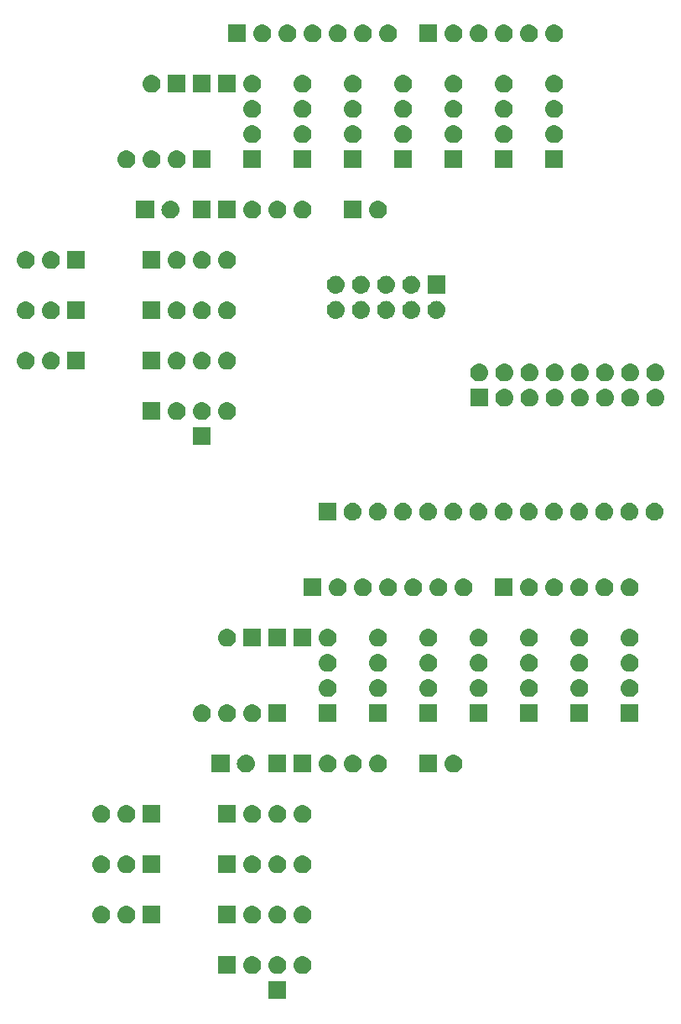
<source format=gbr>
G04 #@! TF.GenerationSoftware,KiCad,Pcbnew,5.0.1*
G04 #@! TF.CreationDate,2018-10-26T18:06:02+02:00*
G04 #@! TF.ProjectId,combine,636F6D62696E652E6B696361645F7063,rev?*
G04 #@! TF.SameCoordinates,Original*
G04 #@! TF.FileFunction,Soldermask,Bot*
G04 #@! TF.FilePolarity,Negative*
%FSLAX46Y46*%
G04 Gerber Fmt 4.6, Leading zero omitted, Abs format (unit mm)*
G04 Created by KiCad (PCBNEW 5.0.1) date Fri 26 Oct 2018 06:06:02 PM CEST*
%MOMM*%
%LPD*%
G01*
G04 APERTURE LIST*
%ADD10C,0.100000*%
G04 APERTURE END LIST*
D10*
G36*
X61861000Y-143141000D02*
X60059000Y-143141000D01*
X60059000Y-141339000D01*
X61861000Y-141339000D01*
X61861000Y-143141000D01*
X61861000Y-143141000D01*
G37*
G36*
X63610442Y-138805518D02*
X63676627Y-138812037D01*
X63789853Y-138846384D01*
X63846467Y-138863557D01*
X63985087Y-138937652D01*
X64002991Y-138947222D01*
X64038729Y-138976552D01*
X64140186Y-139059814D01*
X64223448Y-139161271D01*
X64252778Y-139197009D01*
X64252779Y-139197011D01*
X64336443Y-139353533D01*
X64336443Y-139353534D01*
X64387963Y-139523373D01*
X64405359Y-139700000D01*
X64387963Y-139876627D01*
X64353616Y-139989853D01*
X64336443Y-140046467D01*
X64262348Y-140185087D01*
X64252778Y-140202991D01*
X64223448Y-140238729D01*
X64140186Y-140340186D01*
X64038729Y-140423448D01*
X64002991Y-140452778D01*
X64002989Y-140452779D01*
X63846467Y-140536443D01*
X63789853Y-140553616D01*
X63676627Y-140587963D01*
X63610442Y-140594482D01*
X63544260Y-140601000D01*
X63455740Y-140601000D01*
X63389558Y-140594482D01*
X63323373Y-140587963D01*
X63210147Y-140553616D01*
X63153533Y-140536443D01*
X62997011Y-140452779D01*
X62997009Y-140452778D01*
X62961271Y-140423448D01*
X62859814Y-140340186D01*
X62776552Y-140238729D01*
X62747222Y-140202991D01*
X62737652Y-140185087D01*
X62663557Y-140046467D01*
X62646384Y-139989853D01*
X62612037Y-139876627D01*
X62594641Y-139700000D01*
X62612037Y-139523373D01*
X62663557Y-139353534D01*
X62663557Y-139353533D01*
X62747221Y-139197011D01*
X62747222Y-139197009D01*
X62776552Y-139161271D01*
X62859814Y-139059814D01*
X62961271Y-138976552D01*
X62997009Y-138947222D01*
X63014913Y-138937652D01*
X63153533Y-138863557D01*
X63210147Y-138846384D01*
X63323373Y-138812037D01*
X63389558Y-138805518D01*
X63455740Y-138799000D01*
X63544260Y-138799000D01*
X63610442Y-138805518D01*
X63610442Y-138805518D01*
G37*
G36*
X58530442Y-138805518D02*
X58596627Y-138812037D01*
X58709853Y-138846384D01*
X58766467Y-138863557D01*
X58905087Y-138937652D01*
X58922991Y-138947222D01*
X58958729Y-138976552D01*
X59060186Y-139059814D01*
X59143448Y-139161271D01*
X59172778Y-139197009D01*
X59172779Y-139197011D01*
X59256443Y-139353533D01*
X59256443Y-139353534D01*
X59307963Y-139523373D01*
X59325359Y-139700000D01*
X59307963Y-139876627D01*
X59273616Y-139989853D01*
X59256443Y-140046467D01*
X59182348Y-140185087D01*
X59172778Y-140202991D01*
X59143448Y-140238729D01*
X59060186Y-140340186D01*
X58958729Y-140423448D01*
X58922991Y-140452778D01*
X58922989Y-140452779D01*
X58766467Y-140536443D01*
X58709853Y-140553616D01*
X58596627Y-140587963D01*
X58530442Y-140594482D01*
X58464260Y-140601000D01*
X58375740Y-140601000D01*
X58309558Y-140594482D01*
X58243373Y-140587963D01*
X58130147Y-140553616D01*
X58073533Y-140536443D01*
X57917011Y-140452779D01*
X57917009Y-140452778D01*
X57881271Y-140423448D01*
X57779814Y-140340186D01*
X57696552Y-140238729D01*
X57667222Y-140202991D01*
X57657652Y-140185087D01*
X57583557Y-140046467D01*
X57566384Y-139989853D01*
X57532037Y-139876627D01*
X57514641Y-139700000D01*
X57532037Y-139523373D01*
X57583557Y-139353534D01*
X57583557Y-139353533D01*
X57667221Y-139197011D01*
X57667222Y-139197009D01*
X57696552Y-139161271D01*
X57779814Y-139059814D01*
X57881271Y-138976552D01*
X57917009Y-138947222D01*
X57934913Y-138937652D01*
X58073533Y-138863557D01*
X58130147Y-138846384D01*
X58243373Y-138812037D01*
X58309558Y-138805518D01*
X58375740Y-138799000D01*
X58464260Y-138799000D01*
X58530442Y-138805518D01*
X58530442Y-138805518D01*
G37*
G36*
X56781000Y-140601000D02*
X54979000Y-140601000D01*
X54979000Y-138799000D01*
X56781000Y-138799000D01*
X56781000Y-140601000D01*
X56781000Y-140601000D01*
G37*
G36*
X61070442Y-138805518D02*
X61136627Y-138812037D01*
X61249853Y-138846384D01*
X61306467Y-138863557D01*
X61445087Y-138937652D01*
X61462991Y-138947222D01*
X61498729Y-138976552D01*
X61600186Y-139059814D01*
X61683448Y-139161271D01*
X61712778Y-139197009D01*
X61712779Y-139197011D01*
X61796443Y-139353533D01*
X61796443Y-139353534D01*
X61847963Y-139523373D01*
X61865359Y-139700000D01*
X61847963Y-139876627D01*
X61813616Y-139989853D01*
X61796443Y-140046467D01*
X61722348Y-140185087D01*
X61712778Y-140202991D01*
X61683448Y-140238729D01*
X61600186Y-140340186D01*
X61498729Y-140423448D01*
X61462991Y-140452778D01*
X61462989Y-140452779D01*
X61306467Y-140536443D01*
X61249853Y-140553616D01*
X61136627Y-140587963D01*
X61070442Y-140594482D01*
X61004260Y-140601000D01*
X60915740Y-140601000D01*
X60849558Y-140594482D01*
X60783373Y-140587963D01*
X60670147Y-140553616D01*
X60613533Y-140536443D01*
X60457011Y-140452779D01*
X60457009Y-140452778D01*
X60421271Y-140423448D01*
X60319814Y-140340186D01*
X60236552Y-140238729D01*
X60207222Y-140202991D01*
X60197652Y-140185087D01*
X60123557Y-140046467D01*
X60106384Y-139989853D01*
X60072037Y-139876627D01*
X60054641Y-139700000D01*
X60072037Y-139523373D01*
X60123557Y-139353534D01*
X60123557Y-139353533D01*
X60207221Y-139197011D01*
X60207222Y-139197009D01*
X60236552Y-139161271D01*
X60319814Y-139059814D01*
X60421271Y-138976552D01*
X60457009Y-138947222D01*
X60474913Y-138937652D01*
X60613533Y-138863557D01*
X60670147Y-138846384D01*
X60783373Y-138812037D01*
X60849558Y-138805518D01*
X60915740Y-138799000D01*
X61004260Y-138799000D01*
X61070442Y-138805518D01*
X61070442Y-138805518D01*
G37*
G36*
X56781000Y-135521000D02*
X54979000Y-135521000D01*
X54979000Y-133719000D01*
X56781000Y-133719000D01*
X56781000Y-135521000D01*
X56781000Y-135521000D01*
G37*
G36*
X49161000Y-135521000D02*
X47359000Y-135521000D01*
X47359000Y-133719000D01*
X49161000Y-133719000D01*
X49161000Y-135521000D01*
X49161000Y-135521000D01*
G37*
G36*
X45830443Y-133725519D02*
X45896627Y-133732037D01*
X46009853Y-133766384D01*
X46066467Y-133783557D01*
X46205087Y-133857652D01*
X46222991Y-133867222D01*
X46258729Y-133896552D01*
X46360186Y-133979814D01*
X46443448Y-134081271D01*
X46472778Y-134117009D01*
X46472779Y-134117011D01*
X46556443Y-134273533D01*
X46556443Y-134273534D01*
X46607963Y-134443373D01*
X46625359Y-134620000D01*
X46607963Y-134796627D01*
X46573616Y-134909853D01*
X46556443Y-134966467D01*
X46482348Y-135105087D01*
X46472778Y-135122991D01*
X46443448Y-135158729D01*
X46360186Y-135260186D01*
X46258729Y-135343448D01*
X46222991Y-135372778D01*
X46222989Y-135372779D01*
X46066467Y-135456443D01*
X46009853Y-135473616D01*
X45896627Y-135507963D01*
X45830443Y-135514481D01*
X45764260Y-135521000D01*
X45675740Y-135521000D01*
X45609557Y-135514481D01*
X45543373Y-135507963D01*
X45430147Y-135473616D01*
X45373533Y-135456443D01*
X45217011Y-135372779D01*
X45217009Y-135372778D01*
X45181271Y-135343448D01*
X45079814Y-135260186D01*
X44996552Y-135158729D01*
X44967222Y-135122991D01*
X44957652Y-135105087D01*
X44883557Y-134966467D01*
X44866384Y-134909853D01*
X44832037Y-134796627D01*
X44814641Y-134620000D01*
X44832037Y-134443373D01*
X44883557Y-134273534D01*
X44883557Y-134273533D01*
X44967221Y-134117011D01*
X44967222Y-134117009D01*
X44996552Y-134081271D01*
X45079814Y-133979814D01*
X45181271Y-133896552D01*
X45217009Y-133867222D01*
X45234913Y-133857652D01*
X45373533Y-133783557D01*
X45430147Y-133766384D01*
X45543373Y-133732037D01*
X45609557Y-133725519D01*
X45675740Y-133719000D01*
X45764260Y-133719000D01*
X45830443Y-133725519D01*
X45830443Y-133725519D01*
G37*
G36*
X43290443Y-133725519D02*
X43356627Y-133732037D01*
X43469853Y-133766384D01*
X43526467Y-133783557D01*
X43665087Y-133857652D01*
X43682991Y-133867222D01*
X43718729Y-133896552D01*
X43820186Y-133979814D01*
X43903448Y-134081271D01*
X43932778Y-134117009D01*
X43932779Y-134117011D01*
X44016443Y-134273533D01*
X44016443Y-134273534D01*
X44067963Y-134443373D01*
X44085359Y-134620000D01*
X44067963Y-134796627D01*
X44033616Y-134909853D01*
X44016443Y-134966467D01*
X43942348Y-135105087D01*
X43932778Y-135122991D01*
X43903448Y-135158729D01*
X43820186Y-135260186D01*
X43718729Y-135343448D01*
X43682991Y-135372778D01*
X43682989Y-135372779D01*
X43526467Y-135456443D01*
X43469853Y-135473616D01*
X43356627Y-135507963D01*
X43290443Y-135514481D01*
X43224260Y-135521000D01*
X43135740Y-135521000D01*
X43069557Y-135514481D01*
X43003373Y-135507963D01*
X42890147Y-135473616D01*
X42833533Y-135456443D01*
X42677011Y-135372779D01*
X42677009Y-135372778D01*
X42641271Y-135343448D01*
X42539814Y-135260186D01*
X42456552Y-135158729D01*
X42427222Y-135122991D01*
X42417652Y-135105087D01*
X42343557Y-134966467D01*
X42326384Y-134909853D01*
X42292037Y-134796627D01*
X42274641Y-134620000D01*
X42292037Y-134443373D01*
X42343557Y-134273534D01*
X42343557Y-134273533D01*
X42427221Y-134117011D01*
X42427222Y-134117009D01*
X42456552Y-134081271D01*
X42539814Y-133979814D01*
X42641271Y-133896552D01*
X42677009Y-133867222D01*
X42694913Y-133857652D01*
X42833533Y-133783557D01*
X42890147Y-133766384D01*
X43003373Y-133732037D01*
X43069557Y-133725519D01*
X43135740Y-133719000D01*
X43224260Y-133719000D01*
X43290443Y-133725519D01*
X43290443Y-133725519D01*
G37*
G36*
X63610443Y-133725519D02*
X63676627Y-133732037D01*
X63789853Y-133766384D01*
X63846467Y-133783557D01*
X63985087Y-133857652D01*
X64002991Y-133867222D01*
X64038729Y-133896552D01*
X64140186Y-133979814D01*
X64223448Y-134081271D01*
X64252778Y-134117009D01*
X64252779Y-134117011D01*
X64336443Y-134273533D01*
X64336443Y-134273534D01*
X64387963Y-134443373D01*
X64405359Y-134620000D01*
X64387963Y-134796627D01*
X64353616Y-134909853D01*
X64336443Y-134966467D01*
X64262348Y-135105087D01*
X64252778Y-135122991D01*
X64223448Y-135158729D01*
X64140186Y-135260186D01*
X64038729Y-135343448D01*
X64002991Y-135372778D01*
X64002989Y-135372779D01*
X63846467Y-135456443D01*
X63789853Y-135473616D01*
X63676627Y-135507963D01*
X63610443Y-135514481D01*
X63544260Y-135521000D01*
X63455740Y-135521000D01*
X63389557Y-135514481D01*
X63323373Y-135507963D01*
X63210147Y-135473616D01*
X63153533Y-135456443D01*
X62997011Y-135372779D01*
X62997009Y-135372778D01*
X62961271Y-135343448D01*
X62859814Y-135260186D01*
X62776552Y-135158729D01*
X62747222Y-135122991D01*
X62737652Y-135105087D01*
X62663557Y-134966467D01*
X62646384Y-134909853D01*
X62612037Y-134796627D01*
X62594641Y-134620000D01*
X62612037Y-134443373D01*
X62663557Y-134273534D01*
X62663557Y-134273533D01*
X62747221Y-134117011D01*
X62747222Y-134117009D01*
X62776552Y-134081271D01*
X62859814Y-133979814D01*
X62961271Y-133896552D01*
X62997009Y-133867222D01*
X63014913Y-133857652D01*
X63153533Y-133783557D01*
X63210147Y-133766384D01*
X63323373Y-133732037D01*
X63389557Y-133725519D01*
X63455740Y-133719000D01*
X63544260Y-133719000D01*
X63610443Y-133725519D01*
X63610443Y-133725519D01*
G37*
G36*
X61070443Y-133725519D02*
X61136627Y-133732037D01*
X61249853Y-133766384D01*
X61306467Y-133783557D01*
X61445087Y-133857652D01*
X61462991Y-133867222D01*
X61498729Y-133896552D01*
X61600186Y-133979814D01*
X61683448Y-134081271D01*
X61712778Y-134117009D01*
X61712779Y-134117011D01*
X61796443Y-134273533D01*
X61796443Y-134273534D01*
X61847963Y-134443373D01*
X61865359Y-134620000D01*
X61847963Y-134796627D01*
X61813616Y-134909853D01*
X61796443Y-134966467D01*
X61722348Y-135105087D01*
X61712778Y-135122991D01*
X61683448Y-135158729D01*
X61600186Y-135260186D01*
X61498729Y-135343448D01*
X61462991Y-135372778D01*
X61462989Y-135372779D01*
X61306467Y-135456443D01*
X61249853Y-135473616D01*
X61136627Y-135507963D01*
X61070443Y-135514481D01*
X61004260Y-135521000D01*
X60915740Y-135521000D01*
X60849557Y-135514481D01*
X60783373Y-135507963D01*
X60670147Y-135473616D01*
X60613533Y-135456443D01*
X60457011Y-135372779D01*
X60457009Y-135372778D01*
X60421271Y-135343448D01*
X60319814Y-135260186D01*
X60236552Y-135158729D01*
X60207222Y-135122991D01*
X60197652Y-135105087D01*
X60123557Y-134966467D01*
X60106384Y-134909853D01*
X60072037Y-134796627D01*
X60054641Y-134620000D01*
X60072037Y-134443373D01*
X60123557Y-134273534D01*
X60123557Y-134273533D01*
X60207221Y-134117011D01*
X60207222Y-134117009D01*
X60236552Y-134081271D01*
X60319814Y-133979814D01*
X60421271Y-133896552D01*
X60457009Y-133867222D01*
X60474913Y-133857652D01*
X60613533Y-133783557D01*
X60670147Y-133766384D01*
X60783373Y-133732037D01*
X60849557Y-133725519D01*
X60915740Y-133719000D01*
X61004260Y-133719000D01*
X61070443Y-133725519D01*
X61070443Y-133725519D01*
G37*
G36*
X58530443Y-133725519D02*
X58596627Y-133732037D01*
X58709853Y-133766384D01*
X58766467Y-133783557D01*
X58905087Y-133857652D01*
X58922991Y-133867222D01*
X58958729Y-133896552D01*
X59060186Y-133979814D01*
X59143448Y-134081271D01*
X59172778Y-134117009D01*
X59172779Y-134117011D01*
X59256443Y-134273533D01*
X59256443Y-134273534D01*
X59307963Y-134443373D01*
X59325359Y-134620000D01*
X59307963Y-134796627D01*
X59273616Y-134909853D01*
X59256443Y-134966467D01*
X59182348Y-135105087D01*
X59172778Y-135122991D01*
X59143448Y-135158729D01*
X59060186Y-135260186D01*
X58958729Y-135343448D01*
X58922991Y-135372778D01*
X58922989Y-135372779D01*
X58766467Y-135456443D01*
X58709853Y-135473616D01*
X58596627Y-135507963D01*
X58530443Y-135514481D01*
X58464260Y-135521000D01*
X58375740Y-135521000D01*
X58309557Y-135514481D01*
X58243373Y-135507963D01*
X58130147Y-135473616D01*
X58073533Y-135456443D01*
X57917011Y-135372779D01*
X57917009Y-135372778D01*
X57881271Y-135343448D01*
X57779814Y-135260186D01*
X57696552Y-135158729D01*
X57667222Y-135122991D01*
X57657652Y-135105087D01*
X57583557Y-134966467D01*
X57566384Y-134909853D01*
X57532037Y-134796627D01*
X57514641Y-134620000D01*
X57532037Y-134443373D01*
X57583557Y-134273534D01*
X57583557Y-134273533D01*
X57667221Y-134117011D01*
X57667222Y-134117009D01*
X57696552Y-134081271D01*
X57779814Y-133979814D01*
X57881271Y-133896552D01*
X57917009Y-133867222D01*
X57934913Y-133857652D01*
X58073533Y-133783557D01*
X58130147Y-133766384D01*
X58243373Y-133732037D01*
X58309557Y-133725519D01*
X58375740Y-133719000D01*
X58464260Y-133719000D01*
X58530443Y-133725519D01*
X58530443Y-133725519D01*
G37*
G36*
X63610443Y-128645519D02*
X63676627Y-128652037D01*
X63789853Y-128686384D01*
X63846467Y-128703557D01*
X63985087Y-128777652D01*
X64002991Y-128787222D01*
X64038729Y-128816552D01*
X64140186Y-128899814D01*
X64223448Y-129001271D01*
X64252778Y-129037009D01*
X64252779Y-129037011D01*
X64336443Y-129193533D01*
X64336443Y-129193534D01*
X64387963Y-129363373D01*
X64405359Y-129540000D01*
X64387963Y-129716627D01*
X64353616Y-129829853D01*
X64336443Y-129886467D01*
X64262348Y-130025087D01*
X64252778Y-130042991D01*
X64223448Y-130078729D01*
X64140186Y-130180186D01*
X64038729Y-130263448D01*
X64002991Y-130292778D01*
X64002989Y-130292779D01*
X63846467Y-130376443D01*
X63789853Y-130393616D01*
X63676627Y-130427963D01*
X63610443Y-130434481D01*
X63544260Y-130441000D01*
X63455740Y-130441000D01*
X63389557Y-130434481D01*
X63323373Y-130427963D01*
X63210147Y-130393616D01*
X63153533Y-130376443D01*
X62997011Y-130292779D01*
X62997009Y-130292778D01*
X62961271Y-130263448D01*
X62859814Y-130180186D01*
X62776552Y-130078729D01*
X62747222Y-130042991D01*
X62737652Y-130025087D01*
X62663557Y-129886467D01*
X62646384Y-129829853D01*
X62612037Y-129716627D01*
X62594641Y-129540000D01*
X62612037Y-129363373D01*
X62663557Y-129193534D01*
X62663557Y-129193533D01*
X62747221Y-129037011D01*
X62747222Y-129037009D01*
X62776552Y-129001271D01*
X62859814Y-128899814D01*
X62961271Y-128816552D01*
X62997009Y-128787222D01*
X63014913Y-128777652D01*
X63153533Y-128703557D01*
X63210147Y-128686384D01*
X63323373Y-128652037D01*
X63389557Y-128645519D01*
X63455740Y-128639000D01*
X63544260Y-128639000D01*
X63610443Y-128645519D01*
X63610443Y-128645519D01*
G37*
G36*
X49161000Y-130441000D02*
X47359000Y-130441000D01*
X47359000Y-128639000D01*
X49161000Y-128639000D01*
X49161000Y-130441000D01*
X49161000Y-130441000D01*
G37*
G36*
X45830443Y-128645519D02*
X45896627Y-128652037D01*
X46009853Y-128686384D01*
X46066467Y-128703557D01*
X46205087Y-128777652D01*
X46222991Y-128787222D01*
X46258729Y-128816552D01*
X46360186Y-128899814D01*
X46443448Y-129001271D01*
X46472778Y-129037009D01*
X46472779Y-129037011D01*
X46556443Y-129193533D01*
X46556443Y-129193534D01*
X46607963Y-129363373D01*
X46625359Y-129540000D01*
X46607963Y-129716627D01*
X46573616Y-129829853D01*
X46556443Y-129886467D01*
X46482348Y-130025087D01*
X46472778Y-130042991D01*
X46443448Y-130078729D01*
X46360186Y-130180186D01*
X46258729Y-130263448D01*
X46222991Y-130292778D01*
X46222989Y-130292779D01*
X46066467Y-130376443D01*
X46009853Y-130393616D01*
X45896627Y-130427963D01*
X45830443Y-130434481D01*
X45764260Y-130441000D01*
X45675740Y-130441000D01*
X45609557Y-130434481D01*
X45543373Y-130427963D01*
X45430147Y-130393616D01*
X45373533Y-130376443D01*
X45217011Y-130292779D01*
X45217009Y-130292778D01*
X45181271Y-130263448D01*
X45079814Y-130180186D01*
X44996552Y-130078729D01*
X44967222Y-130042991D01*
X44957652Y-130025087D01*
X44883557Y-129886467D01*
X44866384Y-129829853D01*
X44832037Y-129716627D01*
X44814641Y-129540000D01*
X44832037Y-129363373D01*
X44883557Y-129193534D01*
X44883557Y-129193533D01*
X44967221Y-129037011D01*
X44967222Y-129037009D01*
X44996552Y-129001271D01*
X45079814Y-128899814D01*
X45181271Y-128816552D01*
X45217009Y-128787222D01*
X45234913Y-128777652D01*
X45373533Y-128703557D01*
X45430147Y-128686384D01*
X45543373Y-128652037D01*
X45609557Y-128645519D01*
X45675740Y-128639000D01*
X45764260Y-128639000D01*
X45830443Y-128645519D01*
X45830443Y-128645519D01*
G37*
G36*
X43290443Y-128645519D02*
X43356627Y-128652037D01*
X43469853Y-128686384D01*
X43526467Y-128703557D01*
X43665087Y-128777652D01*
X43682991Y-128787222D01*
X43718729Y-128816552D01*
X43820186Y-128899814D01*
X43903448Y-129001271D01*
X43932778Y-129037009D01*
X43932779Y-129037011D01*
X44016443Y-129193533D01*
X44016443Y-129193534D01*
X44067963Y-129363373D01*
X44085359Y-129540000D01*
X44067963Y-129716627D01*
X44033616Y-129829853D01*
X44016443Y-129886467D01*
X43942348Y-130025087D01*
X43932778Y-130042991D01*
X43903448Y-130078729D01*
X43820186Y-130180186D01*
X43718729Y-130263448D01*
X43682991Y-130292778D01*
X43682989Y-130292779D01*
X43526467Y-130376443D01*
X43469853Y-130393616D01*
X43356627Y-130427963D01*
X43290443Y-130434481D01*
X43224260Y-130441000D01*
X43135740Y-130441000D01*
X43069557Y-130434481D01*
X43003373Y-130427963D01*
X42890147Y-130393616D01*
X42833533Y-130376443D01*
X42677011Y-130292779D01*
X42677009Y-130292778D01*
X42641271Y-130263448D01*
X42539814Y-130180186D01*
X42456552Y-130078729D01*
X42427222Y-130042991D01*
X42417652Y-130025087D01*
X42343557Y-129886467D01*
X42326384Y-129829853D01*
X42292037Y-129716627D01*
X42274641Y-129540000D01*
X42292037Y-129363373D01*
X42343557Y-129193534D01*
X42343557Y-129193533D01*
X42427221Y-129037011D01*
X42427222Y-129037009D01*
X42456552Y-129001271D01*
X42539814Y-128899814D01*
X42641271Y-128816552D01*
X42677009Y-128787222D01*
X42694913Y-128777652D01*
X42833533Y-128703557D01*
X42890147Y-128686384D01*
X43003373Y-128652037D01*
X43069557Y-128645519D01*
X43135740Y-128639000D01*
X43224260Y-128639000D01*
X43290443Y-128645519D01*
X43290443Y-128645519D01*
G37*
G36*
X61070443Y-128645519D02*
X61136627Y-128652037D01*
X61249853Y-128686384D01*
X61306467Y-128703557D01*
X61445087Y-128777652D01*
X61462991Y-128787222D01*
X61498729Y-128816552D01*
X61600186Y-128899814D01*
X61683448Y-129001271D01*
X61712778Y-129037009D01*
X61712779Y-129037011D01*
X61796443Y-129193533D01*
X61796443Y-129193534D01*
X61847963Y-129363373D01*
X61865359Y-129540000D01*
X61847963Y-129716627D01*
X61813616Y-129829853D01*
X61796443Y-129886467D01*
X61722348Y-130025087D01*
X61712778Y-130042991D01*
X61683448Y-130078729D01*
X61600186Y-130180186D01*
X61498729Y-130263448D01*
X61462991Y-130292778D01*
X61462989Y-130292779D01*
X61306467Y-130376443D01*
X61249853Y-130393616D01*
X61136627Y-130427963D01*
X61070443Y-130434481D01*
X61004260Y-130441000D01*
X60915740Y-130441000D01*
X60849557Y-130434481D01*
X60783373Y-130427963D01*
X60670147Y-130393616D01*
X60613533Y-130376443D01*
X60457011Y-130292779D01*
X60457009Y-130292778D01*
X60421271Y-130263448D01*
X60319814Y-130180186D01*
X60236552Y-130078729D01*
X60207222Y-130042991D01*
X60197652Y-130025087D01*
X60123557Y-129886467D01*
X60106384Y-129829853D01*
X60072037Y-129716627D01*
X60054641Y-129540000D01*
X60072037Y-129363373D01*
X60123557Y-129193534D01*
X60123557Y-129193533D01*
X60207221Y-129037011D01*
X60207222Y-129037009D01*
X60236552Y-129001271D01*
X60319814Y-128899814D01*
X60421271Y-128816552D01*
X60457009Y-128787222D01*
X60474913Y-128777652D01*
X60613533Y-128703557D01*
X60670147Y-128686384D01*
X60783373Y-128652037D01*
X60849557Y-128645519D01*
X60915740Y-128639000D01*
X61004260Y-128639000D01*
X61070443Y-128645519D01*
X61070443Y-128645519D01*
G37*
G36*
X58530443Y-128645519D02*
X58596627Y-128652037D01*
X58709853Y-128686384D01*
X58766467Y-128703557D01*
X58905087Y-128777652D01*
X58922991Y-128787222D01*
X58958729Y-128816552D01*
X59060186Y-128899814D01*
X59143448Y-129001271D01*
X59172778Y-129037009D01*
X59172779Y-129037011D01*
X59256443Y-129193533D01*
X59256443Y-129193534D01*
X59307963Y-129363373D01*
X59325359Y-129540000D01*
X59307963Y-129716627D01*
X59273616Y-129829853D01*
X59256443Y-129886467D01*
X59182348Y-130025087D01*
X59172778Y-130042991D01*
X59143448Y-130078729D01*
X59060186Y-130180186D01*
X58958729Y-130263448D01*
X58922991Y-130292778D01*
X58922989Y-130292779D01*
X58766467Y-130376443D01*
X58709853Y-130393616D01*
X58596627Y-130427963D01*
X58530443Y-130434481D01*
X58464260Y-130441000D01*
X58375740Y-130441000D01*
X58309557Y-130434481D01*
X58243373Y-130427963D01*
X58130147Y-130393616D01*
X58073533Y-130376443D01*
X57917011Y-130292779D01*
X57917009Y-130292778D01*
X57881271Y-130263448D01*
X57779814Y-130180186D01*
X57696552Y-130078729D01*
X57667222Y-130042991D01*
X57657652Y-130025087D01*
X57583557Y-129886467D01*
X57566384Y-129829853D01*
X57532037Y-129716627D01*
X57514641Y-129540000D01*
X57532037Y-129363373D01*
X57583557Y-129193534D01*
X57583557Y-129193533D01*
X57667221Y-129037011D01*
X57667222Y-129037009D01*
X57696552Y-129001271D01*
X57779814Y-128899814D01*
X57881271Y-128816552D01*
X57917009Y-128787222D01*
X57934913Y-128777652D01*
X58073533Y-128703557D01*
X58130147Y-128686384D01*
X58243373Y-128652037D01*
X58309557Y-128645519D01*
X58375740Y-128639000D01*
X58464260Y-128639000D01*
X58530443Y-128645519D01*
X58530443Y-128645519D01*
G37*
G36*
X56781000Y-130441000D02*
X54979000Y-130441000D01*
X54979000Y-128639000D01*
X56781000Y-128639000D01*
X56781000Y-130441000D01*
X56781000Y-130441000D01*
G37*
G36*
X49161000Y-125361000D02*
X47359000Y-125361000D01*
X47359000Y-123559000D01*
X49161000Y-123559000D01*
X49161000Y-125361000D01*
X49161000Y-125361000D01*
G37*
G36*
X63610442Y-123565518D02*
X63676627Y-123572037D01*
X63789853Y-123606384D01*
X63846467Y-123623557D01*
X63985087Y-123697652D01*
X64002991Y-123707222D01*
X64038729Y-123736552D01*
X64140186Y-123819814D01*
X64223448Y-123921271D01*
X64252778Y-123957009D01*
X64252779Y-123957011D01*
X64336443Y-124113533D01*
X64336443Y-124113534D01*
X64387963Y-124283373D01*
X64405359Y-124460000D01*
X64387963Y-124636627D01*
X64353616Y-124749853D01*
X64336443Y-124806467D01*
X64262348Y-124945087D01*
X64252778Y-124962991D01*
X64223448Y-124998729D01*
X64140186Y-125100186D01*
X64038729Y-125183448D01*
X64002991Y-125212778D01*
X64002989Y-125212779D01*
X63846467Y-125296443D01*
X63789853Y-125313616D01*
X63676627Y-125347963D01*
X63610442Y-125354482D01*
X63544260Y-125361000D01*
X63455740Y-125361000D01*
X63389558Y-125354482D01*
X63323373Y-125347963D01*
X63210147Y-125313616D01*
X63153533Y-125296443D01*
X62997011Y-125212779D01*
X62997009Y-125212778D01*
X62961271Y-125183448D01*
X62859814Y-125100186D01*
X62776552Y-124998729D01*
X62747222Y-124962991D01*
X62737652Y-124945087D01*
X62663557Y-124806467D01*
X62646384Y-124749853D01*
X62612037Y-124636627D01*
X62594641Y-124460000D01*
X62612037Y-124283373D01*
X62663557Y-124113534D01*
X62663557Y-124113533D01*
X62747221Y-123957011D01*
X62747222Y-123957009D01*
X62776552Y-123921271D01*
X62859814Y-123819814D01*
X62961271Y-123736552D01*
X62997009Y-123707222D01*
X63014913Y-123697652D01*
X63153533Y-123623557D01*
X63210147Y-123606384D01*
X63323373Y-123572037D01*
X63389558Y-123565518D01*
X63455740Y-123559000D01*
X63544260Y-123559000D01*
X63610442Y-123565518D01*
X63610442Y-123565518D01*
G37*
G36*
X61070442Y-123565518D02*
X61136627Y-123572037D01*
X61249853Y-123606384D01*
X61306467Y-123623557D01*
X61445087Y-123697652D01*
X61462991Y-123707222D01*
X61498729Y-123736552D01*
X61600186Y-123819814D01*
X61683448Y-123921271D01*
X61712778Y-123957009D01*
X61712779Y-123957011D01*
X61796443Y-124113533D01*
X61796443Y-124113534D01*
X61847963Y-124283373D01*
X61865359Y-124460000D01*
X61847963Y-124636627D01*
X61813616Y-124749853D01*
X61796443Y-124806467D01*
X61722348Y-124945087D01*
X61712778Y-124962991D01*
X61683448Y-124998729D01*
X61600186Y-125100186D01*
X61498729Y-125183448D01*
X61462991Y-125212778D01*
X61462989Y-125212779D01*
X61306467Y-125296443D01*
X61249853Y-125313616D01*
X61136627Y-125347963D01*
X61070442Y-125354482D01*
X61004260Y-125361000D01*
X60915740Y-125361000D01*
X60849558Y-125354482D01*
X60783373Y-125347963D01*
X60670147Y-125313616D01*
X60613533Y-125296443D01*
X60457011Y-125212779D01*
X60457009Y-125212778D01*
X60421271Y-125183448D01*
X60319814Y-125100186D01*
X60236552Y-124998729D01*
X60207222Y-124962991D01*
X60197652Y-124945087D01*
X60123557Y-124806467D01*
X60106384Y-124749853D01*
X60072037Y-124636627D01*
X60054641Y-124460000D01*
X60072037Y-124283373D01*
X60123557Y-124113534D01*
X60123557Y-124113533D01*
X60207221Y-123957011D01*
X60207222Y-123957009D01*
X60236552Y-123921271D01*
X60319814Y-123819814D01*
X60421271Y-123736552D01*
X60457009Y-123707222D01*
X60474913Y-123697652D01*
X60613533Y-123623557D01*
X60670147Y-123606384D01*
X60783373Y-123572037D01*
X60849558Y-123565518D01*
X60915740Y-123559000D01*
X61004260Y-123559000D01*
X61070442Y-123565518D01*
X61070442Y-123565518D01*
G37*
G36*
X58530442Y-123565518D02*
X58596627Y-123572037D01*
X58709853Y-123606384D01*
X58766467Y-123623557D01*
X58905087Y-123697652D01*
X58922991Y-123707222D01*
X58958729Y-123736552D01*
X59060186Y-123819814D01*
X59143448Y-123921271D01*
X59172778Y-123957009D01*
X59172779Y-123957011D01*
X59256443Y-124113533D01*
X59256443Y-124113534D01*
X59307963Y-124283373D01*
X59325359Y-124460000D01*
X59307963Y-124636627D01*
X59273616Y-124749853D01*
X59256443Y-124806467D01*
X59182348Y-124945087D01*
X59172778Y-124962991D01*
X59143448Y-124998729D01*
X59060186Y-125100186D01*
X58958729Y-125183448D01*
X58922991Y-125212778D01*
X58922989Y-125212779D01*
X58766467Y-125296443D01*
X58709853Y-125313616D01*
X58596627Y-125347963D01*
X58530442Y-125354482D01*
X58464260Y-125361000D01*
X58375740Y-125361000D01*
X58309558Y-125354482D01*
X58243373Y-125347963D01*
X58130147Y-125313616D01*
X58073533Y-125296443D01*
X57917011Y-125212779D01*
X57917009Y-125212778D01*
X57881271Y-125183448D01*
X57779814Y-125100186D01*
X57696552Y-124998729D01*
X57667222Y-124962991D01*
X57657652Y-124945087D01*
X57583557Y-124806467D01*
X57566384Y-124749853D01*
X57532037Y-124636627D01*
X57514641Y-124460000D01*
X57532037Y-124283373D01*
X57583557Y-124113534D01*
X57583557Y-124113533D01*
X57667221Y-123957011D01*
X57667222Y-123957009D01*
X57696552Y-123921271D01*
X57779814Y-123819814D01*
X57881271Y-123736552D01*
X57917009Y-123707222D01*
X57934913Y-123697652D01*
X58073533Y-123623557D01*
X58130147Y-123606384D01*
X58243373Y-123572037D01*
X58309558Y-123565518D01*
X58375740Y-123559000D01*
X58464260Y-123559000D01*
X58530442Y-123565518D01*
X58530442Y-123565518D01*
G37*
G36*
X56781000Y-125361000D02*
X54979000Y-125361000D01*
X54979000Y-123559000D01*
X56781000Y-123559000D01*
X56781000Y-125361000D01*
X56781000Y-125361000D01*
G37*
G36*
X45830442Y-123565518D02*
X45896627Y-123572037D01*
X46009853Y-123606384D01*
X46066467Y-123623557D01*
X46205087Y-123697652D01*
X46222991Y-123707222D01*
X46258729Y-123736552D01*
X46360186Y-123819814D01*
X46443448Y-123921271D01*
X46472778Y-123957009D01*
X46472779Y-123957011D01*
X46556443Y-124113533D01*
X46556443Y-124113534D01*
X46607963Y-124283373D01*
X46625359Y-124460000D01*
X46607963Y-124636627D01*
X46573616Y-124749853D01*
X46556443Y-124806467D01*
X46482348Y-124945087D01*
X46472778Y-124962991D01*
X46443448Y-124998729D01*
X46360186Y-125100186D01*
X46258729Y-125183448D01*
X46222991Y-125212778D01*
X46222989Y-125212779D01*
X46066467Y-125296443D01*
X46009853Y-125313616D01*
X45896627Y-125347963D01*
X45830442Y-125354482D01*
X45764260Y-125361000D01*
X45675740Y-125361000D01*
X45609558Y-125354482D01*
X45543373Y-125347963D01*
X45430147Y-125313616D01*
X45373533Y-125296443D01*
X45217011Y-125212779D01*
X45217009Y-125212778D01*
X45181271Y-125183448D01*
X45079814Y-125100186D01*
X44996552Y-124998729D01*
X44967222Y-124962991D01*
X44957652Y-124945087D01*
X44883557Y-124806467D01*
X44866384Y-124749853D01*
X44832037Y-124636627D01*
X44814641Y-124460000D01*
X44832037Y-124283373D01*
X44883557Y-124113534D01*
X44883557Y-124113533D01*
X44967221Y-123957011D01*
X44967222Y-123957009D01*
X44996552Y-123921271D01*
X45079814Y-123819814D01*
X45181271Y-123736552D01*
X45217009Y-123707222D01*
X45234913Y-123697652D01*
X45373533Y-123623557D01*
X45430147Y-123606384D01*
X45543373Y-123572037D01*
X45609558Y-123565518D01*
X45675740Y-123559000D01*
X45764260Y-123559000D01*
X45830442Y-123565518D01*
X45830442Y-123565518D01*
G37*
G36*
X43290442Y-123565518D02*
X43356627Y-123572037D01*
X43469853Y-123606384D01*
X43526467Y-123623557D01*
X43665087Y-123697652D01*
X43682991Y-123707222D01*
X43718729Y-123736552D01*
X43820186Y-123819814D01*
X43903448Y-123921271D01*
X43932778Y-123957009D01*
X43932779Y-123957011D01*
X44016443Y-124113533D01*
X44016443Y-124113534D01*
X44067963Y-124283373D01*
X44085359Y-124460000D01*
X44067963Y-124636627D01*
X44033616Y-124749853D01*
X44016443Y-124806467D01*
X43942348Y-124945087D01*
X43932778Y-124962991D01*
X43903448Y-124998729D01*
X43820186Y-125100186D01*
X43718729Y-125183448D01*
X43682991Y-125212778D01*
X43682989Y-125212779D01*
X43526467Y-125296443D01*
X43469853Y-125313616D01*
X43356627Y-125347963D01*
X43290442Y-125354482D01*
X43224260Y-125361000D01*
X43135740Y-125361000D01*
X43069558Y-125354482D01*
X43003373Y-125347963D01*
X42890147Y-125313616D01*
X42833533Y-125296443D01*
X42677011Y-125212779D01*
X42677009Y-125212778D01*
X42641271Y-125183448D01*
X42539814Y-125100186D01*
X42456552Y-124998729D01*
X42427222Y-124962991D01*
X42417652Y-124945087D01*
X42343557Y-124806467D01*
X42326384Y-124749853D01*
X42292037Y-124636627D01*
X42274641Y-124460000D01*
X42292037Y-124283373D01*
X42343557Y-124113534D01*
X42343557Y-124113533D01*
X42427221Y-123957011D01*
X42427222Y-123957009D01*
X42456552Y-123921271D01*
X42539814Y-123819814D01*
X42641271Y-123736552D01*
X42677009Y-123707222D01*
X42694913Y-123697652D01*
X42833533Y-123623557D01*
X42890147Y-123606384D01*
X43003373Y-123572037D01*
X43069558Y-123565518D01*
X43135740Y-123559000D01*
X43224260Y-123559000D01*
X43290442Y-123565518D01*
X43290442Y-123565518D01*
G37*
G36*
X77101000Y-120281000D02*
X75299000Y-120281000D01*
X75299000Y-118479000D01*
X77101000Y-118479000D01*
X77101000Y-120281000D01*
X77101000Y-120281000D01*
G37*
G36*
X64401000Y-120281000D02*
X62599000Y-120281000D01*
X62599000Y-118479000D01*
X64401000Y-118479000D01*
X64401000Y-120281000D01*
X64401000Y-120281000D01*
G37*
G36*
X68690442Y-118485518D02*
X68756627Y-118492037D01*
X68869853Y-118526384D01*
X68926467Y-118543557D01*
X69065087Y-118617652D01*
X69082991Y-118627222D01*
X69118729Y-118656552D01*
X69220186Y-118739814D01*
X69303448Y-118841271D01*
X69332778Y-118877009D01*
X69332779Y-118877011D01*
X69416443Y-119033533D01*
X69416443Y-119033534D01*
X69467963Y-119203373D01*
X69485359Y-119380000D01*
X69467963Y-119556627D01*
X69433616Y-119669853D01*
X69416443Y-119726467D01*
X69342348Y-119865087D01*
X69332778Y-119882991D01*
X69303448Y-119918729D01*
X69220186Y-120020186D01*
X69118729Y-120103448D01*
X69082991Y-120132778D01*
X69082989Y-120132779D01*
X68926467Y-120216443D01*
X68869853Y-120233616D01*
X68756627Y-120267963D01*
X68690442Y-120274482D01*
X68624260Y-120281000D01*
X68535740Y-120281000D01*
X68469558Y-120274482D01*
X68403373Y-120267963D01*
X68290147Y-120233616D01*
X68233533Y-120216443D01*
X68077011Y-120132779D01*
X68077009Y-120132778D01*
X68041271Y-120103448D01*
X67939814Y-120020186D01*
X67856552Y-119918729D01*
X67827222Y-119882991D01*
X67817652Y-119865087D01*
X67743557Y-119726467D01*
X67726384Y-119669853D01*
X67692037Y-119556627D01*
X67674641Y-119380000D01*
X67692037Y-119203373D01*
X67743557Y-119033534D01*
X67743557Y-119033533D01*
X67827221Y-118877011D01*
X67827222Y-118877009D01*
X67856552Y-118841271D01*
X67939814Y-118739814D01*
X68041271Y-118656552D01*
X68077009Y-118627222D01*
X68094913Y-118617652D01*
X68233533Y-118543557D01*
X68290147Y-118526384D01*
X68403373Y-118492037D01*
X68469558Y-118485518D01*
X68535740Y-118479000D01*
X68624260Y-118479000D01*
X68690442Y-118485518D01*
X68690442Y-118485518D01*
G37*
G36*
X71230442Y-118485518D02*
X71296627Y-118492037D01*
X71409853Y-118526384D01*
X71466467Y-118543557D01*
X71605087Y-118617652D01*
X71622991Y-118627222D01*
X71658729Y-118656552D01*
X71760186Y-118739814D01*
X71843448Y-118841271D01*
X71872778Y-118877009D01*
X71872779Y-118877011D01*
X71956443Y-119033533D01*
X71956443Y-119033534D01*
X72007963Y-119203373D01*
X72025359Y-119380000D01*
X72007963Y-119556627D01*
X71973616Y-119669853D01*
X71956443Y-119726467D01*
X71882348Y-119865087D01*
X71872778Y-119882991D01*
X71843448Y-119918729D01*
X71760186Y-120020186D01*
X71658729Y-120103448D01*
X71622991Y-120132778D01*
X71622989Y-120132779D01*
X71466467Y-120216443D01*
X71409853Y-120233616D01*
X71296627Y-120267963D01*
X71230442Y-120274482D01*
X71164260Y-120281000D01*
X71075740Y-120281000D01*
X71009558Y-120274482D01*
X70943373Y-120267963D01*
X70830147Y-120233616D01*
X70773533Y-120216443D01*
X70617011Y-120132779D01*
X70617009Y-120132778D01*
X70581271Y-120103448D01*
X70479814Y-120020186D01*
X70396552Y-119918729D01*
X70367222Y-119882991D01*
X70357652Y-119865087D01*
X70283557Y-119726467D01*
X70266384Y-119669853D01*
X70232037Y-119556627D01*
X70214641Y-119380000D01*
X70232037Y-119203373D01*
X70283557Y-119033534D01*
X70283557Y-119033533D01*
X70367221Y-118877011D01*
X70367222Y-118877009D01*
X70396552Y-118841271D01*
X70479814Y-118739814D01*
X70581271Y-118656552D01*
X70617009Y-118627222D01*
X70634913Y-118617652D01*
X70773533Y-118543557D01*
X70830147Y-118526384D01*
X70943373Y-118492037D01*
X71009558Y-118485518D01*
X71075740Y-118479000D01*
X71164260Y-118479000D01*
X71230442Y-118485518D01*
X71230442Y-118485518D01*
G37*
G36*
X61861000Y-120281000D02*
X60059000Y-120281000D01*
X60059000Y-118479000D01*
X61861000Y-118479000D01*
X61861000Y-120281000D01*
X61861000Y-120281000D01*
G37*
G36*
X56146000Y-120281000D02*
X54344000Y-120281000D01*
X54344000Y-118479000D01*
X56146000Y-118479000D01*
X56146000Y-120281000D01*
X56146000Y-120281000D01*
G37*
G36*
X66150442Y-118485518D02*
X66216627Y-118492037D01*
X66329853Y-118526384D01*
X66386467Y-118543557D01*
X66525087Y-118617652D01*
X66542991Y-118627222D01*
X66578729Y-118656552D01*
X66680186Y-118739814D01*
X66763448Y-118841271D01*
X66792778Y-118877009D01*
X66792779Y-118877011D01*
X66876443Y-119033533D01*
X66876443Y-119033534D01*
X66927963Y-119203373D01*
X66945359Y-119380000D01*
X66927963Y-119556627D01*
X66893616Y-119669853D01*
X66876443Y-119726467D01*
X66802348Y-119865087D01*
X66792778Y-119882991D01*
X66763448Y-119918729D01*
X66680186Y-120020186D01*
X66578729Y-120103448D01*
X66542991Y-120132778D01*
X66542989Y-120132779D01*
X66386467Y-120216443D01*
X66329853Y-120233616D01*
X66216627Y-120267963D01*
X66150442Y-120274482D01*
X66084260Y-120281000D01*
X65995740Y-120281000D01*
X65929558Y-120274482D01*
X65863373Y-120267963D01*
X65750147Y-120233616D01*
X65693533Y-120216443D01*
X65537011Y-120132779D01*
X65537009Y-120132778D01*
X65501271Y-120103448D01*
X65399814Y-120020186D01*
X65316552Y-119918729D01*
X65287222Y-119882991D01*
X65277652Y-119865087D01*
X65203557Y-119726467D01*
X65186384Y-119669853D01*
X65152037Y-119556627D01*
X65134641Y-119380000D01*
X65152037Y-119203373D01*
X65203557Y-119033534D01*
X65203557Y-119033533D01*
X65287221Y-118877011D01*
X65287222Y-118877009D01*
X65316552Y-118841271D01*
X65399814Y-118739814D01*
X65501271Y-118656552D01*
X65537009Y-118627222D01*
X65554913Y-118617652D01*
X65693533Y-118543557D01*
X65750147Y-118526384D01*
X65863373Y-118492037D01*
X65929558Y-118485518D01*
X65995740Y-118479000D01*
X66084260Y-118479000D01*
X66150442Y-118485518D01*
X66150442Y-118485518D01*
G37*
G36*
X78850442Y-118485518D02*
X78916627Y-118492037D01*
X79029853Y-118526384D01*
X79086467Y-118543557D01*
X79225087Y-118617652D01*
X79242991Y-118627222D01*
X79278729Y-118656552D01*
X79380186Y-118739814D01*
X79463448Y-118841271D01*
X79492778Y-118877009D01*
X79492779Y-118877011D01*
X79576443Y-119033533D01*
X79576443Y-119033534D01*
X79627963Y-119203373D01*
X79645359Y-119380000D01*
X79627963Y-119556627D01*
X79593616Y-119669853D01*
X79576443Y-119726467D01*
X79502348Y-119865087D01*
X79492778Y-119882991D01*
X79463448Y-119918729D01*
X79380186Y-120020186D01*
X79278729Y-120103448D01*
X79242991Y-120132778D01*
X79242989Y-120132779D01*
X79086467Y-120216443D01*
X79029853Y-120233616D01*
X78916627Y-120267963D01*
X78850442Y-120274482D01*
X78784260Y-120281000D01*
X78695740Y-120281000D01*
X78629558Y-120274482D01*
X78563373Y-120267963D01*
X78450147Y-120233616D01*
X78393533Y-120216443D01*
X78237011Y-120132779D01*
X78237009Y-120132778D01*
X78201271Y-120103448D01*
X78099814Y-120020186D01*
X78016552Y-119918729D01*
X77987222Y-119882991D01*
X77977652Y-119865087D01*
X77903557Y-119726467D01*
X77886384Y-119669853D01*
X77852037Y-119556627D01*
X77834641Y-119380000D01*
X77852037Y-119203373D01*
X77903557Y-119033534D01*
X77903557Y-119033533D01*
X77987221Y-118877011D01*
X77987222Y-118877009D01*
X78016552Y-118841271D01*
X78099814Y-118739814D01*
X78201271Y-118656552D01*
X78237009Y-118627222D01*
X78254913Y-118617652D01*
X78393533Y-118543557D01*
X78450147Y-118526384D01*
X78563373Y-118492037D01*
X78629558Y-118485518D01*
X78695740Y-118479000D01*
X78784260Y-118479000D01*
X78850442Y-118485518D01*
X78850442Y-118485518D01*
G37*
G36*
X57895442Y-118485518D02*
X57961627Y-118492037D01*
X58074853Y-118526384D01*
X58131467Y-118543557D01*
X58270087Y-118617652D01*
X58287991Y-118627222D01*
X58323729Y-118656552D01*
X58425186Y-118739814D01*
X58508448Y-118841271D01*
X58537778Y-118877009D01*
X58537779Y-118877011D01*
X58621443Y-119033533D01*
X58621443Y-119033534D01*
X58672963Y-119203373D01*
X58690359Y-119380000D01*
X58672963Y-119556627D01*
X58638616Y-119669853D01*
X58621443Y-119726467D01*
X58547348Y-119865087D01*
X58537778Y-119882991D01*
X58508448Y-119918729D01*
X58425186Y-120020186D01*
X58323729Y-120103448D01*
X58287991Y-120132778D01*
X58287989Y-120132779D01*
X58131467Y-120216443D01*
X58074853Y-120233616D01*
X57961627Y-120267963D01*
X57895442Y-120274482D01*
X57829260Y-120281000D01*
X57740740Y-120281000D01*
X57674558Y-120274482D01*
X57608373Y-120267963D01*
X57495147Y-120233616D01*
X57438533Y-120216443D01*
X57282011Y-120132779D01*
X57282009Y-120132778D01*
X57246271Y-120103448D01*
X57144814Y-120020186D01*
X57061552Y-119918729D01*
X57032222Y-119882991D01*
X57022652Y-119865087D01*
X56948557Y-119726467D01*
X56931384Y-119669853D01*
X56897037Y-119556627D01*
X56879641Y-119380000D01*
X56897037Y-119203373D01*
X56948557Y-119033534D01*
X56948557Y-119033533D01*
X57032221Y-118877011D01*
X57032222Y-118877009D01*
X57061552Y-118841271D01*
X57144814Y-118739814D01*
X57246271Y-118656552D01*
X57282009Y-118627222D01*
X57299913Y-118617652D01*
X57438533Y-118543557D01*
X57495147Y-118526384D01*
X57608373Y-118492037D01*
X57674558Y-118485518D01*
X57740740Y-118479000D01*
X57829260Y-118479000D01*
X57895442Y-118485518D01*
X57895442Y-118485518D01*
G37*
G36*
X82181000Y-115201000D02*
X80379000Y-115201000D01*
X80379000Y-113399000D01*
X82181000Y-113399000D01*
X82181000Y-115201000D01*
X82181000Y-115201000D01*
G37*
G36*
X77101000Y-115201000D02*
X75299000Y-115201000D01*
X75299000Y-113399000D01*
X77101000Y-113399000D01*
X77101000Y-115201000D01*
X77101000Y-115201000D01*
G37*
G36*
X72021000Y-115201000D02*
X70219000Y-115201000D01*
X70219000Y-113399000D01*
X72021000Y-113399000D01*
X72021000Y-115201000D01*
X72021000Y-115201000D01*
G37*
G36*
X66941000Y-115201000D02*
X65139000Y-115201000D01*
X65139000Y-113399000D01*
X66941000Y-113399000D01*
X66941000Y-115201000D01*
X66941000Y-115201000D01*
G37*
G36*
X53450443Y-113405519D02*
X53516627Y-113412037D01*
X53629853Y-113446384D01*
X53686467Y-113463557D01*
X53825087Y-113537652D01*
X53842991Y-113547222D01*
X53878729Y-113576552D01*
X53980186Y-113659814D01*
X54063448Y-113761271D01*
X54092778Y-113797009D01*
X54092779Y-113797011D01*
X54176443Y-113953533D01*
X54176443Y-113953534D01*
X54227963Y-114123373D01*
X54245359Y-114300000D01*
X54227963Y-114476627D01*
X54193616Y-114589853D01*
X54176443Y-114646467D01*
X54102348Y-114785087D01*
X54092778Y-114802991D01*
X54063448Y-114838729D01*
X53980186Y-114940186D01*
X53878729Y-115023448D01*
X53842991Y-115052778D01*
X53842989Y-115052779D01*
X53686467Y-115136443D01*
X53629853Y-115153616D01*
X53516627Y-115187963D01*
X53450442Y-115194482D01*
X53384260Y-115201000D01*
X53295740Y-115201000D01*
X53229558Y-115194482D01*
X53163373Y-115187963D01*
X53050147Y-115153616D01*
X52993533Y-115136443D01*
X52837011Y-115052779D01*
X52837009Y-115052778D01*
X52801271Y-115023448D01*
X52699814Y-114940186D01*
X52616552Y-114838729D01*
X52587222Y-114802991D01*
X52577652Y-114785087D01*
X52503557Y-114646467D01*
X52486384Y-114589853D01*
X52452037Y-114476627D01*
X52434641Y-114300000D01*
X52452037Y-114123373D01*
X52503557Y-113953534D01*
X52503557Y-113953533D01*
X52587221Y-113797011D01*
X52587222Y-113797009D01*
X52616552Y-113761271D01*
X52699814Y-113659814D01*
X52801271Y-113576552D01*
X52837009Y-113547222D01*
X52854913Y-113537652D01*
X52993533Y-113463557D01*
X53050147Y-113446384D01*
X53163373Y-113412037D01*
X53229557Y-113405519D01*
X53295740Y-113399000D01*
X53384260Y-113399000D01*
X53450443Y-113405519D01*
X53450443Y-113405519D01*
G37*
G36*
X58530443Y-113405519D02*
X58596627Y-113412037D01*
X58709853Y-113446384D01*
X58766467Y-113463557D01*
X58905087Y-113537652D01*
X58922991Y-113547222D01*
X58958729Y-113576552D01*
X59060186Y-113659814D01*
X59143448Y-113761271D01*
X59172778Y-113797009D01*
X59172779Y-113797011D01*
X59256443Y-113953533D01*
X59256443Y-113953534D01*
X59307963Y-114123373D01*
X59325359Y-114300000D01*
X59307963Y-114476627D01*
X59273616Y-114589853D01*
X59256443Y-114646467D01*
X59182348Y-114785087D01*
X59172778Y-114802991D01*
X59143448Y-114838729D01*
X59060186Y-114940186D01*
X58958729Y-115023448D01*
X58922991Y-115052778D01*
X58922989Y-115052779D01*
X58766467Y-115136443D01*
X58709853Y-115153616D01*
X58596627Y-115187963D01*
X58530442Y-115194482D01*
X58464260Y-115201000D01*
X58375740Y-115201000D01*
X58309558Y-115194482D01*
X58243373Y-115187963D01*
X58130147Y-115153616D01*
X58073533Y-115136443D01*
X57917011Y-115052779D01*
X57917009Y-115052778D01*
X57881271Y-115023448D01*
X57779814Y-114940186D01*
X57696552Y-114838729D01*
X57667222Y-114802991D01*
X57657652Y-114785087D01*
X57583557Y-114646467D01*
X57566384Y-114589853D01*
X57532037Y-114476627D01*
X57514641Y-114300000D01*
X57532037Y-114123373D01*
X57583557Y-113953534D01*
X57583557Y-113953533D01*
X57667221Y-113797011D01*
X57667222Y-113797009D01*
X57696552Y-113761271D01*
X57779814Y-113659814D01*
X57881271Y-113576552D01*
X57917009Y-113547222D01*
X57934913Y-113537652D01*
X58073533Y-113463557D01*
X58130147Y-113446384D01*
X58243373Y-113412037D01*
X58309557Y-113405519D01*
X58375740Y-113399000D01*
X58464260Y-113399000D01*
X58530443Y-113405519D01*
X58530443Y-113405519D01*
G37*
G36*
X61861000Y-115201000D02*
X60059000Y-115201000D01*
X60059000Y-113399000D01*
X61861000Y-113399000D01*
X61861000Y-115201000D01*
X61861000Y-115201000D01*
G37*
G36*
X87261000Y-115201000D02*
X85459000Y-115201000D01*
X85459000Y-113399000D01*
X87261000Y-113399000D01*
X87261000Y-115201000D01*
X87261000Y-115201000D01*
G37*
G36*
X92341000Y-115201000D02*
X90539000Y-115201000D01*
X90539000Y-113399000D01*
X92341000Y-113399000D01*
X92341000Y-115201000D01*
X92341000Y-115201000D01*
G37*
G36*
X97421000Y-115201000D02*
X95619000Y-115201000D01*
X95619000Y-113399000D01*
X97421000Y-113399000D01*
X97421000Y-115201000D01*
X97421000Y-115201000D01*
G37*
G36*
X55990443Y-113405519D02*
X56056627Y-113412037D01*
X56169853Y-113446384D01*
X56226467Y-113463557D01*
X56365087Y-113537652D01*
X56382991Y-113547222D01*
X56418729Y-113576552D01*
X56520186Y-113659814D01*
X56603448Y-113761271D01*
X56632778Y-113797009D01*
X56632779Y-113797011D01*
X56716443Y-113953533D01*
X56716443Y-113953534D01*
X56767963Y-114123373D01*
X56785359Y-114300000D01*
X56767963Y-114476627D01*
X56733616Y-114589853D01*
X56716443Y-114646467D01*
X56642348Y-114785087D01*
X56632778Y-114802991D01*
X56603448Y-114838729D01*
X56520186Y-114940186D01*
X56418729Y-115023448D01*
X56382991Y-115052778D01*
X56382989Y-115052779D01*
X56226467Y-115136443D01*
X56169853Y-115153616D01*
X56056627Y-115187963D01*
X55990442Y-115194482D01*
X55924260Y-115201000D01*
X55835740Y-115201000D01*
X55769558Y-115194482D01*
X55703373Y-115187963D01*
X55590147Y-115153616D01*
X55533533Y-115136443D01*
X55377011Y-115052779D01*
X55377009Y-115052778D01*
X55341271Y-115023448D01*
X55239814Y-114940186D01*
X55156552Y-114838729D01*
X55127222Y-114802991D01*
X55117652Y-114785087D01*
X55043557Y-114646467D01*
X55026384Y-114589853D01*
X54992037Y-114476627D01*
X54974641Y-114300000D01*
X54992037Y-114123373D01*
X55043557Y-113953534D01*
X55043557Y-113953533D01*
X55127221Y-113797011D01*
X55127222Y-113797009D01*
X55156552Y-113761271D01*
X55239814Y-113659814D01*
X55341271Y-113576552D01*
X55377009Y-113547222D01*
X55394913Y-113537652D01*
X55533533Y-113463557D01*
X55590147Y-113446384D01*
X55703373Y-113412037D01*
X55769557Y-113405519D01*
X55835740Y-113399000D01*
X55924260Y-113399000D01*
X55990443Y-113405519D01*
X55990443Y-113405519D01*
G37*
G36*
X91550442Y-110865518D02*
X91616627Y-110872037D01*
X91729853Y-110906384D01*
X91786467Y-110923557D01*
X91925087Y-110997652D01*
X91942991Y-111007222D01*
X91978729Y-111036552D01*
X92080186Y-111119814D01*
X92163448Y-111221271D01*
X92192778Y-111257009D01*
X92192779Y-111257011D01*
X92276443Y-111413533D01*
X92276443Y-111413534D01*
X92327963Y-111583373D01*
X92345359Y-111760000D01*
X92327963Y-111936627D01*
X92293616Y-112049853D01*
X92276443Y-112106467D01*
X92202348Y-112245087D01*
X92192778Y-112262991D01*
X92163448Y-112298729D01*
X92080186Y-112400186D01*
X91978729Y-112483448D01*
X91942991Y-112512778D01*
X91942989Y-112512779D01*
X91786467Y-112596443D01*
X91729853Y-112613616D01*
X91616627Y-112647963D01*
X91550442Y-112654482D01*
X91484260Y-112661000D01*
X91395740Y-112661000D01*
X91329558Y-112654482D01*
X91263373Y-112647963D01*
X91150147Y-112613616D01*
X91093533Y-112596443D01*
X90937011Y-112512779D01*
X90937009Y-112512778D01*
X90901271Y-112483448D01*
X90799814Y-112400186D01*
X90716552Y-112298729D01*
X90687222Y-112262991D01*
X90677652Y-112245087D01*
X90603557Y-112106467D01*
X90586384Y-112049853D01*
X90552037Y-111936627D01*
X90534641Y-111760000D01*
X90552037Y-111583373D01*
X90603557Y-111413534D01*
X90603557Y-111413533D01*
X90687221Y-111257011D01*
X90687222Y-111257009D01*
X90716552Y-111221271D01*
X90799814Y-111119814D01*
X90901271Y-111036552D01*
X90937009Y-111007222D01*
X90954913Y-110997652D01*
X91093533Y-110923557D01*
X91150147Y-110906384D01*
X91263373Y-110872037D01*
X91329558Y-110865518D01*
X91395740Y-110859000D01*
X91484260Y-110859000D01*
X91550442Y-110865518D01*
X91550442Y-110865518D01*
G37*
G36*
X71230442Y-110865518D02*
X71296627Y-110872037D01*
X71409853Y-110906384D01*
X71466467Y-110923557D01*
X71605087Y-110997652D01*
X71622991Y-111007222D01*
X71658729Y-111036552D01*
X71760186Y-111119814D01*
X71843448Y-111221271D01*
X71872778Y-111257009D01*
X71872779Y-111257011D01*
X71956443Y-111413533D01*
X71956443Y-111413534D01*
X72007963Y-111583373D01*
X72025359Y-111760000D01*
X72007963Y-111936627D01*
X71973616Y-112049853D01*
X71956443Y-112106467D01*
X71882348Y-112245087D01*
X71872778Y-112262991D01*
X71843448Y-112298729D01*
X71760186Y-112400186D01*
X71658729Y-112483448D01*
X71622991Y-112512778D01*
X71622989Y-112512779D01*
X71466467Y-112596443D01*
X71409853Y-112613616D01*
X71296627Y-112647963D01*
X71230442Y-112654482D01*
X71164260Y-112661000D01*
X71075740Y-112661000D01*
X71009558Y-112654482D01*
X70943373Y-112647963D01*
X70830147Y-112613616D01*
X70773533Y-112596443D01*
X70617011Y-112512779D01*
X70617009Y-112512778D01*
X70581271Y-112483448D01*
X70479814Y-112400186D01*
X70396552Y-112298729D01*
X70367222Y-112262991D01*
X70357652Y-112245087D01*
X70283557Y-112106467D01*
X70266384Y-112049853D01*
X70232037Y-111936627D01*
X70214641Y-111760000D01*
X70232037Y-111583373D01*
X70283557Y-111413534D01*
X70283557Y-111413533D01*
X70367221Y-111257011D01*
X70367222Y-111257009D01*
X70396552Y-111221271D01*
X70479814Y-111119814D01*
X70581271Y-111036552D01*
X70617009Y-111007222D01*
X70634913Y-110997652D01*
X70773533Y-110923557D01*
X70830147Y-110906384D01*
X70943373Y-110872037D01*
X71009558Y-110865518D01*
X71075740Y-110859000D01*
X71164260Y-110859000D01*
X71230442Y-110865518D01*
X71230442Y-110865518D01*
G37*
G36*
X76310442Y-110865518D02*
X76376627Y-110872037D01*
X76489853Y-110906384D01*
X76546467Y-110923557D01*
X76685087Y-110997652D01*
X76702991Y-111007222D01*
X76738729Y-111036552D01*
X76840186Y-111119814D01*
X76923448Y-111221271D01*
X76952778Y-111257009D01*
X76952779Y-111257011D01*
X77036443Y-111413533D01*
X77036443Y-111413534D01*
X77087963Y-111583373D01*
X77105359Y-111760000D01*
X77087963Y-111936627D01*
X77053616Y-112049853D01*
X77036443Y-112106467D01*
X76962348Y-112245087D01*
X76952778Y-112262991D01*
X76923448Y-112298729D01*
X76840186Y-112400186D01*
X76738729Y-112483448D01*
X76702991Y-112512778D01*
X76702989Y-112512779D01*
X76546467Y-112596443D01*
X76489853Y-112613616D01*
X76376627Y-112647963D01*
X76310442Y-112654482D01*
X76244260Y-112661000D01*
X76155740Y-112661000D01*
X76089558Y-112654482D01*
X76023373Y-112647963D01*
X75910147Y-112613616D01*
X75853533Y-112596443D01*
X75697011Y-112512779D01*
X75697009Y-112512778D01*
X75661271Y-112483448D01*
X75559814Y-112400186D01*
X75476552Y-112298729D01*
X75447222Y-112262991D01*
X75437652Y-112245087D01*
X75363557Y-112106467D01*
X75346384Y-112049853D01*
X75312037Y-111936627D01*
X75294641Y-111760000D01*
X75312037Y-111583373D01*
X75363557Y-111413534D01*
X75363557Y-111413533D01*
X75447221Y-111257011D01*
X75447222Y-111257009D01*
X75476552Y-111221271D01*
X75559814Y-111119814D01*
X75661271Y-111036552D01*
X75697009Y-111007222D01*
X75714913Y-110997652D01*
X75853533Y-110923557D01*
X75910147Y-110906384D01*
X76023373Y-110872037D01*
X76089558Y-110865518D01*
X76155740Y-110859000D01*
X76244260Y-110859000D01*
X76310442Y-110865518D01*
X76310442Y-110865518D01*
G37*
G36*
X81390442Y-110865518D02*
X81456627Y-110872037D01*
X81569853Y-110906384D01*
X81626467Y-110923557D01*
X81765087Y-110997652D01*
X81782991Y-111007222D01*
X81818729Y-111036552D01*
X81920186Y-111119814D01*
X82003448Y-111221271D01*
X82032778Y-111257009D01*
X82032779Y-111257011D01*
X82116443Y-111413533D01*
X82116443Y-111413534D01*
X82167963Y-111583373D01*
X82185359Y-111760000D01*
X82167963Y-111936627D01*
X82133616Y-112049853D01*
X82116443Y-112106467D01*
X82042348Y-112245087D01*
X82032778Y-112262991D01*
X82003448Y-112298729D01*
X81920186Y-112400186D01*
X81818729Y-112483448D01*
X81782991Y-112512778D01*
X81782989Y-112512779D01*
X81626467Y-112596443D01*
X81569853Y-112613616D01*
X81456627Y-112647963D01*
X81390442Y-112654482D01*
X81324260Y-112661000D01*
X81235740Y-112661000D01*
X81169558Y-112654482D01*
X81103373Y-112647963D01*
X80990147Y-112613616D01*
X80933533Y-112596443D01*
X80777011Y-112512779D01*
X80777009Y-112512778D01*
X80741271Y-112483448D01*
X80639814Y-112400186D01*
X80556552Y-112298729D01*
X80527222Y-112262991D01*
X80517652Y-112245087D01*
X80443557Y-112106467D01*
X80426384Y-112049853D01*
X80392037Y-111936627D01*
X80374641Y-111760000D01*
X80392037Y-111583373D01*
X80443557Y-111413534D01*
X80443557Y-111413533D01*
X80527221Y-111257011D01*
X80527222Y-111257009D01*
X80556552Y-111221271D01*
X80639814Y-111119814D01*
X80741271Y-111036552D01*
X80777009Y-111007222D01*
X80794913Y-110997652D01*
X80933533Y-110923557D01*
X80990147Y-110906384D01*
X81103373Y-110872037D01*
X81169558Y-110865518D01*
X81235740Y-110859000D01*
X81324260Y-110859000D01*
X81390442Y-110865518D01*
X81390442Y-110865518D01*
G37*
G36*
X86470442Y-110865518D02*
X86536627Y-110872037D01*
X86649853Y-110906384D01*
X86706467Y-110923557D01*
X86845087Y-110997652D01*
X86862991Y-111007222D01*
X86898729Y-111036552D01*
X87000186Y-111119814D01*
X87083448Y-111221271D01*
X87112778Y-111257009D01*
X87112779Y-111257011D01*
X87196443Y-111413533D01*
X87196443Y-111413534D01*
X87247963Y-111583373D01*
X87265359Y-111760000D01*
X87247963Y-111936627D01*
X87213616Y-112049853D01*
X87196443Y-112106467D01*
X87122348Y-112245087D01*
X87112778Y-112262991D01*
X87083448Y-112298729D01*
X87000186Y-112400186D01*
X86898729Y-112483448D01*
X86862991Y-112512778D01*
X86862989Y-112512779D01*
X86706467Y-112596443D01*
X86649853Y-112613616D01*
X86536627Y-112647963D01*
X86470442Y-112654482D01*
X86404260Y-112661000D01*
X86315740Y-112661000D01*
X86249558Y-112654482D01*
X86183373Y-112647963D01*
X86070147Y-112613616D01*
X86013533Y-112596443D01*
X85857011Y-112512779D01*
X85857009Y-112512778D01*
X85821271Y-112483448D01*
X85719814Y-112400186D01*
X85636552Y-112298729D01*
X85607222Y-112262991D01*
X85597652Y-112245087D01*
X85523557Y-112106467D01*
X85506384Y-112049853D01*
X85472037Y-111936627D01*
X85454641Y-111760000D01*
X85472037Y-111583373D01*
X85523557Y-111413534D01*
X85523557Y-111413533D01*
X85607221Y-111257011D01*
X85607222Y-111257009D01*
X85636552Y-111221271D01*
X85719814Y-111119814D01*
X85821271Y-111036552D01*
X85857009Y-111007222D01*
X85874913Y-110997652D01*
X86013533Y-110923557D01*
X86070147Y-110906384D01*
X86183373Y-110872037D01*
X86249558Y-110865518D01*
X86315740Y-110859000D01*
X86404260Y-110859000D01*
X86470442Y-110865518D01*
X86470442Y-110865518D01*
G37*
G36*
X66150442Y-110865518D02*
X66216627Y-110872037D01*
X66329853Y-110906384D01*
X66386467Y-110923557D01*
X66525087Y-110997652D01*
X66542991Y-111007222D01*
X66578729Y-111036552D01*
X66680186Y-111119814D01*
X66763448Y-111221271D01*
X66792778Y-111257009D01*
X66792779Y-111257011D01*
X66876443Y-111413533D01*
X66876443Y-111413534D01*
X66927963Y-111583373D01*
X66945359Y-111760000D01*
X66927963Y-111936627D01*
X66893616Y-112049853D01*
X66876443Y-112106467D01*
X66802348Y-112245087D01*
X66792778Y-112262991D01*
X66763448Y-112298729D01*
X66680186Y-112400186D01*
X66578729Y-112483448D01*
X66542991Y-112512778D01*
X66542989Y-112512779D01*
X66386467Y-112596443D01*
X66329853Y-112613616D01*
X66216627Y-112647963D01*
X66150442Y-112654482D01*
X66084260Y-112661000D01*
X65995740Y-112661000D01*
X65929558Y-112654482D01*
X65863373Y-112647963D01*
X65750147Y-112613616D01*
X65693533Y-112596443D01*
X65537011Y-112512779D01*
X65537009Y-112512778D01*
X65501271Y-112483448D01*
X65399814Y-112400186D01*
X65316552Y-112298729D01*
X65287222Y-112262991D01*
X65277652Y-112245087D01*
X65203557Y-112106467D01*
X65186384Y-112049853D01*
X65152037Y-111936627D01*
X65134641Y-111760000D01*
X65152037Y-111583373D01*
X65203557Y-111413534D01*
X65203557Y-111413533D01*
X65287221Y-111257011D01*
X65287222Y-111257009D01*
X65316552Y-111221271D01*
X65399814Y-111119814D01*
X65501271Y-111036552D01*
X65537009Y-111007222D01*
X65554913Y-110997652D01*
X65693533Y-110923557D01*
X65750147Y-110906384D01*
X65863373Y-110872037D01*
X65929558Y-110865518D01*
X65995740Y-110859000D01*
X66084260Y-110859000D01*
X66150442Y-110865518D01*
X66150442Y-110865518D01*
G37*
G36*
X96630442Y-110865518D02*
X96696627Y-110872037D01*
X96809853Y-110906384D01*
X96866467Y-110923557D01*
X97005087Y-110997652D01*
X97022991Y-111007222D01*
X97058729Y-111036552D01*
X97160186Y-111119814D01*
X97243448Y-111221271D01*
X97272778Y-111257009D01*
X97272779Y-111257011D01*
X97356443Y-111413533D01*
X97356443Y-111413534D01*
X97407963Y-111583373D01*
X97425359Y-111760000D01*
X97407963Y-111936627D01*
X97373616Y-112049853D01*
X97356443Y-112106467D01*
X97282348Y-112245087D01*
X97272778Y-112262991D01*
X97243448Y-112298729D01*
X97160186Y-112400186D01*
X97058729Y-112483448D01*
X97022991Y-112512778D01*
X97022989Y-112512779D01*
X96866467Y-112596443D01*
X96809853Y-112613616D01*
X96696627Y-112647963D01*
X96630442Y-112654482D01*
X96564260Y-112661000D01*
X96475740Y-112661000D01*
X96409558Y-112654482D01*
X96343373Y-112647963D01*
X96230147Y-112613616D01*
X96173533Y-112596443D01*
X96017011Y-112512779D01*
X96017009Y-112512778D01*
X95981271Y-112483448D01*
X95879814Y-112400186D01*
X95796552Y-112298729D01*
X95767222Y-112262991D01*
X95757652Y-112245087D01*
X95683557Y-112106467D01*
X95666384Y-112049853D01*
X95632037Y-111936627D01*
X95614641Y-111760000D01*
X95632037Y-111583373D01*
X95683557Y-111413534D01*
X95683557Y-111413533D01*
X95767221Y-111257011D01*
X95767222Y-111257009D01*
X95796552Y-111221271D01*
X95879814Y-111119814D01*
X95981271Y-111036552D01*
X96017009Y-111007222D01*
X96034913Y-110997652D01*
X96173533Y-110923557D01*
X96230147Y-110906384D01*
X96343373Y-110872037D01*
X96409558Y-110865518D01*
X96475740Y-110859000D01*
X96564260Y-110859000D01*
X96630442Y-110865518D01*
X96630442Y-110865518D01*
G37*
G36*
X96630443Y-108325519D02*
X96696627Y-108332037D01*
X96809853Y-108366384D01*
X96866467Y-108383557D01*
X97005087Y-108457652D01*
X97022991Y-108467222D01*
X97058729Y-108496552D01*
X97160186Y-108579814D01*
X97243448Y-108681271D01*
X97272778Y-108717009D01*
X97272779Y-108717011D01*
X97356443Y-108873533D01*
X97356443Y-108873534D01*
X97407963Y-109043373D01*
X97425359Y-109220000D01*
X97407963Y-109396627D01*
X97373616Y-109509853D01*
X97356443Y-109566467D01*
X97282348Y-109705087D01*
X97272778Y-109722991D01*
X97243448Y-109758729D01*
X97160186Y-109860186D01*
X97058729Y-109943448D01*
X97022991Y-109972778D01*
X97022989Y-109972779D01*
X96866467Y-110056443D01*
X96809853Y-110073616D01*
X96696627Y-110107963D01*
X96630443Y-110114481D01*
X96564260Y-110121000D01*
X96475740Y-110121000D01*
X96409557Y-110114481D01*
X96343373Y-110107963D01*
X96230147Y-110073616D01*
X96173533Y-110056443D01*
X96017011Y-109972779D01*
X96017009Y-109972778D01*
X95981271Y-109943448D01*
X95879814Y-109860186D01*
X95796552Y-109758729D01*
X95767222Y-109722991D01*
X95757652Y-109705087D01*
X95683557Y-109566467D01*
X95666384Y-109509853D01*
X95632037Y-109396627D01*
X95614641Y-109220000D01*
X95632037Y-109043373D01*
X95683557Y-108873534D01*
X95683557Y-108873533D01*
X95767221Y-108717011D01*
X95767222Y-108717009D01*
X95796552Y-108681271D01*
X95879814Y-108579814D01*
X95981271Y-108496552D01*
X96017009Y-108467222D01*
X96034913Y-108457652D01*
X96173533Y-108383557D01*
X96230147Y-108366384D01*
X96343373Y-108332037D01*
X96409557Y-108325519D01*
X96475740Y-108319000D01*
X96564260Y-108319000D01*
X96630443Y-108325519D01*
X96630443Y-108325519D01*
G37*
G36*
X86470443Y-108325519D02*
X86536627Y-108332037D01*
X86649853Y-108366384D01*
X86706467Y-108383557D01*
X86845087Y-108457652D01*
X86862991Y-108467222D01*
X86898729Y-108496552D01*
X87000186Y-108579814D01*
X87083448Y-108681271D01*
X87112778Y-108717009D01*
X87112779Y-108717011D01*
X87196443Y-108873533D01*
X87196443Y-108873534D01*
X87247963Y-109043373D01*
X87265359Y-109220000D01*
X87247963Y-109396627D01*
X87213616Y-109509853D01*
X87196443Y-109566467D01*
X87122348Y-109705087D01*
X87112778Y-109722991D01*
X87083448Y-109758729D01*
X87000186Y-109860186D01*
X86898729Y-109943448D01*
X86862991Y-109972778D01*
X86862989Y-109972779D01*
X86706467Y-110056443D01*
X86649853Y-110073616D01*
X86536627Y-110107963D01*
X86470443Y-110114481D01*
X86404260Y-110121000D01*
X86315740Y-110121000D01*
X86249557Y-110114481D01*
X86183373Y-110107963D01*
X86070147Y-110073616D01*
X86013533Y-110056443D01*
X85857011Y-109972779D01*
X85857009Y-109972778D01*
X85821271Y-109943448D01*
X85719814Y-109860186D01*
X85636552Y-109758729D01*
X85607222Y-109722991D01*
X85597652Y-109705087D01*
X85523557Y-109566467D01*
X85506384Y-109509853D01*
X85472037Y-109396627D01*
X85454641Y-109220000D01*
X85472037Y-109043373D01*
X85523557Y-108873534D01*
X85523557Y-108873533D01*
X85607221Y-108717011D01*
X85607222Y-108717009D01*
X85636552Y-108681271D01*
X85719814Y-108579814D01*
X85821271Y-108496552D01*
X85857009Y-108467222D01*
X85874913Y-108457652D01*
X86013533Y-108383557D01*
X86070147Y-108366384D01*
X86183373Y-108332037D01*
X86249557Y-108325519D01*
X86315740Y-108319000D01*
X86404260Y-108319000D01*
X86470443Y-108325519D01*
X86470443Y-108325519D01*
G37*
G36*
X71230443Y-108325519D02*
X71296627Y-108332037D01*
X71409853Y-108366384D01*
X71466467Y-108383557D01*
X71605087Y-108457652D01*
X71622991Y-108467222D01*
X71658729Y-108496552D01*
X71760186Y-108579814D01*
X71843448Y-108681271D01*
X71872778Y-108717009D01*
X71872779Y-108717011D01*
X71956443Y-108873533D01*
X71956443Y-108873534D01*
X72007963Y-109043373D01*
X72025359Y-109220000D01*
X72007963Y-109396627D01*
X71973616Y-109509853D01*
X71956443Y-109566467D01*
X71882348Y-109705087D01*
X71872778Y-109722991D01*
X71843448Y-109758729D01*
X71760186Y-109860186D01*
X71658729Y-109943448D01*
X71622991Y-109972778D01*
X71622989Y-109972779D01*
X71466467Y-110056443D01*
X71409853Y-110073616D01*
X71296627Y-110107963D01*
X71230443Y-110114481D01*
X71164260Y-110121000D01*
X71075740Y-110121000D01*
X71009557Y-110114481D01*
X70943373Y-110107963D01*
X70830147Y-110073616D01*
X70773533Y-110056443D01*
X70617011Y-109972779D01*
X70617009Y-109972778D01*
X70581271Y-109943448D01*
X70479814Y-109860186D01*
X70396552Y-109758729D01*
X70367222Y-109722991D01*
X70357652Y-109705087D01*
X70283557Y-109566467D01*
X70266384Y-109509853D01*
X70232037Y-109396627D01*
X70214641Y-109220000D01*
X70232037Y-109043373D01*
X70283557Y-108873534D01*
X70283557Y-108873533D01*
X70367221Y-108717011D01*
X70367222Y-108717009D01*
X70396552Y-108681271D01*
X70479814Y-108579814D01*
X70581271Y-108496552D01*
X70617009Y-108467222D01*
X70634913Y-108457652D01*
X70773533Y-108383557D01*
X70830147Y-108366384D01*
X70943373Y-108332037D01*
X71009557Y-108325519D01*
X71075740Y-108319000D01*
X71164260Y-108319000D01*
X71230443Y-108325519D01*
X71230443Y-108325519D01*
G37*
G36*
X91550443Y-108325519D02*
X91616627Y-108332037D01*
X91729853Y-108366384D01*
X91786467Y-108383557D01*
X91925087Y-108457652D01*
X91942991Y-108467222D01*
X91978729Y-108496552D01*
X92080186Y-108579814D01*
X92163448Y-108681271D01*
X92192778Y-108717009D01*
X92192779Y-108717011D01*
X92276443Y-108873533D01*
X92276443Y-108873534D01*
X92327963Y-109043373D01*
X92345359Y-109220000D01*
X92327963Y-109396627D01*
X92293616Y-109509853D01*
X92276443Y-109566467D01*
X92202348Y-109705087D01*
X92192778Y-109722991D01*
X92163448Y-109758729D01*
X92080186Y-109860186D01*
X91978729Y-109943448D01*
X91942991Y-109972778D01*
X91942989Y-109972779D01*
X91786467Y-110056443D01*
X91729853Y-110073616D01*
X91616627Y-110107963D01*
X91550443Y-110114481D01*
X91484260Y-110121000D01*
X91395740Y-110121000D01*
X91329557Y-110114481D01*
X91263373Y-110107963D01*
X91150147Y-110073616D01*
X91093533Y-110056443D01*
X90937011Y-109972779D01*
X90937009Y-109972778D01*
X90901271Y-109943448D01*
X90799814Y-109860186D01*
X90716552Y-109758729D01*
X90687222Y-109722991D01*
X90677652Y-109705087D01*
X90603557Y-109566467D01*
X90586384Y-109509853D01*
X90552037Y-109396627D01*
X90534641Y-109220000D01*
X90552037Y-109043373D01*
X90603557Y-108873534D01*
X90603557Y-108873533D01*
X90687221Y-108717011D01*
X90687222Y-108717009D01*
X90716552Y-108681271D01*
X90799814Y-108579814D01*
X90901271Y-108496552D01*
X90937009Y-108467222D01*
X90954913Y-108457652D01*
X91093533Y-108383557D01*
X91150147Y-108366384D01*
X91263373Y-108332037D01*
X91329557Y-108325519D01*
X91395740Y-108319000D01*
X91484260Y-108319000D01*
X91550443Y-108325519D01*
X91550443Y-108325519D01*
G37*
G36*
X66150443Y-108325519D02*
X66216627Y-108332037D01*
X66329853Y-108366384D01*
X66386467Y-108383557D01*
X66525087Y-108457652D01*
X66542991Y-108467222D01*
X66578729Y-108496552D01*
X66680186Y-108579814D01*
X66763448Y-108681271D01*
X66792778Y-108717009D01*
X66792779Y-108717011D01*
X66876443Y-108873533D01*
X66876443Y-108873534D01*
X66927963Y-109043373D01*
X66945359Y-109220000D01*
X66927963Y-109396627D01*
X66893616Y-109509853D01*
X66876443Y-109566467D01*
X66802348Y-109705087D01*
X66792778Y-109722991D01*
X66763448Y-109758729D01*
X66680186Y-109860186D01*
X66578729Y-109943448D01*
X66542991Y-109972778D01*
X66542989Y-109972779D01*
X66386467Y-110056443D01*
X66329853Y-110073616D01*
X66216627Y-110107963D01*
X66150443Y-110114481D01*
X66084260Y-110121000D01*
X65995740Y-110121000D01*
X65929557Y-110114481D01*
X65863373Y-110107963D01*
X65750147Y-110073616D01*
X65693533Y-110056443D01*
X65537011Y-109972779D01*
X65537009Y-109972778D01*
X65501271Y-109943448D01*
X65399814Y-109860186D01*
X65316552Y-109758729D01*
X65287222Y-109722991D01*
X65277652Y-109705087D01*
X65203557Y-109566467D01*
X65186384Y-109509853D01*
X65152037Y-109396627D01*
X65134641Y-109220000D01*
X65152037Y-109043373D01*
X65203557Y-108873534D01*
X65203557Y-108873533D01*
X65287221Y-108717011D01*
X65287222Y-108717009D01*
X65316552Y-108681271D01*
X65399814Y-108579814D01*
X65501271Y-108496552D01*
X65537009Y-108467222D01*
X65554913Y-108457652D01*
X65693533Y-108383557D01*
X65750147Y-108366384D01*
X65863373Y-108332037D01*
X65929557Y-108325519D01*
X65995740Y-108319000D01*
X66084260Y-108319000D01*
X66150443Y-108325519D01*
X66150443Y-108325519D01*
G37*
G36*
X76310443Y-108325519D02*
X76376627Y-108332037D01*
X76489853Y-108366384D01*
X76546467Y-108383557D01*
X76685087Y-108457652D01*
X76702991Y-108467222D01*
X76738729Y-108496552D01*
X76840186Y-108579814D01*
X76923448Y-108681271D01*
X76952778Y-108717009D01*
X76952779Y-108717011D01*
X77036443Y-108873533D01*
X77036443Y-108873534D01*
X77087963Y-109043373D01*
X77105359Y-109220000D01*
X77087963Y-109396627D01*
X77053616Y-109509853D01*
X77036443Y-109566467D01*
X76962348Y-109705087D01*
X76952778Y-109722991D01*
X76923448Y-109758729D01*
X76840186Y-109860186D01*
X76738729Y-109943448D01*
X76702991Y-109972778D01*
X76702989Y-109972779D01*
X76546467Y-110056443D01*
X76489853Y-110073616D01*
X76376627Y-110107963D01*
X76310443Y-110114481D01*
X76244260Y-110121000D01*
X76155740Y-110121000D01*
X76089557Y-110114481D01*
X76023373Y-110107963D01*
X75910147Y-110073616D01*
X75853533Y-110056443D01*
X75697011Y-109972779D01*
X75697009Y-109972778D01*
X75661271Y-109943448D01*
X75559814Y-109860186D01*
X75476552Y-109758729D01*
X75447222Y-109722991D01*
X75437652Y-109705087D01*
X75363557Y-109566467D01*
X75346384Y-109509853D01*
X75312037Y-109396627D01*
X75294641Y-109220000D01*
X75312037Y-109043373D01*
X75363557Y-108873534D01*
X75363557Y-108873533D01*
X75447221Y-108717011D01*
X75447222Y-108717009D01*
X75476552Y-108681271D01*
X75559814Y-108579814D01*
X75661271Y-108496552D01*
X75697009Y-108467222D01*
X75714913Y-108457652D01*
X75853533Y-108383557D01*
X75910147Y-108366384D01*
X76023373Y-108332037D01*
X76089557Y-108325519D01*
X76155740Y-108319000D01*
X76244260Y-108319000D01*
X76310443Y-108325519D01*
X76310443Y-108325519D01*
G37*
G36*
X81390443Y-108325519D02*
X81456627Y-108332037D01*
X81569853Y-108366384D01*
X81626467Y-108383557D01*
X81765087Y-108457652D01*
X81782991Y-108467222D01*
X81818729Y-108496552D01*
X81920186Y-108579814D01*
X82003448Y-108681271D01*
X82032778Y-108717009D01*
X82032779Y-108717011D01*
X82116443Y-108873533D01*
X82116443Y-108873534D01*
X82167963Y-109043373D01*
X82185359Y-109220000D01*
X82167963Y-109396627D01*
X82133616Y-109509853D01*
X82116443Y-109566467D01*
X82042348Y-109705087D01*
X82032778Y-109722991D01*
X82003448Y-109758729D01*
X81920186Y-109860186D01*
X81818729Y-109943448D01*
X81782991Y-109972778D01*
X81782989Y-109972779D01*
X81626467Y-110056443D01*
X81569853Y-110073616D01*
X81456627Y-110107963D01*
X81390443Y-110114481D01*
X81324260Y-110121000D01*
X81235740Y-110121000D01*
X81169557Y-110114481D01*
X81103373Y-110107963D01*
X80990147Y-110073616D01*
X80933533Y-110056443D01*
X80777011Y-109972779D01*
X80777009Y-109972778D01*
X80741271Y-109943448D01*
X80639814Y-109860186D01*
X80556552Y-109758729D01*
X80527222Y-109722991D01*
X80517652Y-109705087D01*
X80443557Y-109566467D01*
X80426384Y-109509853D01*
X80392037Y-109396627D01*
X80374641Y-109220000D01*
X80392037Y-109043373D01*
X80443557Y-108873534D01*
X80443557Y-108873533D01*
X80527221Y-108717011D01*
X80527222Y-108717009D01*
X80556552Y-108681271D01*
X80639814Y-108579814D01*
X80741271Y-108496552D01*
X80777009Y-108467222D01*
X80794913Y-108457652D01*
X80933533Y-108383557D01*
X80990147Y-108366384D01*
X81103373Y-108332037D01*
X81169557Y-108325519D01*
X81235740Y-108319000D01*
X81324260Y-108319000D01*
X81390443Y-108325519D01*
X81390443Y-108325519D01*
G37*
G36*
X55990443Y-105785519D02*
X56056627Y-105792037D01*
X56169853Y-105826384D01*
X56226467Y-105843557D01*
X56365087Y-105917652D01*
X56382991Y-105927222D01*
X56418729Y-105956552D01*
X56520186Y-106039814D01*
X56603448Y-106141271D01*
X56632778Y-106177009D01*
X56632779Y-106177011D01*
X56716443Y-106333533D01*
X56716443Y-106333534D01*
X56767963Y-106503373D01*
X56785359Y-106680000D01*
X56767963Y-106856627D01*
X56733616Y-106969853D01*
X56716443Y-107026467D01*
X56642348Y-107165087D01*
X56632778Y-107182991D01*
X56603448Y-107218729D01*
X56520186Y-107320186D01*
X56418729Y-107403448D01*
X56382991Y-107432778D01*
X56382989Y-107432779D01*
X56226467Y-107516443D01*
X56169853Y-107533616D01*
X56056627Y-107567963D01*
X55990443Y-107574481D01*
X55924260Y-107581000D01*
X55835740Y-107581000D01*
X55769557Y-107574481D01*
X55703373Y-107567963D01*
X55590147Y-107533616D01*
X55533533Y-107516443D01*
X55377011Y-107432779D01*
X55377009Y-107432778D01*
X55341271Y-107403448D01*
X55239814Y-107320186D01*
X55156552Y-107218729D01*
X55127222Y-107182991D01*
X55117652Y-107165087D01*
X55043557Y-107026467D01*
X55026384Y-106969853D01*
X54992037Y-106856627D01*
X54974641Y-106680000D01*
X54992037Y-106503373D01*
X55043557Y-106333534D01*
X55043557Y-106333533D01*
X55127221Y-106177011D01*
X55127222Y-106177009D01*
X55156552Y-106141271D01*
X55239814Y-106039814D01*
X55341271Y-105956552D01*
X55377009Y-105927222D01*
X55394913Y-105917652D01*
X55533533Y-105843557D01*
X55590147Y-105826384D01*
X55703373Y-105792037D01*
X55769557Y-105785519D01*
X55835740Y-105779000D01*
X55924260Y-105779000D01*
X55990443Y-105785519D01*
X55990443Y-105785519D01*
G37*
G36*
X64401000Y-107581000D02*
X62599000Y-107581000D01*
X62599000Y-105779000D01*
X64401000Y-105779000D01*
X64401000Y-107581000D01*
X64401000Y-107581000D01*
G37*
G36*
X61861000Y-107581000D02*
X60059000Y-107581000D01*
X60059000Y-105779000D01*
X61861000Y-105779000D01*
X61861000Y-107581000D01*
X61861000Y-107581000D01*
G37*
G36*
X59321000Y-107581000D02*
X57519000Y-107581000D01*
X57519000Y-105779000D01*
X59321000Y-105779000D01*
X59321000Y-107581000D01*
X59321000Y-107581000D01*
G37*
G36*
X71230443Y-105785519D02*
X71296627Y-105792037D01*
X71409853Y-105826384D01*
X71466467Y-105843557D01*
X71605087Y-105917652D01*
X71622991Y-105927222D01*
X71658729Y-105956552D01*
X71760186Y-106039814D01*
X71843448Y-106141271D01*
X71872778Y-106177009D01*
X71872779Y-106177011D01*
X71956443Y-106333533D01*
X71956443Y-106333534D01*
X72007963Y-106503373D01*
X72025359Y-106680000D01*
X72007963Y-106856627D01*
X71973616Y-106969853D01*
X71956443Y-107026467D01*
X71882348Y-107165087D01*
X71872778Y-107182991D01*
X71843448Y-107218729D01*
X71760186Y-107320186D01*
X71658729Y-107403448D01*
X71622991Y-107432778D01*
X71622989Y-107432779D01*
X71466467Y-107516443D01*
X71409853Y-107533616D01*
X71296627Y-107567963D01*
X71230443Y-107574481D01*
X71164260Y-107581000D01*
X71075740Y-107581000D01*
X71009557Y-107574481D01*
X70943373Y-107567963D01*
X70830147Y-107533616D01*
X70773533Y-107516443D01*
X70617011Y-107432779D01*
X70617009Y-107432778D01*
X70581271Y-107403448D01*
X70479814Y-107320186D01*
X70396552Y-107218729D01*
X70367222Y-107182991D01*
X70357652Y-107165087D01*
X70283557Y-107026467D01*
X70266384Y-106969853D01*
X70232037Y-106856627D01*
X70214641Y-106680000D01*
X70232037Y-106503373D01*
X70283557Y-106333534D01*
X70283557Y-106333533D01*
X70367221Y-106177011D01*
X70367222Y-106177009D01*
X70396552Y-106141271D01*
X70479814Y-106039814D01*
X70581271Y-105956552D01*
X70617009Y-105927222D01*
X70634913Y-105917652D01*
X70773533Y-105843557D01*
X70830147Y-105826384D01*
X70943373Y-105792037D01*
X71009557Y-105785519D01*
X71075740Y-105779000D01*
X71164260Y-105779000D01*
X71230443Y-105785519D01*
X71230443Y-105785519D01*
G37*
G36*
X76310443Y-105785519D02*
X76376627Y-105792037D01*
X76489853Y-105826384D01*
X76546467Y-105843557D01*
X76685087Y-105917652D01*
X76702991Y-105927222D01*
X76738729Y-105956552D01*
X76840186Y-106039814D01*
X76923448Y-106141271D01*
X76952778Y-106177009D01*
X76952779Y-106177011D01*
X77036443Y-106333533D01*
X77036443Y-106333534D01*
X77087963Y-106503373D01*
X77105359Y-106680000D01*
X77087963Y-106856627D01*
X77053616Y-106969853D01*
X77036443Y-107026467D01*
X76962348Y-107165087D01*
X76952778Y-107182991D01*
X76923448Y-107218729D01*
X76840186Y-107320186D01*
X76738729Y-107403448D01*
X76702991Y-107432778D01*
X76702989Y-107432779D01*
X76546467Y-107516443D01*
X76489853Y-107533616D01*
X76376627Y-107567963D01*
X76310443Y-107574481D01*
X76244260Y-107581000D01*
X76155740Y-107581000D01*
X76089557Y-107574481D01*
X76023373Y-107567963D01*
X75910147Y-107533616D01*
X75853533Y-107516443D01*
X75697011Y-107432779D01*
X75697009Y-107432778D01*
X75661271Y-107403448D01*
X75559814Y-107320186D01*
X75476552Y-107218729D01*
X75447222Y-107182991D01*
X75437652Y-107165087D01*
X75363557Y-107026467D01*
X75346384Y-106969853D01*
X75312037Y-106856627D01*
X75294641Y-106680000D01*
X75312037Y-106503373D01*
X75363557Y-106333534D01*
X75363557Y-106333533D01*
X75447221Y-106177011D01*
X75447222Y-106177009D01*
X75476552Y-106141271D01*
X75559814Y-106039814D01*
X75661271Y-105956552D01*
X75697009Y-105927222D01*
X75714913Y-105917652D01*
X75853533Y-105843557D01*
X75910147Y-105826384D01*
X76023373Y-105792037D01*
X76089557Y-105785519D01*
X76155740Y-105779000D01*
X76244260Y-105779000D01*
X76310443Y-105785519D01*
X76310443Y-105785519D01*
G37*
G36*
X91550443Y-105785519D02*
X91616627Y-105792037D01*
X91729853Y-105826384D01*
X91786467Y-105843557D01*
X91925087Y-105917652D01*
X91942991Y-105927222D01*
X91978729Y-105956552D01*
X92080186Y-106039814D01*
X92163448Y-106141271D01*
X92192778Y-106177009D01*
X92192779Y-106177011D01*
X92276443Y-106333533D01*
X92276443Y-106333534D01*
X92327963Y-106503373D01*
X92345359Y-106680000D01*
X92327963Y-106856627D01*
X92293616Y-106969853D01*
X92276443Y-107026467D01*
X92202348Y-107165087D01*
X92192778Y-107182991D01*
X92163448Y-107218729D01*
X92080186Y-107320186D01*
X91978729Y-107403448D01*
X91942991Y-107432778D01*
X91942989Y-107432779D01*
X91786467Y-107516443D01*
X91729853Y-107533616D01*
X91616627Y-107567963D01*
X91550443Y-107574481D01*
X91484260Y-107581000D01*
X91395740Y-107581000D01*
X91329557Y-107574481D01*
X91263373Y-107567963D01*
X91150147Y-107533616D01*
X91093533Y-107516443D01*
X90937011Y-107432779D01*
X90937009Y-107432778D01*
X90901271Y-107403448D01*
X90799814Y-107320186D01*
X90716552Y-107218729D01*
X90687222Y-107182991D01*
X90677652Y-107165087D01*
X90603557Y-107026467D01*
X90586384Y-106969853D01*
X90552037Y-106856627D01*
X90534641Y-106680000D01*
X90552037Y-106503373D01*
X90603557Y-106333534D01*
X90603557Y-106333533D01*
X90687221Y-106177011D01*
X90687222Y-106177009D01*
X90716552Y-106141271D01*
X90799814Y-106039814D01*
X90901271Y-105956552D01*
X90937009Y-105927222D01*
X90954913Y-105917652D01*
X91093533Y-105843557D01*
X91150147Y-105826384D01*
X91263373Y-105792037D01*
X91329557Y-105785519D01*
X91395740Y-105779000D01*
X91484260Y-105779000D01*
X91550443Y-105785519D01*
X91550443Y-105785519D01*
G37*
G36*
X96630443Y-105785519D02*
X96696627Y-105792037D01*
X96809853Y-105826384D01*
X96866467Y-105843557D01*
X97005087Y-105917652D01*
X97022991Y-105927222D01*
X97058729Y-105956552D01*
X97160186Y-106039814D01*
X97243448Y-106141271D01*
X97272778Y-106177009D01*
X97272779Y-106177011D01*
X97356443Y-106333533D01*
X97356443Y-106333534D01*
X97407963Y-106503373D01*
X97425359Y-106680000D01*
X97407963Y-106856627D01*
X97373616Y-106969853D01*
X97356443Y-107026467D01*
X97282348Y-107165087D01*
X97272778Y-107182991D01*
X97243448Y-107218729D01*
X97160186Y-107320186D01*
X97058729Y-107403448D01*
X97022991Y-107432778D01*
X97022989Y-107432779D01*
X96866467Y-107516443D01*
X96809853Y-107533616D01*
X96696627Y-107567963D01*
X96630443Y-107574481D01*
X96564260Y-107581000D01*
X96475740Y-107581000D01*
X96409557Y-107574481D01*
X96343373Y-107567963D01*
X96230147Y-107533616D01*
X96173533Y-107516443D01*
X96017011Y-107432779D01*
X96017009Y-107432778D01*
X95981271Y-107403448D01*
X95879814Y-107320186D01*
X95796552Y-107218729D01*
X95767222Y-107182991D01*
X95757652Y-107165087D01*
X95683557Y-107026467D01*
X95666384Y-106969853D01*
X95632037Y-106856627D01*
X95614641Y-106680000D01*
X95632037Y-106503373D01*
X95683557Y-106333534D01*
X95683557Y-106333533D01*
X95767221Y-106177011D01*
X95767222Y-106177009D01*
X95796552Y-106141271D01*
X95879814Y-106039814D01*
X95981271Y-105956552D01*
X96017009Y-105927222D01*
X96034913Y-105917652D01*
X96173533Y-105843557D01*
X96230147Y-105826384D01*
X96343373Y-105792037D01*
X96409557Y-105785519D01*
X96475740Y-105779000D01*
X96564260Y-105779000D01*
X96630443Y-105785519D01*
X96630443Y-105785519D01*
G37*
G36*
X81390443Y-105785519D02*
X81456627Y-105792037D01*
X81569853Y-105826384D01*
X81626467Y-105843557D01*
X81765087Y-105917652D01*
X81782991Y-105927222D01*
X81818729Y-105956552D01*
X81920186Y-106039814D01*
X82003448Y-106141271D01*
X82032778Y-106177009D01*
X82032779Y-106177011D01*
X82116443Y-106333533D01*
X82116443Y-106333534D01*
X82167963Y-106503373D01*
X82185359Y-106680000D01*
X82167963Y-106856627D01*
X82133616Y-106969853D01*
X82116443Y-107026467D01*
X82042348Y-107165087D01*
X82032778Y-107182991D01*
X82003448Y-107218729D01*
X81920186Y-107320186D01*
X81818729Y-107403448D01*
X81782991Y-107432778D01*
X81782989Y-107432779D01*
X81626467Y-107516443D01*
X81569853Y-107533616D01*
X81456627Y-107567963D01*
X81390443Y-107574481D01*
X81324260Y-107581000D01*
X81235740Y-107581000D01*
X81169557Y-107574481D01*
X81103373Y-107567963D01*
X80990147Y-107533616D01*
X80933533Y-107516443D01*
X80777011Y-107432779D01*
X80777009Y-107432778D01*
X80741271Y-107403448D01*
X80639814Y-107320186D01*
X80556552Y-107218729D01*
X80527222Y-107182991D01*
X80517652Y-107165087D01*
X80443557Y-107026467D01*
X80426384Y-106969853D01*
X80392037Y-106856627D01*
X80374641Y-106680000D01*
X80392037Y-106503373D01*
X80443557Y-106333534D01*
X80443557Y-106333533D01*
X80527221Y-106177011D01*
X80527222Y-106177009D01*
X80556552Y-106141271D01*
X80639814Y-106039814D01*
X80741271Y-105956552D01*
X80777009Y-105927222D01*
X80794913Y-105917652D01*
X80933533Y-105843557D01*
X80990147Y-105826384D01*
X81103373Y-105792037D01*
X81169557Y-105785519D01*
X81235740Y-105779000D01*
X81324260Y-105779000D01*
X81390443Y-105785519D01*
X81390443Y-105785519D01*
G37*
G36*
X66150443Y-105785519D02*
X66216627Y-105792037D01*
X66329853Y-105826384D01*
X66386467Y-105843557D01*
X66525087Y-105917652D01*
X66542991Y-105927222D01*
X66578729Y-105956552D01*
X66680186Y-106039814D01*
X66763448Y-106141271D01*
X66792778Y-106177009D01*
X66792779Y-106177011D01*
X66876443Y-106333533D01*
X66876443Y-106333534D01*
X66927963Y-106503373D01*
X66945359Y-106680000D01*
X66927963Y-106856627D01*
X66893616Y-106969853D01*
X66876443Y-107026467D01*
X66802348Y-107165087D01*
X66792778Y-107182991D01*
X66763448Y-107218729D01*
X66680186Y-107320186D01*
X66578729Y-107403448D01*
X66542991Y-107432778D01*
X66542989Y-107432779D01*
X66386467Y-107516443D01*
X66329853Y-107533616D01*
X66216627Y-107567963D01*
X66150443Y-107574481D01*
X66084260Y-107581000D01*
X65995740Y-107581000D01*
X65929557Y-107574481D01*
X65863373Y-107567963D01*
X65750147Y-107533616D01*
X65693533Y-107516443D01*
X65537011Y-107432779D01*
X65537009Y-107432778D01*
X65501271Y-107403448D01*
X65399814Y-107320186D01*
X65316552Y-107218729D01*
X65287222Y-107182991D01*
X65277652Y-107165087D01*
X65203557Y-107026467D01*
X65186384Y-106969853D01*
X65152037Y-106856627D01*
X65134641Y-106680000D01*
X65152037Y-106503373D01*
X65203557Y-106333534D01*
X65203557Y-106333533D01*
X65287221Y-106177011D01*
X65287222Y-106177009D01*
X65316552Y-106141271D01*
X65399814Y-106039814D01*
X65501271Y-105956552D01*
X65537009Y-105927222D01*
X65554913Y-105917652D01*
X65693533Y-105843557D01*
X65750147Y-105826384D01*
X65863373Y-105792037D01*
X65929557Y-105785519D01*
X65995740Y-105779000D01*
X66084260Y-105779000D01*
X66150443Y-105785519D01*
X66150443Y-105785519D01*
G37*
G36*
X86470443Y-105785519D02*
X86536627Y-105792037D01*
X86649853Y-105826384D01*
X86706467Y-105843557D01*
X86845087Y-105917652D01*
X86862991Y-105927222D01*
X86898729Y-105956552D01*
X87000186Y-106039814D01*
X87083448Y-106141271D01*
X87112778Y-106177009D01*
X87112779Y-106177011D01*
X87196443Y-106333533D01*
X87196443Y-106333534D01*
X87247963Y-106503373D01*
X87265359Y-106680000D01*
X87247963Y-106856627D01*
X87213616Y-106969853D01*
X87196443Y-107026467D01*
X87122348Y-107165087D01*
X87112778Y-107182991D01*
X87083448Y-107218729D01*
X87000186Y-107320186D01*
X86898729Y-107403448D01*
X86862991Y-107432778D01*
X86862989Y-107432779D01*
X86706467Y-107516443D01*
X86649853Y-107533616D01*
X86536627Y-107567963D01*
X86470443Y-107574481D01*
X86404260Y-107581000D01*
X86315740Y-107581000D01*
X86249557Y-107574481D01*
X86183373Y-107567963D01*
X86070147Y-107533616D01*
X86013533Y-107516443D01*
X85857011Y-107432779D01*
X85857009Y-107432778D01*
X85821271Y-107403448D01*
X85719814Y-107320186D01*
X85636552Y-107218729D01*
X85607222Y-107182991D01*
X85597652Y-107165087D01*
X85523557Y-107026467D01*
X85506384Y-106969853D01*
X85472037Y-106856627D01*
X85454641Y-106680000D01*
X85472037Y-106503373D01*
X85523557Y-106333534D01*
X85523557Y-106333533D01*
X85607221Y-106177011D01*
X85607222Y-106177009D01*
X85636552Y-106141271D01*
X85719814Y-106039814D01*
X85821271Y-105956552D01*
X85857009Y-105927222D01*
X85874913Y-105917652D01*
X86013533Y-105843557D01*
X86070147Y-105826384D01*
X86183373Y-105792037D01*
X86249557Y-105785519D01*
X86315740Y-105779000D01*
X86404260Y-105779000D01*
X86470443Y-105785519D01*
X86470443Y-105785519D01*
G37*
G36*
X69706443Y-100705519D02*
X69772627Y-100712037D01*
X69885853Y-100746384D01*
X69942467Y-100763557D01*
X70081087Y-100837652D01*
X70098991Y-100847222D01*
X70134729Y-100876552D01*
X70236186Y-100959814D01*
X70319448Y-101061271D01*
X70348778Y-101097009D01*
X70348779Y-101097011D01*
X70432443Y-101253533D01*
X70432443Y-101253534D01*
X70483963Y-101423373D01*
X70501359Y-101600000D01*
X70483963Y-101776627D01*
X70449616Y-101889853D01*
X70432443Y-101946467D01*
X70358348Y-102085087D01*
X70348778Y-102102991D01*
X70319448Y-102138729D01*
X70236186Y-102240186D01*
X70134729Y-102323448D01*
X70098991Y-102352778D01*
X70098989Y-102352779D01*
X69942467Y-102436443D01*
X69885853Y-102453616D01*
X69772627Y-102487963D01*
X69706442Y-102494482D01*
X69640260Y-102501000D01*
X69551740Y-102501000D01*
X69485558Y-102494482D01*
X69419373Y-102487963D01*
X69306147Y-102453616D01*
X69249533Y-102436443D01*
X69093011Y-102352779D01*
X69093009Y-102352778D01*
X69057271Y-102323448D01*
X68955814Y-102240186D01*
X68872552Y-102138729D01*
X68843222Y-102102991D01*
X68833652Y-102085087D01*
X68759557Y-101946467D01*
X68742384Y-101889853D01*
X68708037Y-101776627D01*
X68690641Y-101600000D01*
X68708037Y-101423373D01*
X68759557Y-101253534D01*
X68759557Y-101253533D01*
X68843221Y-101097011D01*
X68843222Y-101097009D01*
X68872552Y-101061271D01*
X68955814Y-100959814D01*
X69057271Y-100876552D01*
X69093009Y-100847222D01*
X69110913Y-100837652D01*
X69249533Y-100763557D01*
X69306147Y-100746384D01*
X69419373Y-100712037D01*
X69485557Y-100705519D01*
X69551740Y-100699000D01*
X69640260Y-100699000D01*
X69706443Y-100705519D01*
X69706443Y-100705519D01*
G37*
G36*
X65417000Y-102501000D02*
X63615000Y-102501000D01*
X63615000Y-100699000D01*
X65417000Y-100699000D01*
X65417000Y-102501000D01*
X65417000Y-102501000D01*
G37*
G36*
X72246443Y-100705519D02*
X72312627Y-100712037D01*
X72425853Y-100746384D01*
X72482467Y-100763557D01*
X72621087Y-100837652D01*
X72638991Y-100847222D01*
X72674729Y-100876552D01*
X72776186Y-100959814D01*
X72859448Y-101061271D01*
X72888778Y-101097009D01*
X72888779Y-101097011D01*
X72972443Y-101253533D01*
X72972443Y-101253534D01*
X73023963Y-101423373D01*
X73041359Y-101600000D01*
X73023963Y-101776627D01*
X72989616Y-101889853D01*
X72972443Y-101946467D01*
X72898348Y-102085087D01*
X72888778Y-102102991D01*
X72859448Y-102138729D01*
X72776186Y-102240186D01*
X72674729Y-102323448D01*
X72638991Y-102352778D01*
X72638989Y-102352779D01*
X72482467Y-102436443D01*
X72425853Y-102453616D01*
X72312627Y-102487963D01*
X72246442Y-102494482D01*
X72180260Y-102501000D01*
X72091740Y-102501000D01*
X72025558Y-102494482D01*
X71959373Y-102487963D01*
X71846147Y-102453616D01*
X71789533Y-102436443D01*
X71633011Y-102352779D01*
X71633009Y-102352778D01*
X71597271Y-102323448D01*
X71495814Y-102240186D01*
X71412552Y-102138729D01*
X71383222Y-102102991D01*
X71373652Y-102085087D01*
X71299557Y-101946467D01*
X71282384Y-101889853D01*
X71248037Y-101776627D01*
X71230641Y-101600000D01*
X71248037Y-101423373D01*
X71299557Y-101253534D01*
X71299557Y-101253533D01*
X71383221Y-101097011D01*
X71383222Y-101097009D01*
X71412552Y-101061271D01*
X71495814Y-100959814D01*
X71597271Y-100876552D01*
X71633009Y-100847222D01*
X71650913Y-100837652D01*
X71789533Y-100763557D01*
X71846147Y-100746384D01*
X71959373Y-100712037D01*
X72025557Y-100705519D01*
X72091740Y-100699000D01*
X72180260Y-100699000D01*
X72246443Y-100705519D01*
X72246443Y-100705519D01*
G37*
G36*
X74786443Y-100705519D02*
X74852627Y-100712037D01*
X74965853Y-100746384D01*
X75022467Y-100763557D01*
X75161087Y-100837652D01*
X75178991Y-100847222D01*
X75214729Y-100876552D01*
X75316186Y-100959814D01*
X75399448Y-101061271D01*
X75428778Y-101097009D01*
X75428779Y-101097011D01*
X75512443Y-101253533D01*
X75512443Y-101253534D01*
X75563963Y-101423373D01*
X75581359Y-101600000D01*
X75563963Y-101776627D01*
X75529616Y-101889853D01*
X75512443Y-101946467D01*
X75438348Y-102085087D01*
X75428778Y-102102991D01*
X75399448Y-102138729D01*
X75316186Y-102240186D01*
X75214729Y-102323448D01*
X75178991Y-102352778D01*
X75178989Y-102352779D01*
X75022467Y-102436443D01*
X74965853Y-102453616D01*
X74852627Y-102487963D01*
X74786442Y-102494482D01*
X74720260Y-102501000D01*
X74631740Y-102501000D01*
X74565558Y-102494482D01*
X74499373Y-102487963D01*
X74386147Y-102453616D01*
X74329533Y-102436443D01*
X74173011Y-102352779D01*
X74173009Y-102352778D01*
X74137271Y-102323448D01*
X74035814Y-102240186D01*
X73952552Y-102138729D01*
X73923222Y-102102991D01*
X73913652Y-102085087D01*
X73839557Y-101946467D01*
X73822384Y-101889853D01*
X73788037Y-101776627D01*
X73770641Y-101600000D01*
X73788037Y-101423373D01*
X73839557Y-101253534D01*
X73839557Y-101253533D01*
X73923221Y-101097011D01*
X73923222Y-101097009D01*
X73952552Y-101061271D01*
X74035814Y-100959814D01*
X74137271Y-100876552D01*
X74173009Y-100847222D01*
X74190913Y-100837652D01*
X74329533Y-100763557D01*
X74386147Y-100746384D01*
X74499373Y-100712037D01*
X74565557Y-100705519D01*
X74631740Y-100699000D01*
X74720260Y-100699000D01*
X74786443Y-100705519D01*
X74786443Y-100705519D01*
G37*
G36*
X77326443Y-100705519D02*
X77392627Y-100712037D01*
X77505853Y-100746384D01*
X77562467Y-100763557D01*
X77701087Y-100837652D01*
X77718991Y-100847222D01*
X77754729Y-100876552D01*
X77856186Y-100959814D01*
X77939448Y-101061271D01*
X77968778Y-101097009D01*
X77968779Y-101097011D01*
X78052443Y-101253533D01*
X78052443Y-101253534D01*
X78103963Y-101423373D01*
X78121359Y-101600000D01*
X78103963Y-101776627D01*
X78069616Y-101889853D01*
X78052443Y-101946467D01*
X77978348Y-102085087D01*
X77968778Y-102102991D01*
X77939448Y-102138729D01*
X77856186Y-102240186D01*
X77754729Y-102323448D01*
X77718991Y-102352778D01*
X77718989Y-102352779D01*
X77562467Y-102436443D01*
X77505853Y-102453616D01*
X77392627Y-102487963D01*
X77326442Y-102494482D01*
X77260260Y-102501000D01*
X77171740Y-102501000D01*
X77105558Y-102494482D01*
X77039373Y-102487963D01*
X76926147Y-102453616D01*
X76869533Y-102436443D01*
X76713011Y-102352779D01*
X76713009Y-102352778D01*
X76677271Y-102323448D01*
X76575814Y-102240186D01*
X76492552Y-102138729D01*
X76463222Y-102102991D01*
X76453652Y-102085087D01*
X76379557Y-101946467D01*
X76362384Y-101889853D01*
X76328037Y-101776627D01*
X76310641Y-101600000D01*
X76328037Y-101423373D01*
X76379557Y-101253534D01*
X76379557Y-101253533D01*
X76463221Y-101097011D01*
X76463222Y-101097009D01*
X76492552Y-101061271D01*
X76575814Y-100959814D01*
X76677271Y-100876552D01*
X76713009Y-100847222D01*
X76730913Y-100837652D01*
X76869533Y-100763557D01*
X76926147Y-100746384D01*
X77039373Y-100712037D01*
X77105557Y-100705519D01*
X77171740Y-100699000D01*
X77260260Y-100699000D01*
X77326443Y-100705519D01*
X77326443Y-100705519D01*
G37*
G36*
X79866443Y-100705519D02*
X79932627Y-100712037D01*
X80045853Y-100746384D01*
X80102467Y-100763557D01*
X80241087Y-100837652D01*
X80258991Y-100847222D01*
X80294729Y-100876552D01*
X80396186Y-100959814D01*
X80479448Y-101061271D01*
X80508778Y-101097009D01*
X80508779Y-101097011D01*
X80592443Y-101253533D01*
X80592443Y-101253534D01*
X80643963Y-101423373D01*
X80661359Y-101600000D01*
X80643963Y-101776627D01*
X80609616Y-101889853D01*
X80592443Y-101946467D01*
X80518348Y-102085087D01*
X80508778Y-102102991D01*
X80479448Y-102138729D01*
X80396186Y-102240186D01*
X80294729Y-102323448D01*
X80258991Y-102352778D01*
X80258989Y-102352779D01*
X80102467Y-102436443D01*
X80045853Y-102453616D01*
X79932627Y-102487963D01*
X79866442Y-102494482D01*
X79800260Y-102501000D01*
X79711740Y-102501000D01*
X79645558Y-102494482D01*
X79579373Y-102487963D01*
X79466147Y-102453616D01*
X79409533Y-102436443D01*
X79253011Y-102352779D01*
X79253009Y-102352778D01*
X79217271Y-102323448D01*
X79115814Y-102240186D01*
X79032552Y-102138729D01*
X79003222Y-102102991D01*
X78993652Y-102085087D01*
X78919557Y-101946467D01*
X78902384Y-101889853D01*
X78868037Y-101776627D01*
X78850641Y-101600000D01*
X78868037Y-101423373D01*
X78919557Y-101253534D01*
X78919557Y-101253533D01*
X79003221Y-101097011D01*
X79003222Y-101097009D01*
X79032552Y-101061271D01*
X79115814Y-100959814D01*
X79217271Y-100876552D01*
X79253009Y-100847222D01*
X79270913Y-100837652D01*
X79409533Y-100763557D01*
X79466147Y-100746384D01*
X79579373Y-100712037D01*
X79645557Y-100705519D01*
X79711740Y-100699000D01*
X79800260Y-100699000D01*
X79866443Y-100705519D01*
X79866443Y-100705519D01*
G37*
G36*
X94090443Y-100705519D02*
X94156627Y-100712037D01*
X94269853Y-100746384D01*
X94326467Y-100763557D01*
X94465087Y-100837652D01*
X94482991Y-100847222D01*
X94518729Y-100876552D01*
X94620186Y-100959814D01*
X94703448Y-101061271D01*
X94732778Y-101097009D01*
X94732779Y-101097011D01*
X94816443Y-101253533D01*
X94816443Y-101253534D01*
X94867963Y-101423373D01*
X94885359Y-101600000D01*
X94867963Y-101776627D01*
X94833616Y-101889853D01*
X94816443Y-101946467D01*
X94742348Y-102085087D01*
X94732778Y-102102991D01*
X94703448Y-102138729D01*
X94620186Y-102240186D01*
X94518729Y-102323448D01*
X94482991Y-102352778D01*
X94482989Y-102352779D01*
X94326467Y-102436443D01*
X94269853Y-102453616D01*
X94156627Y-102487963D01*
X94090442Y-102494482D01*
X94024260Y-102501000D01*
X93935740Y-102501000D01*
X93869558Y-102494482D01*
X93803373Y-102487963D01*
X93690147Y-102453616D01*
X93633533Y-102436443D01*
X93477011Y-102352779D01*
X93477009Y-102352778D01*
X93441271Y-102323448D01*
X93339814Y-102240186D01*
X93256552Y-102138729D01*
X93227222Y-102102991D01*
X93217652Y-102085087D01*
X93143557Y-101946467D01*
X93126384Y-101889853D01*
X93092037Y-101776627D01*
X93074641Y-101600000D01*
X93092037Y-101423373D01*
X93143557Y-101253534D01*
X93143557Y-101253533D01*
X93227221Y-101097011D01*
X93227222Y-101097009D01*
X93256552Y-101061271D01*
X93339814Y-100959814D01*
X93441271Y-100876552D01*
X93477009Y-100847222D01*
X93494913Y-100837652D01*
X93633533Y-100763557D01*
X93690147Y-100746384D01*
X93803373Y-100712037D01*
X93869557Y-100705519D01*
X93935740Y-100699000D01*
X94024260Y-100699000D01*
X94090443Y-100705519D01*
X94090443Y-100705519D01*
G37*
G36*
X91550443Y-100705519D02*
X91616627Y-100712037D01*
X91729853Y-100746384D01*
X91786467Y-100763557D01*
X91925087Y-100837652D01*
X91942991Y-100847222D01*
X91978729Y-100876552D01*
X92080186Y-100959814D01*
X92163448Y-101061271D01*
X92192778Y-101097009D01*
X92192779Y-101097011D01*
X92276443Y-101253533D01*
X92276443Y-101253534D01*
X92327963Y-101423373D01*
X92345359Y-101600000D01*
X92327963Y-101776627D01*
X92293616Y-101889853D01*
X92276443Y-101946467D01*
X92202348Y-102085087D01*
X92192778Y-102102991D01*
X92163448Y-102138729D01*
X92080186Y-102240186D01*
X91978729Y-102323448D01*
X91942991Y-102352778D01*
X91942989Y-102352779D01*
X91786467Y-102436443D01*
X91729853Y-102453616D01*
X91616627Y-102487963D01*
X91550442Y-102494482D01*
X91484260Y-102501000D01*
X91395740Y-102501000D01*
X91329558Y-102494482D01*
X91263373Y-102487963D01*
X91150147Y-102453616D01*
X91093533Y-102436443D01*
X90937011Y-102352779D01*
X90937009Y-102352778D01*
X90901271Y-102323448D01*
X90799814Y-102240186D01*
X90716552Y-102138729D01*
X90687222Y-102102991D01*
X90677652Y-102085087D01*
X90603557Y-101946467D01*
X90586384Y-101889853D01*
X90552037Y-101776627D01*
X90534641Y-101600000D01*
X90552037Y-101423373D01*
X90603557Y-101253534D01*
X90603557Y-101253533D01*
X90687221Y-101097011D01*
X90687222Y-101097009D01*
X90716552Y-101061271D01*
X90799814Y-100959814D01*
X90901271Y-100876552D01*
X90937009Y-100847222D01*
X90954913Y-100837652D01*
X91093533Y-100763557D01*
X91150147Y-100746384D01*
X91263373Y-100712037D01*
X91329557Y-100705519D01*
X91395740Y-100699000D01*
X91484260Y-100699000D01*
X91550443Y-100705519D01*
X91550443Y-100705519D01*
G37*
G36*
X89010443Y-100705519D02*
X89076627Y-100712037D01*
X89189853Y-100746384D01*
X89246467Y-100763557D01*
X89385087Y-100837652D01*
X89402991Y-100847222D01*
X89438729Y-100876552D01*
X89540186Y-100959814D01*
X89623448Y-101061271D01*
X89652778Y-101097009D01*
X89652779Y-101097011D01*
X89736443Y-101253533D01*
X89736443Y-101253534D01*
X89787963Y-101423373D01*
X89805359Y-101600000D01*
X89787963Y-101776627D01*
X89753616Y-101889853D01*
X89736443Y-101946467D01*
X89662348Y-102085087D01*
X89652778Y-102102991D01*
X89623448Y-102138729D01*
X89540186Y-102240186D01*
X89438729Y-102323448D01*
X89402991Y-102352778D01*
X89402989Y-102352779D01*
X89246467Y-102436443D01*
X89189853Y-102453616D01*
X89076627Y-102487963D01*
X89010442Y-102494482D01*
X88944260Y-102501000D01*
X88855740Y-102501000D01*
X88789558Y-102494482D01*
X88723373Y-102487963D01*
X88610147Y-102453616D01*
X88553533Y-102436443D01*
X88397011Y-102352779D01*
X88397009Y-102352778D01*
X88361271Y-102323448D01*
X88259814Y-102240186D01*
X88176552Y-102138729D01*
X88147222Y-102102991D01*
X88137652Y-102085087D01*
X88063557Y-101946467D01*
X88046384Y-101889853D01*
X88012037Y-101776627D01*
X87994641Y-101600000D01*
X88012037Y-101423373D01*
X88063557Y-101253534D01*
X88063557Y-101253533D01*
X88147221Y-101097011D01*
X88147222Y-101097009D01*
X88176552Y-101061271D01*
X88259814Y-100959814D01*
X88361271Y-100876552D01*
X88397009Y-100847222D01*
X88414913Y-100837652D01*
X88553533Y-100763557D01*
X88610147Y-100746384D01*
X88723373Y-100712037D01*
X88789557Y-100705519D01*
X88855740Y-100699000D01*
X88944260Y-100699000D01*
X89010443Y-100705519D01*
X89010443Y-100705519D01*
G37*
G36*
X86470443Y-100705519D02*
X86536627Y-100712037D01*
X86649853Y-100746384D01*
X86706467Y-100763557D01*
X86845087Y-100837652D01*
X86862991Y-100847222D01*
X86898729Y-100876552D01*
X87000186Y-100959814D01*
X87083448Y-101061271D01*
X87112778Y-101097009D01*
X87112779Y-101097011D01*
X87196443Y-101253533D01*
X87196443Y-101253534D01*
X87247963Y-101423373D01*
X87265359Y-101600000D01*
X87247963Y-101776627D01*
X87213616Y-101889853D01*
X87196443Y-101946467D01*
X87122348Y-102085087D01*
X87112778Y-102102991D01*
X87083448Y-102138729D01*
X87000186Y-102240186D01*
X86898729Y-102323448D01*
X86862991Y-102352778D01*
X86862989Y-102352779D01*
X86706467Y-102436443D01*
X86649853Y-102453616D01*
X86536627Y-102487963D01*
X86470442Y-102494482D01*
X86404260Y-102501000D01*
X86315740Y-102501000D01*
X86249558Y-102494482D01*
X86183373Y-102487963D01*
X86070147Y-102453616D01*
X86013533Y-102436443D01*
X85857011Y-102352779D01*
X85857009Y-102352778D01*
X85821271Y-102323448D01*
X85719814Y-102240186D01*
X85636552Y-102138729D01*
X85607222Y-102102991D01*
X85597652Y-102085087D01*
X85523557Y-101946467D01*
X85506384Y-101889853D01*
X85472037Y-101776627D01*
X85454641Y-101600000D01*
X85472037Y-101423373D01*
X85523557Y-101253534D01*
X85523557Y-101253533D01*
X85607221Y-101097011D01*
X85607222Y-101097009D01*
X85636552Y-101061271D01*
X85719814Y-100959814D01*
X85821271Y-100876552D01*
X85857009Y-100847222D01*
X85874913Y-100837652D01*
X86013533Y-100763557D01*
X86070147Y-100746384D01*
X86183373Y-100712037D01*
X86249557Y-100705519D01*
X86315740Y-100699000D01*
X86404260Y-100699000D01*
X86470443Y-100705519D01*
X86470443Y-100705519D01*
G37*
G36*
X67166443Y-100705519D02*
X67232627Y-100712037D01*
X67345853Y-100746384D01*
X67402467Y-100763557D01*
X67541087Y-100837652D01*
X67558991Y-100847222D01*
X67594729Y-100876552D01*
X67696186Y-100959814D01*
X67779448Y-101061271D01*
X67808778Y-101097009D01*
X67808779Y-101097011D01*
X67892443Y-101253533D01*
X67892443Y-101253534D01*
X67943963Y-101423373D01*
X67961359Y-101600000D01*
X67943963Y-101776627D01*
X67909616Y-101889853D01*
X67892443Y-101946467D01*
X67818348Y-102085087D01*
X67808778Y-102102991D01*
X67779448Y-102138729D01*
X67696186Y-102240186D01*
X67594729Y-102323448D01*
X67558991Y-102352778D01*
X67558989Y-102352779D01*
X67402467Y-102436443D01*
X67345853Y-102453616D01*
X67232627Y-102487963D01*
X67166442Y-102494482D01*
X67100260Y-102501000D01*
X67011740Y-102501000D01*
X66945558Y-102494482D01*
X66879373Y-102487963D01*
X66766147Y-102453616D01*
X66709533Y-102436443D01*
X66553011Y-102352779D01*
X66553009Y-102352778D01*
X66517271Y-102323448D01*
X66415814Y-102240186D01*
X66332552Y-102138729D01*
X66303222Y-102102991D01*
X66293652Y-102085087D01*
X66219557Y-101946467D01*
X66202384Y-101889853D01*
X66168037Y-101776627D01*
X66150641Y-101600000D01*
X66168037Y-101423373D01*
X66219557Y-101253534D01*
X66219557Y-101253533D01*
X66303221Y-101097011D01*
X66303222Y-101097009D01*
X66332552Y-101061271D01*
X66415814Y-100959814D01*
X66517271Y-100876552D01*
X66553009Y-100847222D01*
X66570913Y-100837652D01*
X66709533Y-100763557D01*
X66766147Y-100746384D01*
X66879373Y-100712037D01*
X66945557Y-100705519D01*
X67011740Y-100699000D01*
X67100260Y-100699000D01*
X67166443Y-100705519D01*
X67166443Y-100705519D01*
G37*
G36*
X84721000Y-102501000D02*
X82919000Y-102501000D01*
X82919000Y-100699000D01*
X84721000Y-100699000D01*
X84721000Y-102501000D01*
X84721000Y-102501000D01*
G37*
G36*
X96630443Y-100705519D02*
X96696627Y-100712037D01*
X96809853Y-100746384D01*
X96866467Y-100763557D01*
X97005087Y-100837652D01*
X97022991Y-100847222D01*
X97058729Y-100876552D01*
X97160186Y-100959814D01*
X97243448Y-101061271D01*
X97272778Y-101097009D01*
X97272779Y-101097011D01*
X97356443Y-101253533D01*
X97356443Y-101253534D01*
X97407963Y-101423373D01*
X97425359Y-101600000D01*
X97407963Y-101776627D01*
X97373616Y-101889853D01*
X97356443Y-101946467D01*
X97282348Y-102085087D01*
X97272778Y-102102991D01*
X97243448Y-102138729D01*
X97160186Y-102240186D01*
X97058729Y-102323448D01*
X97022991Y-102352778D01*
X97022989Y-102352779D01*
X96866467Y-102436443D01*
X96809853Y-102453616D01*
X96696627Y-102487963D01*
X96630442Y-102494482D01*
X96564260Y-102501000D01*
X96475740Y-102501000D01*
X96409558Y-102494482D01*
X96343373Y-102487963D01*
X96230147Y-102453616D01*
X96173533Y-102436443D01*
X96017011Y-102352779D01*
X96017009Y-102352778D01*
X95981271Y-102323448D01*
X95879814Y-102240186D01*
X95796552Y-102138729D01*
X95767222Y-102102991D01*
X95757652Y-102085087D01*
X95683557Y-101946467D01*
X95666384Y-101889853D01*
X95632037Y-101776627D01*
X95614641Y-101600000D01*
X95632037Y-101423373D01*
X95683557Y-101253534D01*
X95683557Y-101253533D01*
X95767221Y-101097011D01*
X95767222Y-101097009D01*
X95796552Y-101061271D01*
X95879814Y-100959814D01*
X95981271Y-100876552D01*
X96017009Y-100847222D01*
X96034913Y-100837652D01*
X96173533Y-100763557D01*
X96230147Y-100746384D01*
X96343373Y-100712037D01*
X96409557Y-100705519D01*
X96475740Y-100699000D01*
X96564260Y-100699000D01*
X96630443Y-100705519D01*
X96630443Y-100705519D01*
G37*
G36*
X81370442Y-93075518D02*
X81436627Y-93082037D01*
X81549853Y-93116384D01*
X81606467Y-93133557D01*
X81745087Y-93207652D01*
X81762991Y-93217222D01*
X81798729Y-93246552D01*
X81900186Y-93329814D01*
X81983448Y-93431271D01*
X82012778Y-93467009D01*
X82012779Y-93467011D01*
X82096443Y-93623533D01*
X82096443Y-93623534D01*
X82147963Y-93793373D01*
X82165359Y-93970000D01*
X82147963Y-94146627D01*
X82113616Y-94259853D01*
X82096443Y-94316467D01*
X82022348Y-94455087D01*
X82012778Y-94472991D01*
X81983448Y-94508729D01*
X81900186Y-94610186D01*
X81798729Y-94693448D01*
X81762991Y-94722778D01*
X81762989Y-94722779D01*
X81606467Y-94806443D01*
X81549853Y-94823616D01*
X81436627Y-94857963D01*
X81370443Y-94864481D01*
X81304260Y-94871000D01*
X81215740Y-94871000D01*
X81149557Y-94864481D01*
X81083373Y-94857963D01*
X80970147Y-94823616D01*
X80913533Y-94806443D01*
X80757011Y-94722779D01*
X80757009Y-94722778D01*
X80721271Y-94693448D01*
X80619814Y-94610186D01*
X80536552Y-94508729D01*
X80507222Y-94472991D01*
X80497652Y-94455087D01*
X80423557Y-94316467D01*
X80406384Y-94259853D01*
X80372037Y-94146627D01*
X80354641Y-93970000D01*
X80372037Y-93793373D01*
X80423557Y-93623534D01*
X80423557Y-93623533D01*
X80507221Y-93467011D01*
X80507222Y-93467009D01*
X80536552Y-93431271D01*
X80619814Y-93329814D01*
X80721271Y-93246552D01*
X80757009Y-93217222D01*
X80774913Y-93207652D01*
X80913533Y-93133557D01*
X80970147Y-93116384D01*
X81083373Y-93082037D01*
X81149558Y-93075518D01*
X81215740Y-93069000D01*
X81304260Y-93069000D01*
X81370442Y-93075518D01*
X81370442Y-93075518D01*
G37*
G36*
X68670442Y-93075518D02*
X68736627Y-93082037D01*
X68849853Y-93116384D01*
X68906467Y-93133557D01*
X69045087Y-93207652D01*
X69062991Y-93217222D01*
X69098729Y-93246552D01*
X69200186Y-93329814D01*
X69283448Y-93431271D01*
X69312778Y-93467009D01*
X69312779Y-93467011D01*
X69396443Y-93623533D01*
X69396443Y-93623534D01*
X69447963Y-93793373D01*
X69465359Y-93970000D01*
X69447963Y-94146627D01*
X69413616Y-94259853D01*
X69396443Y-94316467D01*
X69322348Y-94455087D01*
X69312778Y-94472991D01*
X69283448Y-94508729D01*
X69200186Y-94610186D01*
X69098729Y-94693448D01*
X69062991Y-94722778D01*
X69062989Y-94722779D01*
X68906467Y-94806443D01*
X68849853Y-94823616D01*
X68736627Y-94857963D01*
X68670443Y-94864481D01*
X68604260Y-94871000D01*
X68515740Y-94871000D01*
X68449557Y-94864481D01*
X68383373Y-94857963D01*
X68270147Y-94823616D01*
X68213533Y-94806443D01*
X68057011Y-94722779D01*
X68057009Y-94722778D01*
X68021271Y-94693448D01*
X67919814Y-94610186D01*
X67836552Y-94508729D01*
X67807222Y-94472991D01*
X67797652Y-94455087D01*
X67723557Y-94316467D01*
X67706384Y-94259853D01*
X67672037Y-94146627D01*
X67654641Y-93970000D01*
X67672037Y-93793373D01*
X67723557Y-93623534D01*
X67723557Y-93623533D01*
X67807221Y-93467011D01*
X67807222Y-93467009D01*
X67836552Y-93431271D01*
X67919814Y-93329814D01*
X68021271Y-93246552D01*
X68057009Y-93217222D01*
X68074913Y-93207652D01*
X68213533Y-93133557D01*
X68270147Y-93116384D01*
X68383373Y-93082037D01*
X68449558Y-93075518D01*
X68515740Y-93069000D01*
X68604260Y-93069000D01*
X68670442Y-93075518D01*
X68670442Y-93075518D01*
G37*
G36*
X71210442Y-93075518D02*
X71276627Y-93082037D01*
X71389853Y-93116384D01*
X71446467Y-93133557D01*
X71585087Y-93207652D01*
X71602991Y-93217222D01*
X71638729Y-93246552D01*
X71740186Y-93329814D01*
X71823448Y-93431271D01*
X71852778Y-93467009D01*
X71852779Y-93467011D01*
X71936443Y-93623533D01*
X71936443Y-93623534D01*
X71987963Y-93793373D01*
X72005359Y-93970000D01*
X71987963Y-94146627D01*
X71953616Y-94259853D01*
X71936443Y-94316467D01*
X71862348Y-94455087D01*
X71852778Y-94472991D01*
X71823448Y-94508729D01*
X71740186Y-94610186D01*
X71638729Y-94693448D01*
X71602991Y-94722778D01*
X71602989Y-94722779D01*
X71446467Y-94806443D01*
X71389853Y-94823616D01*
X71276627Y-94857963D01*
X71210443Y-94864481D01*
X71144260Y-94871000D01*
X71055740Y-94871000D01*
X70989557Y-94864481D01*
X70923373Y-94857963D01*
X70810147Y-94823616D01*
X70753533Y-94806443D01*
X70597011Y-94722779D01*
X70597009Y-94722778D01*
X70561271Y-94693448D01*
X70459814Y-94610186D01*
X70376552Y-94508729D01*
X70347222Y-94472991D01*
X70337652Y-94455087D01*
X70263557Y-94316467D01*
X70246384Y-94259853D01*
X70212037Y-94146627D01*
X70194641Y-93970000D01*
X70212037Y-93793373D01*
X70263557Y-93623534D01*
X70263557Y-93623533D01*
X70347221Y-93467011D01*
X70347222Y-93467009D01*
X70376552Y-93431271D01*
X70459814Y-93329814D01*
X70561271Y-93246552D01*
X70597009Y-93217222D01*
X70614913Y-93207652D01*
X70753533Y-93133557D01*
X70810147Y-93116384D01*
X70923373Y-93082037D01*
X70989558Y-93075518D01*
X71055740Y-93069000D01*
X71144260Y-93069000D01*
X71210442Y-93075518D01*
X71210442Y-93075518D01*
G37*
G36*
X73750442Y-93075518D02*
X73816627Y-93082037D01*
X73929853Y-93116384D01*
X73986467Y-93133557D01*
X74125087Y-93207652D01*
X74142991Y-93217222D01*
X74178729Y-93246552D01*
X74280186Y-93329814D01*
X74363448Y-93431271D01*
X74392778Y-93467009D01*
X74392779Y-93467011D01*
X74476443Y-93623533D01*
X74476443Y-93623534D01*
X74527963Y-93793373D01*
X74545359Y-93970000D01*
X74527963Y-94146627D01*
X74493616Y-94259853D01*
X74476443Y-94316467D01*
X74402348Y-94455087D01*
X74392778Y-94472991D01*
X74363448Y-94508729D01*
X74280186Y-94610186D01*
X74178729Y-94693448D01*
X74142991Y-94722778D01*
X74142989Y-94722779D01*
X73986467Y-94806443D01*
X73929853Y-94823616D01*
X73816627Y-94857963D01*
X73750443Y-94864481D01*
X73684260Y-94871000D01*
X73595740Y-94871000D01*
X73529557Y-94864481D01*
X73463373Y-94857963D01*
X73350147Y-94823616D01*
X73293533Y-94806443D01*
X73137011Y-94722779D01*
X73137009Y-94722778D01*
X73101271Y-94693448D01*
X72999814Y-94610186D01*
X72916552Y-94508729D01*
X72887222Y-94472991D01*
X72877652Y-94455087D01*
X72803557Y-94316467D01*
X72786384Y-94259853D01*
X72752037Y-94146627D01*
X72734641Y-93970000D01*
X72752037Y-93793373D01*
X72803557Y-93623534D01*
X72803557Y-93623533D01*
X72887221Y-93467011D01*
X72887222Y-93467009D01*
X72916552Y-93431271D01*
X72999814Y-93329814D01*
X73101271Y-93246552D01*
X73137009Y-93217222D01*
X73154913Y-93207652D01*
X73293533Y-93133557D01*
X73350147Y-93116384D01*
X73463373Y-93082037D01*
X73529558Y-93075518D01*
X73595740Y-93069000D01*
X73684260Y-93069000D01*
X73750442Y-93075518D01*
X73750442Y-93075518D01*
G37*
G36*
X76290442Y-93075518D02*
X76356627Y-93082037D01*
X76469853Y-93116384D01*
X76526467Y-93133557D01*
X76665087Y-93207652D01*
X76682991Y-93217222D01*
X76718729Y-93246552D01*
X76820186Y-93329814D01*
X76903448Y-93431271D01*
X76932778Y-93467009D01*
X76932779Y-93467011D01*
X77016443Y-93623533D01*
X77016443Y-93623534D01*
X77067963Y-93793373D01*
X77085359Y-93970000D01*
X77067963Y-94146627D01*
X77033616Y-94259853D01*
X77016443Y-94316467D01*
X76942348Y-94455087D01*
X76932778Y-94472991D01*
X76903448Y-94508729D01*
X76820186Y-94610186D01*
X76718729Y-94693448D01*
X76682991Y-94722778D01*
X76682989Y-94722779D01*
X76526467Y-94806443D01*
X76469853Y-94823616D01*
X76356627Y-94857963D01*
X76290443Y-94864481D01*
X76224260Y-94871000D01*
X76135740Y-94871000D01*
X76069557Y-94864481D01*
X76003373Y-94857963D01*
X75890147Y-94823616D01*
X75833533Y-94806443D01*
X75677011Y-94722779D01*
X75677009Y-94722778D01*
X75641271Y-94693448D01*
X75539814Y-94610186D01*
X75456552Y-94508729D01*
X75427222Y-94472991D01*
X75417652Y-94455087D01*
X75343557Y-94316467D01*
X75326384Y-94259853D01*
X75292037Y-94146627D01*
X75274641Y-93970000D01*
X75292037Y-93793373D01*
X75343557Y-93623534D01*
X75343557Y-93623533D01*
X75427221Y-93467011D01*
X75427222Y-93467009D01*
X75456552Y-93431271D01*
X75539814Y-93329814D01*
X75641271Y-93246552D01*
X75677009Y-93217222D01*
X75694913Y-93207652D01*
X75833533Y-93133557D01*
X75890147Y-93116384D01*
X76003373Y-93082037D01*
X76069558Y-93075518D01*
X76135740Y-93069000D01*
X76224260Y-93069000D01*
X76290442Y-93075518D01*
X76290442Y-93075518D01*
G37*
G36*
X78830442Y-93075518D02*
X78896627Y-93082037D01*
X79009853Y-93116384D01*
X79066467Y-93133557D01*
X79205087Y-93207652D01*
X79222991Y-93217222D01*
X79258729Y-93246552D01*
X79360186Y-93329814D01*
X79443448Y-93431271D01*
X79472778Y-93467009D01*
X79472779Y-93467011D01*
X79556443Y-93623533D01*
X79556443Y-93623534D01*
X79607963Y-93793373D01*
X79625359Y-93970000D01*
X79607963Y-94146627D01*
X79573616Y-94259853D01*
X79556443Y-94316467D01*
X79482348Y-94455087D01*
X79472778Y-94472991D01*
X79443448Y-94508729D01*
X79360186Y-94610186D01*
X79258729Y-94693448D01*
X79222991Y-94722778D01*
X79222989Y-94722779D01*
X79066467Y-94806443D01*
X79009853Y-94823616D01*
X78896627Y-94857963D01*
X78830443Y-94864481D01*
X78764260Y-94871000D01*
X78675740Y-94871000D01*
X78609557Y-94864481D01*
X78543373Y-94857963D01*
X78430147Y-94823616D01*
X78373533Y-94806443D01*
X78217011Y-94722779D01*
X78217009Y-94722778D01*
X78181271Y-94693448D01*
X78079814Y-94610186D01*
X77996552Y-94508729D01*
X77967222Y-94472991D01*
X77957652Y-94455087D01*
X77883557Y-94316467D01*
X77866384Y-94259853D01*
X77832037Y-94146627D01*
X77814641Y-93970000D01*
X77832037Y-93793373D01*
X77883557Y-93623534D01*
X77883557Y-93623533D01*
X77967221Y-93467011D01*
X77967222Y-93467009D01*
X77996552Y-93431271D01*
X78079814Y-93329814D01*
X78181271Y-93246552D01*
X78217009Y-93217222D01*
X78234913Y-93207652D01*
X78373533Y-93133557D01*
X78430147Y-93116384D01*
X78543373Y-93082037D01*
X78609558Y-93075518D01*
X78675740Y-93069000D01*
X78764260Y-93069000D01*
X78830442Y-93075518D01*
X78830442Y-93075518D01*
G37*
G36*
X83910442Y-93075518D02*
X83976627Y-93082037D01*
X84089853Y-93116384D01*
X84146467Y-93133557D01*
X84285087Y-93207652D01*
X84302991Y-93217222D01*
X84338729Y-93246552D01*
X84440186Y-93329814D01*
X84523448Y-93431271D01*
X84552778Y-93467009D01*
X84552779Y-93467011D01*
X84636443Y-93623533D01*
X84636443Y-93623534D01*
X84687963Y-93793373D01*
X84705359Y-93970000D01*
X84687963Y-94146627D01*
X84653616Y-94259853D01*
X84636443Y-94316467D01*
X84562348Y-94455087D01*
X84552778Y-94472991D01*
X84523448Y-94508729D01*
X84440186Y-94610186D01*
X84338729Y-94693448D01*
X84302991Y-94722778D01*
X84302989Y-94722779D01*
X84146467Y-94806443D01*
X84089853Y-94823616D01*
X83976627Y-94857963D01*
X83910443Y-94864481D01*
X83844260Y-94871000D01*
X83755740Y-94871000D01*
X83689557Y-94864481D01*
X83623373Y-94857963D01*
X83510147Y-94823616D01*
X83453533Y-94806443D01*
X83297011Y-94722779D01*
X83297009Y-94722778D01*
X83261271Y-94693448D01*
X83159814Y-94610186D01*
X83076552Y-94508729D01*
X83047222Y-94472991D01*
X83037652Y-94455087D01*
X82963557Y-94316467D01*
X82946384Y-94259853D01*
X82912037Y-94146627D01*
X82894641Y-93970000D01*
X82912037Y-93793373D01*
X82963557Y-93623534D01*
X82963557Y-93623533D01*
X83047221Y-93467011D01*
X83047222Y-93467009D01*
X83076552Y-93431271D01*
X83159814Y-93329814D01*
X83261271Y-93246552D01*
X83297009Y-93217222D01*
X83314913Y-93207652D01*
X83453533Y-93133557D01*
X83510147Y-93116384D01*
X83623373Y-93082037D01*
X83689558Y-93075518D01*
X83755740Y-93069000D01*
X83844260Y-93069000D01*
X83910442Y-93075518D01*
X83910442Y-93075518D01*
G37*
G36*
X86450442Y-93075518D02*
X86516627Y-93082037D01*
X86629853Y-93116384D01*
X86686467Y-93133557D01*
X86825087Y-93207652D01*
X86842991Y-93217222D01*
X86878729Y-93246552D01*
X86980186Y-93329814D01*
X87063448Y-93431271D01*
X87092778Y-93467009D01*
X87092779Y-93467011D01*
X87176443Y-93623533D01*
X87176443Y-93623534D01*
X87227963Y-93793373D01*
X87245359Y-93970000D01*
X87227963Y-94146627D01*
X87193616Y-94259853D01*
X87176443Y-94316467D01*
X87102348Y-94455087D01*
X87092778Y-94472991D01*
X87063448Y-94508729D01*
X86980186Y-94610186D01*
X86878729Y-94693448D01*
X86842991Y-94722778D01*
X86842989Y-94722779D01*
X86686467Y-94806443D01*
X86629853Y-94823616D01*
X86516627Y-94857963D01*
X86450443Y-94864481D01*
X86384260Y-94871000D01*
X86295740Y-94871000D01*
X86229557Y-94864481D01*
X86163373Y-94857963D01*
X86050147Y-94823616D01*
X85993533Y-94806443D01*
X85837011Y-94722779D01*
X85837009Y-94722778D01*
X85801271Y-94693448D01*
X85699814Y-94610186D01*
X85616552Y-94508729D01*
X85587222Y-94472991D01*
X85577652Y-94455087D01*
X85503557Y-94316467D01*
X85486384Y-94259853D01*
X85452037Y-94146627D01*
X85434641Y-93970000D01*
X85452037Y-93793373D01*
X85503557Y-93623534D01*
X85503557Y-93623533D01*
X85587221Y-93467011D01*
X85587222Y-93467009D01*
X85616552Y-93431271D01*
X85699814Y-93329814D01*
X85801271Y-93246552D01*
X85837009Y-93217222D01*
X85854913Y-93207652D01*
X85993533Y-93133557D01*
X86050147Y-93116384D01*
X86163373Y-93082037D01*
X86229558Y-93075518D01*
X86295740Y-93069000D01*
X86384260Y-93069000D01*
X86450442Y-93075518D01*
X86450442Y-93075518D01*
G37*
G36*
X88990442Y-93075518D02*
X89056627Y-93082037D01*
X89169853Y-93116384D01*
X89226467Y-93133557D01*
X89365087Y-93207652D01*
X89382991Y-93217222D01*
X89418729Y-93246552D01*
X89520186Y-93329814D01*
X89603448Y-93431271D01*
X89632778Y-93467009D01*
X89632779Y-93467011D01*
X89716443Y-93623533D01*
X89716443Y-93623534D01*
X89767963Y-93793373D01*
X89785359Y-93970000D01*
X89767963Y-94146627D01*
X89733616Y-94259853D01*
X89716443Y-94316467D01*
X89642348Y-94455087D01*
X89632778Y-94472991D01*
X89603448Y-94508729D01*
X89520186Y-94610186D01*
X89418729Y-94693448D01*
X89382991Y-94722778D01*
X89382989Y-94722779D01*
X89226467Y-94806443D01*
X89169853Y-94823616D01*
X89056627Y-94857963D01*
X88990443Y-94864481D01*
X88924260Y-94871000D01*
X88835740Y-94871000D01*
X88769557Y-94864481D01*
X88703373Y-94857963D01*
X88590147Y-94823616D01*
X88533533Y-94806443D01*
X88377011Y-94722779D01*
X88377009Y-94722778D01*
X88341271Y-94693448D01*
X88239814Y-94610186D01*
X88156552Y-94508729D01*
X88127222Y-94472991D01*
X88117652Y-94455087D01*
X88043557Y-94316467D01*
X88026384Y-94259853D01*
X87992037Y-94146627D01*
X87974641Y-93970000D01*
X87992037Y-93793373D01*
X88043557Y-93623534D01*
X88043557Y-93623533D01*
X88127221Y-93467011D01*
X88127222Y-93467009D01*
X88156552Y-93431271D01*
X88239814Y-93329814D01*
X88341271Y-93246552D01*
X88377009Y-93217222D01*
X88394913Y-93207652D01*
X88533533Y-93133557D01*
X88590147Y-93116384D01*
X88703373Y-93082037D01*
X88769558Y-93075518D01*
X88835740Y-93069000D01*
X88924260Y-93069000D01*
X88990442Y-93075518D01*
X88990442Y-93075518D01*
G37*
G36*
X91530442Y-93075518D02*
X91596627Y-93082037D01*
X91709853Y-93116384D01*
X91766467Y-93133557D01*
X91905087Y-93207652D01*
X91922991Y-93217222D01*
X91958729Y-93246552D01*
X92060186Y-93329814D01*
X92143448Y-93431271D01*
X92172778Y-93467009D01*
X92172779Y-93467011D01*
X92256443Y-93623533D01*
X92256443Y-93623534D01*
X92307963Y-93793373D01*
X92325359Y-93970000D01*
X92307963Y-94146627D01*
X92273616Y-94259853D01*
X92256443Y-94316467D01*
X92182348Y-94455087D01*
X92172778Y-94472991D01*
X92143448Y-94508729D01*
X92060186Y-94610186D01*
X91958729Y-94693448D01*
X91922991Y-94722778D01*
X91922989Y-94722779D01*
X91766467Y-94806443D01*
X91709853Y-94823616D01*
X91596627Y-94857963D01*
X91530443Y-94864481D01*
X91464260Y-94871000D01*
X91375740Y-94871000D01*
X91309557Y-94864481D01*
X91243373Y-94857963D01*
X91130147Y-94823616D01*
X91073533Y-94806443D01*
X90917011Y-94722779D01*
X90917009Y-94722778D01*
X90881271Y-94693448D01*
X90779814Y-94610186D01*
X90696552Y-94508729D01*
X90667222Y-94472991D01*
X90657652Y-94455087D01*
X90583557Y-94316467D01*
X90566384Y-94259853D01*
X90532037Y-94146627D01*
X90514641Y-93970000D01*
X90532037Y-93793373D01*
X90583557Y-93623534D01*
X90583557Y-93623533D01*
X90667221Y-93467011D01*
X90667222Y-93467009D01*
X90696552Y-93431271D01*
X90779814Y-93329814D01*
X90881271Y-93246552D01*
X90917009Y-93217222D01*
X90934913Y-93207652D01*
X91073533Y-93133557D01*
X91130147Y-93116384D01*
X91243373Y-93082037D01*
X91309558Y-93075518D01*
X91375740Y-93069000D01*
X91464260Y-93069000D01*
X91530442Y-93075518D01*
X91530442Y-93075518D01*
G37*
G36*
X94070442Y-93075518D02*
X94136627Y-93082037D01*
X94249853Y-93116384D01*
X94306467Y-93133557D01*
X94445087Y-93207652D01*
X94462991Y-93217222D01*
X94498729Y-93246552D01*
X94600186Y-93329814D01*
X94683448Y-93431271D01*
X94712778Y-93467009D01*
X94712779Y-93467011D01*
X94796443Y-93623533D01*
X94796443Y-93623534D01*
X94847963Y-93793373D01*
X94865359Y-93970000D01*
X94847963Y-94146627D01*
X94813616Y-94259853D01*
X94796443Y-94316467D01*
X94722348Y-94455087D01*
X94712778Y-94472991D01*
X94683448Y-94508729D01*
X94600186Y-94610186D01*
X94498729Y-94693448D01*
X94462991Y-94722778D01*
X94462989Y-94722779D01*
X94306467Y-94806443D01*
X94249853Y-94823616D01*
X94136627Y-94857963D01*
X94070443Y-94864481D01*
X94004260Y-94871000D01*
X93915740Y-94871000D01*
X93849557Y-94864481D01*
X93783373Y-94857963D01*
X93670147Y-94823616D01*
X93613533Y-94806443D01*
X93457011Y-94722779D01*
X93457009Y-94722778D01*
X93421271Y-94693448D01*
X93319814Y-94610186D01*
X93236552Y-94508729D01*
X93207222Y-94472991D01*
X93197652Y-94455087D01*
X93123557Y-94316467D01*
X93106384Y-94259853D01*
X93072037Y-94146627D01*
X93054641Y-93970000D01*
X93072037Y-93793373D01*
X93123557Y-93623534D01*
X93123557Y-93623533D01*
X93207221Y-93467011D01*
X93207222Y-93467009D01*
X93236552Y-93431271D01*
X93319814Y-93329814D01*
X93421271Y-93246552D01*
X93457009Y-93217222D01*
X93474913Y-93207652D01*
X93613533Y-93133557D01*
X93670147Y-93116384D01*
X93783373Y-93082037D01*
X93849558Y-93075518D01*
X93915740Y-93069000D01*
X94004260Y-93069000D01*
X94070442Y-93075518D01*
X94070442Y-93075518D01*
G37*
G36*
X96610442Y-93075518D02*
X96676627Y-93082037D01*
X96789853Y-93116384D01*
X96846467Y-93133557D01*
X96985087Y-93207652D01*
X97002991Y-93217222D01*
X97038729Y-93246552D01*
X97140186Y-93329814D01*
X97223448Y-93431271D01*
X97252778Y-93467009D01*
X97252779Y-93467011D01*
X97336443Y-93623533D01*
X97336443Y-93623534D01*
X97387963Y-93793373D01*
X97405359Y-93970000D01*
X97387963Y-94146627D01*
X97353616Y-94259853D01*
X97336443Y-94316467D01*
X97262348Y-94455087D01*
X97252778Y-94472991D01*
X97223448Y-94508729D01*
X97140186Y-94610186D01*
X97038729Y-94693448D01*
X97002991Y-94722778D01*
X97002989Y-94722779D01*
X96846467Y-94806443D01*
X96789853Y-94823616D01*
X96676627Y-94857963D01*
X96610443Y-94864481D01*
X96544260Y-94871000D01*
X96455740Y-94871000D01*
X96389557Y-94864481D01*
X96323373Y-94857963D01*
X96210147Y-94823616D01*
X96153533Y-94806443D01*
X95997011Y-94722779D01*
X95997009Y-94722778D01*
X95961271Y-94693448D01*
X95859814Y-94610186D01*
X95776552Y-94508729D01*
X95747222Y-94472991D01*
X95737652Y-94455087D01*
X95663557Y-94316467D01*
X95646384Y-94259853D01*
X95612037Y-94146627D01*
X95594641Y-93970000D01*
X95612037Y-93793373D01*
X95663557Y-93623534D01*
X95663557Y-93623533D01*
X95747221Y-93467011D01*
X95747222Y-93467009D01*
X95776552Y-93431271D01*
X95859814Y-93329814D01*
X95961271Y-93246552D01*
X95997009Y-93217222D01*
X96014913Y-93207652D01*
X96153533Y-93133557D01*
X96210147Y-93116384D01*
X96323373Y-93082037D01*
X96389558Y-93075518D01*
X96455740Y-93069000D01*
X96544260Y-93069000D01*
X96610442Y-93075518D01*
X96610442Y-93075518D01*
G37*
G36*
X66921000Y-94871000D02*
X65119000Y-94871000D01*
X65119000Y-93069000D01*
X66921000Y-93069000D01*
X66921000Y-94871000D01*
X66921000Y-94871000D01*
G37*
G36*
X99150442Y-93075518D02*
X99216627Y-93082037D01*
X99329853Y-93116384D01*
X99386467Y-93133557D01*
X99525087Y-93207652D01*
X99542991Y-93217222D01*
X99578729Y-93246552D01*
X99680186Y-93329814D01*
X99763448Y-93431271D01*
X99792778Y-93467009D01*
X99792779Y-93467011D01*
X99876443Y-93623533D01*
X99876443Y-93623534D01*
X99927963Y-93793373D01*
X99945359Y-93970000D01*
X99927963Y-94146627D01*
X99893616Y-94259853D01*
X99876443Y-94316467D01*
X99802348Y-94455087D01*
X99792778Y-94472991D01*
X99763448Y-94508729D01*
X99680186Y-94610186D01*
X99578729Y-94693448D01*
X99542991Y-94722778D01*
X99542989Y-94722779D01*
X99386467Y-94806443D01*
X99329853Y-94823616D01*
X99216627Y-94857963D01*
X99150443Y-94864481D01*
X99084260Y-94871000D01*
X98995740Y-94871000D01*
X98929557Y-94864481D01*
X98863373Y-94857963D01*
X98750147Y-94823616D01*
X98693533Y-94806443D01*
X98537011Y-94722779D01*
X98537009Y-94722778D01*
X98501271Y-94693448D01*
X98399814Y-94610186D01*
X98316552Y-94508729D01*
X98287222Y-94472991D01*
X98277652Y-94455087D01*
X98203557Y-94316467D01*
X98186384Y-94259853D01*
X98152037Y-94146627D01*
X98134641Y-93970000D01*
X98152037Y-93793373D01*
X98203557Y-93623534D01*
X98203557Y-93623533D01*
X98287221Y-93467011D01*
X98287222Y-93467009D01*
X98316552Y-93431271D01*
X98399814Y-93329814D01*
X98501271Y-93246552D01*
X98537009Y-93217222D01*
X98554913Y-93207652D01*
X98693533Y-93133557D01*
X98750147Y-93116384D01*
X98863373Y-93082037D01*
X98929558Y-93075518D01*
X98995740Y-93069000D01*
X99084260Y-93069000D01*
X99150442Y-93075518D01*
X99150442Y-93075518D01*
G37*
G36*
X54241000Y-87261000D02*
X52439000Y-87261000D01*
X52439000Y-85459000D01*
X54241000Y-85459000D01*
X54241000Y-87261000D01*
X54241000Y-87261000D01*
G37*
G36*
X50910443Y-82925519D02*
X50976627Y-82932037D01*
X51089853Y-82966384D01*
X51146467Y-82983557D01*
X51285087Y-83057652D01*
X51302991Y-83067222D01*
X51338729Y-83096552D01*
X51440186Y-83179814D01*
X51523448Y-83281271D01*
X51552778Y-83317009D01*
X51552779Y-83317011D01*
X51636443Y-83473533D01*
X51636443Y-83473534D01*
X51687963Y-83643373D01*
X51705359Y-83820000D01*
X51687963Y-83996627D01*
X51653616Y-84109853D01*
X51636443Y-84166467D01*
X51562348Y-84305087D01*
X51552778Y-84322991D01*
X51523448Y-84358729D01*
X51440186Y-84460186D01*
X51338729Y-84543448D01*
X51302991Y-84572778D01*
X51302989Y-84572779D01*
X51146467Y-84656443D01*
X51089853Y-84673616D01*
X50976627Y-84707963D01*
X50910443Y-84714481D01*
X50844260Y-84721000D01*
X50755740Y-84721000D01*
X50689557Y-84714481D01*
X50623373Y-84707963D01*
X50510147Y-84673616D01*
X50453533Y-84656443D01*
X50297011Y-84572779D01*
X50297009Y-84572778D01*
X50261271Y-84543448D01*
X50159814Y-84460186D01*
X50076552Y-84358729D01*
X50047222Y-84322991D01*
X50037652Y-84305087D01*
X49963557Y-84166467D01*
X49946384Y-84109853D01*
X49912037Y-83996627D01*
X49894641Y-83820000D01*
X49912037Y-83643373D01*
X49963557Y-83473534D01*
X49963557Y-83473533D01*
X50047221Y-83317011D01*
X50047222Y-83317009D01*
X50076552Y-83281271D01*
X50159814Y-83179814D01*
X50261271Y-83096552D01*
X50297009Y-83067222D01*
X50314913Y-83057652D01*
X50453533Y-82983557D01*
X50510147Y-82966384D01*
X50623373Y-82932037D01*
X50689557Y-82925519D01*
X50755740Y-82919000D01*
X50844260Y-82919000D01*
X50910443Y-82925519D01*
X50910443Y-82925519D01*
G37*
G36*
X53450443Y-82925519D02*
X53516627Y-82932037D01*
X53629853Y-82966384D01*
X53686467Y-82983557D01*
X53825087Y-83057652D01*
X53842991Y-83067222D01*
X53878729Y-83096552D01*
X53980186Y-83179814D01*
X54063448Y-83281271D01*
X54092778Y-83317009D01*
X54092779Y-83317011D01*
X54176443Y-83473533D01*
X54176443Y-83473534D01*
X54227963Y-83643373D01*
X54245359Y-83820000D01*
X54227963Y-83996627D01*
X54193616Y-84109853D01*
X54176443Y-84166467D01*
X54102348Y-84305087D01*
X54092778Y-84322991D01*
X54063448Y-84358729D01*
X53980186Y-84460186D01*
X53878729Y-84543448D01*
X53842991Y-84572778D01*
X53842989Y-84572779D01*
X53686467Y-84656443D01*
X53629853Y-84673616D01*
X53516627Y-84707963D01*
X53450443Y-84714481D01*
X53384260Y-84721000D01*
X53295740Y-84721000D01*
X53229557Y-84714481D01*
X53163373Y-84707963D01*
X53050147Y-84673616D01*
X52993533Y-84656443D01*
X52837011Y-84572779D01*
X52837009Y-84572778D01*
X52801271Y-84543448D01*
X52699814Y-84460186D01*
X52616552Y-84358729D01*
X52587222Y-84322991D01*
X52577652Y-84305087D01*
X52503557Y-84166467D01*
X52486384Y-84109853D01*
X52452037Y-83996627D01*
X52434641Y-83820000D01*
X52452037Y-83643373D01*
X52503557Y-83473534D01*
X52503557Y-83473533D01*
X52587221Y-83317011D01*
X52587222Y-83317009D01*
X52616552Y-83281271D01*
X52699814Y-83179814D01*
X52801271Y-83096552D01*
X52837009Y-83067222D01*
X52854913Y-83057652D01*
X52993533Y-82983557D01*
X53050147Y-82966384D01*
X53163373Y-82932037D01*
X53229557Y-82925519D01*
X53295740Y-82919000D01*
X53384260Y-82919000D01*
X53450443Y-82925519D01*
X53450443Y-82925519D01*
G37*
G36*
X55990443Y-82925519D02*
X56056627Y-82932037D01*
X56169853Y-82966384D01*
X56226467Y-82983557D01*
X56365087Y-83057652D01*
X56382991Y-83067222D01*
X56418729Y-83096552D01*
X56520186Y-83179814D01*
X56603448Y-83281271D01*
X56632778Y-83317009D01*
X56632779Y-83317011D01*
X56716443Y-83473533D01*
X56716443Y-83473534D01*
X56767963Y-83643373D01*
X56785359Y-83820000D01*
X56767963Y-83996627D01*
X56733616Y-84109853D01*
X56716443Y-84166467D01*
X56642348Y-84305087D01*
X56632778Y-84322991D01*
X56603448Y-84358729D01*
X56520186Y-84460186D01*
X56418729Y-84543448D01*
X56382991Y-84572778D01*
X56382989Y-84572779D01*
X56226467Y-84656443D01*
X56169853Y-84673616D01*
X56056627Y-84707963D01*
X55990443Y-84714481D01*
X55924260Y-84721000D01*
X55835740Y-84721000D01*
X55769557Y-84714481D01*
X55703373Y-84707963D01*
X55590147Y-84673616D01*
X55533533Y-84656443D01*
X55377011Y-84572779D01*
X55377009Y-84572778D01*
X55341271Y-84543448D01*
X55239814Y-84460186D01*
X55156552Y-84358729D01*
X55127222Y-84322991D01*
X55117652Y-84305087D01*
X55043557Y-84166467D01*
X55026384Y-84109853D01*
X54992037Y-83996627D01*
X54974641Y-83820000D01*
X54992037Y-83643373D01*
X55043557Y-83473534D01*
X55043557Y-83473533D01*
X55127221Y-83317011D01*
X55127222Y-83317009D01*
X55156552Y-83281271D01*
X55239814Y-83179814D01*
X55341271Y-83096552D01*
X55377009Y-83067222D01*
X55394913Y-83057652D01*
X55533533Y-82983557D01*
X55590147Y-82966384D01*
X55703373Y-82932037D01*
X55769557Y-82925519D01*
X55835740Y-82919000D01*
X55924260Y-82919000D01*
X55990443Y-82925519D01*
X55990443Y-82925519D01*
G37*
G36*
X49161000Y-84721000D02*
X47359000Y-84721000D01*
X47359000Y-82919000D01*
X49161000Y-82919000D01*
X49161000Y-84721000D01*
X49161000Y-84721000D01*
G37*
G36*
X82241000Y-83371000D02*
X80439000Y-83371000D01*
X80439000Y-81569000D01*
X82241000Y-81569000D01*
X82241000Y-83371000D01*
X82241000Y-83371000D01*
G37*
G36*
X96690442Y-81575518D02*
X96756627Y-81582037D01*
X96869853Y-81616384D01*
X96926467Y-81633557D01*
X97065087Y-81707652D01*
X97082991Y-81717222D01*
X97118729Y-81746552D01*
X97220186Y-81829814D01*
X97303448Y-81931271D01*
X97332778Y-81967009D01*
X97332779Y-81967011D01*
X97416443Y-82123533D01*
X97416443Y-82123534D01*
X97467963Y-82293373D01*
X97485359Y-82470000D01*
X97467963Y-82646627D01*
X97433616Y-82759853D01*
X97416443Y-82816467D01*
X97361637Y-82919000D01*
X97332778Y-82972991D01*
X97303448Y-83008729D01*
X97220186Y-83110186D01*
X97118729Y-83193448D01*
X97082991Y-83222778D01*
X97082989Y-83222779D01*
X96926467Y-83306443D01*
X96891635Y-83317009D01*
X96756627Y-83357963D01*
X96690443Y-83364481D01*
X96624260Y-83371000D01*
X96535740Y-83371000D01*
X96469557Y-83364481D01*
X96403373Y-83357963D01*
X96268365Y-83317009D01*
X96233533Y-83306443D01*
X96077011Y-83222779D01*
X96077009Y-83222778D01*
X96041271Y-83193448D01*
X95939814Y-83110186D01*
X95856552Y-83008729D01*
X95827222Y-82972991D01*
X95798363Y-82919000D01*
X95743557Y-82816467D01*
X95726384Y-82759853D01*
X95692037Y-82646627D01*
X95674641Y-82470000D01*
X95692037Y-82293373D01*
X95743557Y-82123534D01*
X95743557Y-82123533D01*
X95827221Y-81967011D01*
X95827222Y-81967009D01*
X95856552Y-81931271D01*
X95939814Y-81829814D01*
X96041271Y-81746552D01*
X96077009Y-81717222D01*
X96094913Y-81707652D01*
X96233533Y-81633557D01*
X96290147Y-81616384D01*
X96403373Y-81582037D01*
X96469558Y-81575518D01*
X96535740Y-81569000D01*
X96624260Y-81569000D01*
X96690442Y-81575518D01*
X96690442Y-81575518D01*
G37*
G36*
X89070442Y-81575518D02*
X89136627Y-81582037D01*
X89249853Y-81616384D01*
X89306467Y-81633557D01*
X89445087Y-81707652D01*
X89462991Y-81717222D01*
X89498729Y-81746552D01*
X89600186Y-81829814D01*
X89683448Y-81931271D01*
X89712778Y-81967009D01*
X89712779Y-81967011D01*
X89796443Y-82123533D01*
X89796443Y-82123534D01*
X89847963Y-82293373D01*
X89865359Y-82470000D01*
X89847963Y-82646627D01*
X89813616Y-82759853D01*
X89796443Y-82816467D01*
X89741637Y-82919000D01*
X89712778Y-82972991D01*
X89683448Y-83008729D01*
X89600186Y-83110186D01*
X89498729Y-83193448D01*
X89462991Y-83222778D01*
X89462989Y-83222779D01*
X89306467Y-83306443D01*
X89271635Y-83317009D01*
X89136627Y-83357963D01*
X89070443Y-83364481D01*
X89004260Y-83371000D01*
X88915740Y-83371000D01*
X88849557Y-83364481D01*
X88783373Y-83357963D01*
X88648365Y-83317009D01*
X88613533Y-83306443D01*
X88457011Y-83222779D01*
X88457009Y-83222778D01*
X88421271Y-83193448D01*
X88319814Y-83110186D01*
X88236552Y-83008729D01*
X88207222Y-82972991D01*
X88178363Y-82919000D01*
X88123557Y-82816467D01*
X88106384Y-82759853D01*
X88072037Y-82646627D01*
X88054641Y-82470000D01*
X88072037Y-82293373D01*
X88123557Y-82123534D01*
X88123557Y-82123533D01*
X88207221Y-81967011D01*
X88207222Y-81967009D01*
X88236552Y-81931271D01*
X88319814Y-81829814D01*
X88421271Y-81746552D01*
X88457009Y-81717222D01*
X88474913Y-81707652D01*
X88613533Y-81633557D01*
X88670147Y-81616384D01*
X88783373Y-81582037D01*
X88849558Y-81575518D01*
X88915740Y-81569000D01*
X89004260Y-81569000D01*
X89070442Y-81575518D01*
X89070442Y-81575518D01*
G37*
G36*
X83990442Y-81575518D02*
X84056627Y-81582037D01*
X84169853Y-81616384D01*
X84226467Y-81633557D01*
X84365087Y-81707652D01*
X84382991Y-81717222D01*
X84418729Y-81746552D01*
X84520186Y-81829814D01*
X84603448Y-81931271D01*
X84632778Y-81967009D01*
X84632779Y-81967011D01*
X84716443Y-82123533D01*
X84716443Y-82123534D01*
X84767963Y-82293373D01*
X84785359Y-82470000D01*
X84767963Y-82646627D01*
X84733616Y-82759853D01*
X84716443Y-82816467D01*
X84661637Y-82919000D01*
X84632778Y-82972991D01*
X84603448Y-83008729D01*
X84520186Y-83110186D01*
X84418729Y-83193448D01*
X84382991Y-83222778D01*
X84382989Y-83222779D01*
X84226467Y-83306443D01*
X84191635Y-83317009D01*
X84056627Y-83357963D01*
X83990443Y-83364481D01*
X83924260Y-83371000D01*
X83835740Y-83371000D01*
X83769557Y-83364481D01*
X83703373Y-83357963D01*
X83568365Y-83317009D01*
X83533533Y-83306443D01*
X83377011Y-83222779D01*
X83377009Y-83222778D01*
X83341271Y-83193448D01*
X83239814Y-83110186D01*
X83156552Y-83008729D01*
X83127222Y-82972991D01*
X83098363Y-82919000D01*
X83043557Y-82816467D01*
X83026384Y-82759853D01*
X82992037Y-82646627D01*
X82974641Y-82470000D01*
X82992037Y-82293373D01*
X83043557Y-82123534D01*
X83043557Y-82123533D01*
X83127221Y-81967011D01*
X83127222Y-81967009D01*
X83156552Y-81931271D01*
X83239814Y-81829814D01*
X83341271Y-81746552D01*
X83377009Y-81717222D01*
X83394913Y-81707652D01*
X83533533Y-81633557D01*
X83590147Y-81616384D01*
X83703373Y-81582037D01*
X83769558Y-81575518D01*
X83835740Y-81569000D01*
X83924260Y-81569000D01*
X83990442Y-81575518D01*
X83990442Y-81575518D01*
G37*
G36*
X86530442Y-81575518D02*
X86596627Y-81582037D01*
X86709853Y-81616384D01*
X86766467Y-81633557D01*
X86905087Y-81707652D01*
X86922991Y-81717222D01*
X86958729Y-81746552D01*
X87060186Y-81829814D01*
X87143448Y-81931271D01*
X87172778Y-81967009D01*
X87172779Y-81967011D01*
X87256443Y-82123533D01*
X87256443Y-82123534D01*
X87307963Y-82293373D01*
X87325359Y-82470000D01*
X87307963Y-82646627D01*
X87273616Y-82759853D01*
X87256443Y-82816467D01*
X87201637Y-82919000D01*
X87172778Y-82972991D01*
X87143448Y-83008729D01*
X87060186Y-83110186D01*
X86958729Y-83193448D01*
X86922991Y-83222778D01*
X86922989Y-83222779D01*
X86766467Y-83306443D01*
X86731635Y-83317009D01*
X86596627Y-83357963D01*
X86530443Y-83364481D01*
X86464260Y-83371000D01*
X86375740Y-83371000D01*
X86309557Y-83364481D01*
X86243373Y-83357963D01*
X86108365Y-83317009D01*
X86073533Y-83306443D01*
X85917011Y-83222779D01*
X85917009Y-83222778D01*
X85881271Y-83193448D01*
X85779814Y-83110186D01*
X85696552Y-83008729D01*
X85667222Y-82972991D01*
X85638363Y-82919000D01*
X85583557Y-82816467D01*
X85566384Y-82759853D01*
X85532037Y-82646627D01*
X85514641Y-82470000D01*
X85532037Y-82293373D01*
X85583557Y-82123534D01*
X85583557Y-82123533D01*
X85667221Y-81967011D01*
X85667222Y-81967009D01*
X85696552Y-81931271D01*
X85779814Y-81829814D01*
X85881271Y-81746552D01*
X85917009Y-81717222D01*
X85934913Y-81707652D01*
X86073533Y-81633557D01*
X86130147Y-81616384D01*
X86243373Y-81582037D01*
X86309558Y-81575518D01*
X86375740Y-81569000D01*
X86464260Y-81569000D01*
X86530442Y-81575518D01*
X86530442Y-81575518D01*
G37*
G36*
X94150442Y-81575518D02*
X94216627Y-81582037D01*
X94329853Y-81616384D01*
X94386467Y-81633557D01*
X94525087Y-81707652D01*
X94542991Y-81717222D01*
X94578729Y-81746552D01*
X94680186Y-81829814D01*
X94763448Y-81931271D01*
X94792778Y-81967009D01*
X94792779Y-81967011D01*
X94876443Y-82123533D01*
X94876443Y-82123534D01*
X94927963Y-82293373D01*
X94945359Y-82470000D01*
X94927963Y-82646627D01*
X94893616Y-82759853D01*
X94876443Y-82816467D01*
X94821637Y-82919000D01*
X94792778Y-82972991D01*
X94763448Y-83008729D01*
X94680186Y-83110186D01*
X94578729Y-83193448D01*
X94542991Y-83222778D01*
X94542989Y-83222779D01*
X94386467Y-83306443D01*
X94351635Y-83317009D01*
X94216627Y-83357963D01*
X94150443Y-83364481D01*
X94084260Y-83371000D01*
X93995740Y-83371000D01*
X93929557Y-83364481D01*
X93863373Y-83357963D01*
X93728365Y-83317009D01*
X93693533Y-83306443D01*
X93537011Y-83222779D01*
X93537009Y-83222778D01*
X93501271Y-83193448D01*
X93399814Y-83110186D01*
X93316552Y-83008729D01*
X93287222Y-82972991D01*
X93258363Y-82919000D01*
X93203557Y-82816467D01*
X93186384Y-82759853D01*
X93152037Y-82646627D01*
X93134641Y-82470000D01*
X93152037Y-82293373D01*
X93203557Y-82123534D01*
X93203557Y-82123533D01*
X93287221Y-81967011D01*
X93287222Y-81967009D01*
X93316552Y-81931271D01*
X93399814Y-81829814D01*
X93501271Y-81746552D01*
X93537009Y-81717222D01*
X93554913Y-81707652D01*
X93693533Y-81633557D01*
X93750147Y-81616384D01*
X93863373Y-81582037D01*
X93929558Y-81575518D01*
X93995740Y-81569000D01*
X94084260Y-81569000D01*
X94150442Y-81575518D01*
X94150442Y-81575518D01*
G37*
G36*
X99230442Y-81575518D02*
X99296627Y-81582037D01*
X99409853Y-81616384D01*
X99466467Y-81633557D01*
X99605087Y-81707652D01*
X99622991Y-81717222D01*
X99658729Y-81746552D01*
X99760186Y-81829814D01*
X99843448Y-81931271D01*
X99872778Y-81967009D01*
X99872779Y-81967011D01*
X99956443Y-82123533D01*
X99956443Y-82123534D01*
X100007963Y-82293373D01*
X100025359Y-82470000D01*
X100007963Y-82646627D01*
X99973616Y-82759853D01*
X99956443Y-82816467D01*
X99901637Y-82919000D01*
X99872778Y-82972991D01*
X99843448Y-83008729D01*
X99760186Y-83110186D01*
X99658729Y-83193448D01*
X99622991Y-83222778D01*
X99622989Y-83222779D01*
X99466467Y-83306443D01*
X99431635Y-83317009D01*
X99296627Y-83357963D01*
X99230443Y-83364481D01*
X99164260Y-83371000D01*
X99075740Y-83371000D01*
X99009557Y-83364481D01*
X98943373Y-83357963D01*
X98808365Y-83317009D01*
X98773533Y-83306443D01*
X98617011Y-83222779D01*
X98617009Y-83222778D01*
X98581271Y-83193448D01*
X98479814Y-83110186D01*
X98396552Y-83008729D01*
X98367222Y-82972991D01*
X98338363Y-82919000D01*
X98283557Y-82816467D01*
X98266384Y-82759853D01*
X98232037Y-82646627D01*
X98214641Y-82470000D01*
X98232037Y-82293373D01*
X98283557Y-82123534D01*
X98283557Y-82123533D01*
X98367221Y-81967011D01*
X98367222Y-81967009D01*
X98396552Y-81931271D01*
X98479814Y-81829814D01*
X98581271Y-81746552D01*
X98617009Y-81717222D01*
X98634913Y-81707652D01*
X98773533Y-81633557D01*
X98830147Y-81616384D01*
X98943373Y-81582037D01*
X99009558Y-81575518D01*
X99075740Y-81569000D01*
X99164260Y-81569000D01*
X99230442Y-81575518D01*
X99230442Y-81575518D01*
G37*
G36*
X91610442Y-81575518D02*
X91676627Y-81582037D01*
X91789853Y-81616384D01*
X91846467Y-81633557D01*
X91985087Y-81707652D01*
X92002991Y-81717222D01*
X92038729Y-81746552D01*
X92140186Y-81829814D01*
X92223448Y-81931271D01*
X92252778Y-81967009D01*
X92252779Y-81967011D01*
X92336443Y-82123533D01*
X92336443Y-82123534D01*
X92387963Y-82293373D01*
X92405359Y-82470000D01*
X92387963Y-82646627D01*
X92353616Y-82759853D01*
X92336443Y-82816467D01*
X92281637Y-82919000D01*
X92252778Y-82972991D01*
X92223448Y-83008729D01*
X92140186Y-83110186D01*
X92038729Y-83193448D01*
X92002991Y-83222778D01*
X92002989Y-83222779D01*
X91846467Y-83306443D01*
X91811635Y-83317009D01*
X91676627Y-83357963D01*
X91610443Y-83364481D01*
X91544260Y-83371000D01*
X91455740Y-83371000D01*
X91389557Y-83364481D01*
X91323373Y-83357963D01*
X91188365Y-83317009D01*
X91153533Y-83306443D01*
X90997011Y-83222779D01*
X90997009Y-83222778D01*
X90961271Y-83193448D01*
X90859814Y-83110186D01*
X90776552Y-83008729D01*
X90747222Y-82972991D01*
X90718363Y-82919000D01*
X90663557Y-82816467D01*
X90646384Y-82759853D01*
X90612037Y-82646627D01*
X90594641Y-82470000D01*
X90612037Y-82293373D01*
X90663557Y-82123534D01*
X90663557Y-82123533D01*
X90747221Y-81967011D01*
X90747222Y-81967009D01*
X90776552Y-81931271D01*
X90859814Y-81829814D01*
X90961271Y-81746552D01*
X90997009Y-81717222D01*
X91014913Y-81707652D01*
X91153533Y-81633557D01*
X91210147Y-81616384D01*
X91323373Y-81582037D01*
X91389558Y-81575518D01*
X91455740Y-81569000D01*
X91544260Y-81569000D01*
X91610442Y-81575518D01*
X91610442Y-81575518D01*
G37*
G36*
X96690442Y-79035518D02*
X96756627Y-79042037D01*
X96869853Y-79076384D01*
X96926467Y-79093557D01*
X97065087Y-79167652D01*
X97082991Y-79177222D01*
X97118729Y-79206552D01*
X97220186Y-79289814D01*
X97294350Y-79380185D01*
X97332778Y-79427009D01*
X97332779Y-79427011D01*
X97416443Y-79583533D01*
X97416443Y-79583534D01*
X97467963Y-79753373D01*
X97485359Y-79930000D01*
X97467963Y-80106627D01*
X97433616Y-80219853D01*
X97416443Y-80276467D01*
X97342348Y-80415087D01*
X97332778Y-80432991D01*
X97303448Y-80468729D01*
X97220186Y-80570186D01*
X97118729Y-80653448D01*
X97082991Y-80682778D01*
X97082989Y-80682779D01*
X96926467Y-80766443D01*
X96869853Y-80783616D01*
X96756627Y-80817963D01*
X96690442Y-80824482D01*
X96624260Y-80831000D01*
X96535740Y-80831000D01*
X96469558Y-80824482D01*
X96403373Y-80817963D01*
X96290147Y-80783616D01*
X96233533Y-80766443D01*
X96077011Y-80682779D01*
X96077009Y-80682778D01*
X96041271Y-80653448D01*
X95939814Y-80570186D01*
X95856552Y-80468729D01*
X95827222Y-80432991D01*
X95817652Y-80415087D01*
X95743557Y-80276467D01*
X95726384Y-80219853D01*
X95692037Y-80106627D01*
X95674641Y-79930000D01*
X95692037Y-79753373D01*
X95743557Y-79583534D01*
X95743557Y-79583533D01*
X95827221Y-79427011D01*
X95827222Y-79427009D01*
X95865650Y-79380185D01*
X95939814Y-79289814D01*
X96041271Y-79206552D01*
X96077009Y-79177222D01*
X96094913Y-79167652D01*
X96233533Y-79093557D01*
X96290147Y-79076384D01*
X96403373Y-79042037D01*
X96469558Y-79035518D01*
X96535740Y-79029000D01*
X96624260Y-79029000D01*
X96690442Y-79035518D01*
X96690442Y-79035518D01*
G37*
G36*
X94150442Y-79035518D02*
X94216627Y-79042037D01*
X94329853Y-79076384D01*
X94386467Y-79093557D01*
X94525087Y-79167652D01*
X94542991Y-79177222D01*
X94578729Y-79206552D01*
X94680186Y-79289814D01*
X94754350Y-79380185D01*
X94792778Y-79427009D01*
X94792779Y-79427011D01*
X94876443Y-79583533D01*
X94876443Y-79583534D01*
X94927963Y-79753373D01*
X94945359Y-79930000D01*
X94927963Y-80106627D01*
X94893616Y-80219853D01*
X94876443Y-80276467D01*
X94802348Y-80415087D01*
X94792778Y-80432991D01*
X94763448Y-80468729D01*
X94680186Y-80570186D01*
X94578729Y-80653448D01*
X94542991Y-80682778D01*
X94542989Y-80682779D01*
X94386467Y-80766443D01*
X94329853Y-80783616D01*
X94216627Y-80817963D01*
X94150442Y-80824482D01*
X94084260Y-80831000D01*
X93995740Y-80831000D01*
X93929558Y-80824482D01*
X93863373Y-80817963D01*
X93750147Y-80783616D01*
X93693533Y-80766443D01*
X93537011Y-80682779D01*
X93537009Y-80682778D01*
X93501271Y-80653448D01*
X93399814Y-80570186D01*
X93316552Y-80468729D01*
X93287222Y-80432991D01*
X93277652Y-80415087D01*
X93203557Y-80276467D01*
X93186384Y-80219853D01*
X93152037Y-80106627D01*
X93134641Y-79930000D01*
X93152037Y-79753373D01*
X93203557Y-79583534D01*
X93203557Y-79583533D01*
X93287221Y-79427011D01*
X93287222Y-79427009D01*
X93325650Y-79380185D01*
X93399814Y-79289814D01*
X93501271Y-79206552D01*
X93537009Y-79177222D01*
X93554913Y-79167652D01*
X93693533Y-79093557D01*
X93750147Y-79076384D01*
X93863373Y-79042037D01*
X93929558Y-79035518D01*
X93995740Y-79029000D01*
X94084260Y-79029000D01*
X94150442Y-79035518D01*
X94150442Y-79035518D01*
G37*
G36*
X89070442Y-79035518D02*
X89136627Y-79042037D01*
X89249853Y-79076384D01*
X89306467Y-79093557D01*
X89445087Y-79167652D01*
X89462991Y-79177222D01*
X89498729Y-79206552D01*
X89600186Y-79289814D01*
X89674350Y-79380185D01*
X89712778Y-79427009D01*
X89712779Y-79427011D01*
X89796443Y-79583533D01*
X89796443Y-79583534D01*
X89847963Y-79753373D01*
X89865359Y-79930000D01*
X89847963Y-80106627D01*
X89813616Y-80219853D01*
X89796443Y-80276467D01*
X89722348Y-80415087D01*
X89712778Y-80432991D01*
X89683448Y-80468729D01*
X89600186Y-80570186D01*
X89498729Y-80653448D01*
X89462991Y-80682778D01*
X89462989Y-80682779D01*
X89306467Y-80766443D01*
X89249853Y-80783616D01*
X89136627Y-80817963D01*
X89070442Y-80824482D01*
X89004260Y-80831000D01*
X88915740Y-80831000D01*
X88849558Y-80824482D01*
X88783373Y-80817963D01*
X88670147Y-80783616D01*
X88613533Y-80766443D01*
X88457011Y-80682779D01*
X88457009Y-80682778D01*
X88421271Y-80653448D01*
X88319814Y-80570186D01*
X88236552Y-80468729D01*
X88207222Y-80432991D01*
X88197652Y-80415087D01*
X88123557Y-80276467D01*
X88106384Y-80219853D01*
X88072037Y-80106627D01*
X88054641Y-79930000D01*
X88072037Y-79753373D01*
X88123557Y-79583534D01*
X88123557Y-79583533D01*
X88207221Y-79427011D01*
X88207222Y-79427009D01*
X88245650Y-79380185D01*
X88319814Y-79289814D01*
X88421271Y-79206552D01*
X88457009Y-79177222D01*
X88474913Y-79167652D01*
X88613533Y-79093557D01*
X88670147Y-79076384D01*
X88783373Y-79042037D01*
X88849558Y-79035518D01*
X88915740Y-79029000D01*
X89004260Y-79029000D01*
X89070442Y-79035518D01*
X89070442Y-79035518D01*
G37*
G36*
X91610442Y-79035518D02*
X91676627Y-79042037D01*
X91789853Y-79076384D01*
X91846467Y-79093557D01*
X91985087Y-79167652D01*
X92002991Y-79177222D01*
X92038729Y-79206552D01*
X92140186Y-79289814D01*
X92214350Y-79380185D01*
X92252778Y-79427009D01*
X92252779Y-79427011D01*
X92336443Y-79583533D01*
X92336443Y-79583534D01*
X92387963Y-79753373D01*
X92405359Y-79930000D01*
X92387963Y-80106627D01*
X92353616Y-80219853D01*
X92336443Y-80276467D01*
X92262348Y-80415087D01*
X92252778Y-80432991D01*
X92223448Y-80468729D01*
X92140186Y-80570186D01*
X92038729Y-80653448D01*
X92002991Y-80682778D01*
X92002989Y-80682779D01*
X91846467Y-80766443D01*
X91789853Y-80783616D01*
X91676627Y-80817963D01*
X91610442Y-80824482D01*
X91544260Y-80831000D01*
X91455740Y-80831000D01*
X91389558Y-80824482D01*
X91323373Y-80817963D01*
X91210147Y-80783616D01*
X91153533Y-80766443D01*
X90997011Y-80682779D01*
X90997009Y-80682778D01*
X90961271Y-80653448D01*
X90859814Y-80570186D01*
X90776552Y-80468729D01*
X90747222Y-80432991D01*
X90737652Y-80415087D01*
X90663557Y-80276467D01*
X90646384Y-80219853D01*
X90612037Y-80106627D01*
X90594641Y-79930000D01*
X90612037Y-79753373D01*
X90663557Y-79583534D01*
X90663557Y-79583533D01*
X90747221Y-79427011D01*
X90747222Y-79427009D01*
X90785650Y-79380185D01*
X90859814Y-79289814D01*
X90961271Y-79206552D01*
X90997009Y-79177222D01*
X91014913Y-79167652D01*
X91153533Y-79093557D01*
X91210147Y-79076384D01*
X91323373Y-79042037D01*
X91389558Y-79035518D01*
X91455740Y-79029000D01*
X91544260Y-79029000D01*
X91610442Y-79035518D01*
X91610442Y-79035518D01*
G37*
G36*
X99230442Y-79035518D02*
X99296627Y-79042037D01*
X99409853Y-79076384D01*
X99466467Y-79093557D01*
X99605087Y-79167652D01*
X99622991Y-79177222D01*
X99658729Y-79206552D01*
X99760186Y-79289814D01*
X99834350Y-79380185D01*
X99872778Y-79427009D01*
X99872779Y-79427011D01*
X99956443Y-79583533D01*
X99956443Y-79583534D01*
X100007963Y-79753373D01*
X100025359Y-79930000D01*
X100007963Y-80106627D01*
X99973616Y-80219853D01*
X99956443Y-80276467D01*
X99882348Y-80415087D01*
X99872778Y-80432991D01*
X99843448Y-80468729D01*
X99760186Y-80570186D01*
X99658729Y-80653448D01*
X99622991Y-80682778D01*
X99622989Y-80682779D01*
X99466467Y-80766443D01*
X99409853Y-80783616D01*
X99296627Y-80817963D01*
X99230442Y-80824482D01*
X99164260Y-80831000D01*
X99075740Y-80831000D01*
X99009558Y-80824482D01*
X98943373Y-80817963D01*
X98830147Y-80783616D01*
X98773533Y-80766443D01*
X98617011Y-80682779D01*
X98617009Y-80682778D01*
X98581271Y-80653448D01*
X98479814Y-80570186D01*
X98396552Y-80468729D01*
X98367222Y-80432991D01*
X98357652Y-80415087D01*
X98283557Y-80276467D01*
X98266384Y-80219853D01*
X98232037Y-80106627D01*
X98214641Y-79930000D01*
X98232037Y-79753373D01*
X98283557Y-79583534D01*
X98283557Y-79583533D01*
X98367221Y-79427011D01*
X98367222Y-79427009D01*
X98405650Y-79380185D01*
X98479814Y-79289814D01*
X98581271Y-79206552D01*
X98617009Y-79177222D01*
X98634913Y-79167652D01*
X98773533Y-79093557D01*
X98830147Y-79076384D01*
X98943373Y-79042037D01*
X99009558Y-79035518D01*
X99075740Y-79029000D01*
X99164260Y-79029000D01*
X99230442Y-79035518D01*
X99230442Y-79035518D01*
G37*
G36*
X86530442Y-79035518D02*
X86596627Y-79042037D01*
X86709853Y-79076384D01*
X86766467Y-79093557D01*
X86905087Y-79167652D01*
X86922991Y-79177222D01*
X86958729Y-79206552D01*
X87060186Y-79289814D01*
X87134350Y-79380185D01*
X87172778Y-79427009D01*
X87172779Y-79427011D01*
X87256443Y-79583533D01*
X87256443Y-79583534D01*
X87307963Y-79753373D01*
X87325359Y-79930000D01*
X87307963Y-80106627D01*
X87273616Y-80219853D01*
X87256443Y-80276467D01*
X87182348Y-80415087D01*
X87172778Y-80432991D01*
X87143448Y-80468729D01*
X87060186Y-80570186D01*
X86958729Y-80653448D01*
X86922991Y-80682778D01*
X86922989Y-80682779D01*
X86766467Y-80766443D01*
X86709853Y-80783616D01*
X86596627Y-80817963D01*
X86530442Y-80824482D01*
X86464260Y-80831000D01*
X86375740Y-80831000D01*
X86309558Y-80824482D01*
X86243373Y-80817963D01*
X86130147Y-80783616D01*
X86073533Y-80766443D01*
X85917011Y-80682779D01*
X85917009Y-80682778D01*
X85881271Y-80653448D01*
X85779814Y-80570186D01*
X85696552Y-80468729D01*
X85667222Y-80432991D01*
X85657652Y-80415087D01*
X85583557Y-80276467D01*
X85566384Y-80219853D01*
X85532037Y-80106627D01*
X85514641Y-79930000D01*
X85532037Y-79753373D01*
X85583557Y-79583534D01*
X85583557Y-79583533D01*
X85667221Y-79427011D01*
X85667222Y-79427009D01*
X85705650Y-79380185D01*
X85779814Y-79289814D01*
X85881271Y-79206552D01*
X85917009Y-79177222D01*
X85934913Y-79167652D01*
X86073533Y-79093557D01*
X86130147Y-79076384D01*
X86243373Y-79042037D01*
X86309558Y-79035518D01*
X86375740Y-79029000D01*
X86464260Y-79029000D01*
X86530442Y-79035518D01*
X86530442Y-79035518D01*
G37*
G36*
X83990442Y-79035518D02*
X84056627Y-79042037D01*
X84169853Y-79076384D01*
X84226467Y-79093557D01*
X84365087Y-79167652D01*
X84382991Y-79177222D01*
X84418729Y-79206552D01*
X84520186Y-79289814D01*
X84594350Y-79380185D01*
X84632778Y-79427009D01*
X84632779Y-79427011D01*
X84716443Y-79583533D01*
X84716443Y-79583534D01*
X84767963Y-79753373D01*
X84785359Y-79930000D01*
X84767963Y-80106627D01*
X84733616Y-80219853D01*
X84716443Y-80276467D01*
X84642348Y-80415087D01*
X84632778Y-80432991D01*
X84603448Y-80468729D01*
X84520186Y-80570186D01*
X84418729Y-80653448D01*
X84382991Y-80682778D01*
X84382989Y-80682779D01*
X84226467Y-80766443D01*
X84169853Y-80783616D01*
X84056627Y-80817963D01*
X83990442Y-80824482D01*
X83924260Y-80831000D01*
X83835740Y-80831000D01*
X83769558Y-80824482D01*
X83703373Y-80817963D01*
X83590147Y-80783616D01*
X83533533Y-80766443D01*
X83377011Y-80682779D01*
X83377009Y-80682778D01*
X83341271Y-80653448D01*
X83239814Y-80570186D01*
X83156552Y-80468729D01*
X83127222Y-80432991D01*
X83117652Y-80415087D01*
X83043557Y-80276467D01*
X83026384Y-80219853D01*
X82992037Y-80106627D01*
X82974641Y-79930000D01*
X82992037Y-79753373D01*
X83043557Y-79583534D01*
X83043557Y-79583533D01*
X83127221Y-79427011D01*
X83127222Y-79427009D01*
X83165650Y-79380185D01*
X83239814Y-79289814D01*
X83341271Y-79206552D01*
X83377009Y-79177222D01*
X83394913Y-79167652D01*
X83533533Y-79093557D01*
X83590147Y-79076384D01*
X83703373Y-79042037D01*
X83769558Y-79035518D01*
X83835740Y-79029000D01*
X83924260Y-79029000D01*
X83990442Y-79035518D01*
X83990442Y-79035518D01*
G37*
G36*
X81450442Y-79035518D02*
X81516627Y-79042037D01*
X81629853Y-79076384D01*
X81686467Y-79093557D01*
X81825087Y-79167652D01*
X81842991Y-79177222D01*
X81878729Y-79206552D01*
X81980186Y-79289814D01*
X82054350Y-79380185D01*
X82092778Y-79427009D01*
X82092779Y-79427011D01*
X82176443Y-79583533D01*
X82176443Y-79583534D01*
X82227963Y-79753373D01*
X82245359Y-79930000D01*
X82227963Y-80106627D01*
X82193616Y-80219853D01*
X82176443Y-80276467D01*
X82102348Y-80415087D01*
X82092778Y-80432991D01*
X82063448Y-80468729D01*
X81980186Y-80570186D01*
X81878729Y-80653448D01*
X81842991Y-80682778D01*
X81842989Y-80682779D01*
X81686467Y-80766443D01*
X81629853Y-80783616D01*
X81516627Y-80817963D01*
X81450442Y-80824482D01*
X81384260Y-80831000D01*
X81295740Y-80831000D01*
X81229558Y-80824482D01*
X81163373Y-80817963D01*
X81050147Y-80783616D01*
X80993533Y-80766443D01*
X80837011Y-80682779D01*
X80837009Y-80682778D01*
X80801271Y-80653448D01*
X80699814Y-80570186D01*
X80616552Y-80468729D01*
X80587222Y-80432991D01*
X80577652Y-80415087D01*
X80503557Y-80276467D01*
X80486384Y-80219853D01*
X80452037Y-80106627D01*
X80434641Y-79930000D01*
X80452037Y-79753373D01*
X80503557Y-79583534D01*
X80503557Y-79583533D01*
X80587221Y-79427011D01*
X80587222Y-79427009D01*
X80625650Y-79380185D01*
X80699814Y-79289814D01*
X80801271Y-79206552D01*
X80837009Y-79177222D01*
X80854913Y-79167652D01*
X80993533Y-79093557D01*
X81050147Y-79076384D01*
X81163373Y-79042037D01*
X81229558Y-79035518D01*
X81295740Y-79029000D01*
X81384260Y-79029000D01*
X81450442Y-79035518D01*
X81450442Y-79035518D01*
G37*
G36*
X35670443Y-77845519D02*
X35736627Y-77852037D01*
X35849853Y-77886384D01*
X35906467Y-77903557D01*
X36045087Y-77977652D01*
X36062991Y-77987222D01*
X36098729Y-78016552D01*
X36200186Y-78099814D01*
X36283448Y-78201271D01*
X36312778Y-78237009D01*
X36312779Y-78237011D01*
X36396443Y-78393533D01*
X36396443Y-78393534D01*
X36447963Y-78563373D01*
X36465359Y-78740000D01*
X36447963Y-78916627D01*
X36413875Y-79029000D01*
X36396443Y-79086467D01*
X36392653Y-79093557D01*
X36312778Y-79242991D01*
X36283448Y-79278729D01*
X36200186Y-79380186D01*
X36098729Y-79463448D01*
X36062991Y-79492778D01*
X36062989Y-79492779D01*
X35906467Y-79576443D01*
X35849853Y-79593616D01*
X35736627Y-79627963D01*
X35670442Y-79634482D01*
X35604260Y-79641000D01*
X35515740Y-79641000D01*
X35449558Y-79634482D01*
X35383373Y-79627963D01*
X35270147Y-79593616D01*
X35213533Y-79576443D01*
X35057011Y-79492779D01*
X35057009Y-79492778D01*
X35021271Y-79463448D01*
X34919814Y-79380186D01*
X34836552Y-79278729D01*
X34807222Y-79242991D01*
X34727347Y-79093557D01*
X34723557Y-79086467D01*
X34706125Y-79029000D01*
X34672037Y-78916627D01*
X34654641Y-78740000D01*
X34672037Y-78563373D01*
X34723557Y-78393534D01*
X34723557Y-78393533D01*
X34807221Y-78237011D01*
X34807222Y-78237009D01*
X34836552Y-78201271D01*
X34919814Y-78099814D01*
X35021271Y-78016552D01*
X35057009Y-77987222D01*
X35074913Y-77977652D01*
X35213533Y-77903557D01*
X35270147Y-77886384D01*
X35383373Y-77852037D01*
X35449557Y-77845519D01*
X35515740Y-77839000D01*
X35604260Y-77839000D01*
X35670443Y-77845519D01*
X35670443Y-77845519D01*
G37*
G36*
X41541000Y-79641000D02*
X39739000Y-79641000D01*
X39739000Y-77839000D01*
X41541000Y-77839000D01*
X41541000Y-79641000D01*
X41541000Y-79641000D01*
G37*
G36*
X38210443Y-77845519D02*
X38276627Y-77852037D01*
X38389853Y-77886384D01*
X38446467Y-77903557D01*
X38585087Y-77977652D01*
X38602991Y-77987222D01*
X38638729Y-78016552D01*
X38740186Y-78099814D01*
X38823448Y-78201271D01*
X38852778Y-78237009D01*
X38852779Y-78237011D01*
X38936443Y-78393533D01*
X38936443Y-78393534D01*
X38987963Y-78563373D01*
X39005359Y-78740000D01*
X38987963Y-78916627D01*
X38953875Y-79029000D01*
X38936443Y-79086467D01*
X38932653Y-79093557D01*
X38852778Y-79242991D01*
X38823448Y-79278729D01*
X38740186Y-79380186D01*
X38638729Y-79463448D01*
X38602991Y-79492778D01*
X38602989Y-79492779D01*
X38446467Y-79576443D01*
X38389853Y-79593616D01*
X38276627Y-79627963D01*
X38210442Y-79634482D01*
X38144260Y-79641000D01*
X38055740Y-79641000D01*
X37989558Y-79634482D01*
X37923373Y-79627963D01*
X37810147Y-79593616D01*
X37753533Y-79576443D01*
X37597011Y-79492779D01*
X37597009Y-79492778D01*
X37561271Y-79463448D01*
X37459814Y-79380186D01*
X37376552Y-79278729D01*
X37347222Y-79242991D01*
X37267347Y-79093557D01*
X37263557Y-79086467D01*
X37246125Y-79029000D01*
X37212037Y-78916627D01*
X37194641Y-78740000D01*
X37212037Y-78563373D01*
X37263557Y-78393534D01*
X37263557Y-78393533D01*
X37347221Y-78237011D01*
X37347222Y-78237009D01*
X37376552Y-78201271D01*
X37459814Y-78099814D01*
X37561271Y-78016552D01*
X37597009Y-77987222D01*
X37614913Y-77977652D01*
X37753533Y-77903557D01*
X37810147Y-77886384D01*
X37923373Y-77852037D01*
X37989557Y-77845519D01*
X38055740Y-77839000D01*
X38144260Y-77839000D01*
X38210443Y-77845519D01*
X38210443Y-77845519D01*
G37*
G36*
X55990443Y-77845519D02*
X56056627Y-77852037D01*
X56169853Y-77886384D01*
X56226467Y-77903557D01*
X56365087Y-77977652D01*
X56382991Y-77987222D01*
X56418729Y-78016552D01*
X56520186Y-78099814D01*
X56603448Y-78201271D01*
X56632778Y-78237009D01*
X56632779Y-78237011D01*
X56716443Y-78393533D01*
X56716443Y-78393534D01*
X56767963Y-78563373D01*
X56785359Y-78740000D01*
X56767963Y-78916627D01*
X56733875Y-79029000D01*
X56716443Y-79086467D01*
X56712653Y-79093557D01*
X56632778Y-79242991D01*
X56603448Y-79278729D01*
X56520186Y-79380186D01*
X56418729Y-79463448D01*
X56382991Y-79492778D01*
X56382989Y-79492779D01*
X56226467Y-79576443D01*
X56169853Y-79593616D01*
X56056627Y-79627963D01*
X55990442Y-79634482D01*
X55924260Y-79641000D01*
X55835740Y-79641000D01*
X55769558Y-79634482D01*
X55703373Y-79627963D01*
X55590147Y-79593616D01*
X55533533Y-79576443D01*
X55377011Y-79492779D01*
X55377009Y-79492778D01*
X55341271Y-79463448D01*
X55239814Y-79380186D01*
X55156552Y-79278729D01*
X55127222Y-79242991D01*
X55047347Y-79093557D01*
X55043557Y-79086467D01*
X55026125Y-79029000D01*
X54992037Y-78916627D01*
X54974641Y-78740000D01*
X54992037Y-78563373D01*
X55043557Y-78393534D01*
X55043557Y-78393533D01*
X55127221Y-78237011D01*
X55127222Y-78237009D01*
X55156552Y-78201271D01*
X55239814Y-78099814D01*
X55341271Y-78016552D01*
X55377009Y-77987222D01*
X55394913Y-77977652D01*
X55533533Y-77903557D01*
X55590147Y-77886384D01*
X55703373Y-77852037D01*
X55769557Y-77845519D01*
X55835740Y-77839000D01*
X55924260Y-77839000D01*
X55990443Y-77845519D01*
X55990443Y-77845519D01*
G37*
G36*
X53450443Y-77845519D02*
X53516627Y-77852037D01*
X53629853Y-77886384D01*
X53686467Y-77903557D01*
X53825087Y-77977652D01*
X53842991Y-77987222D01*
X53878729Y-78016552D01*
X53980186Y-78099814D01*
X54063448Y-78201271D01*
X54092778Y-78237009D01*
X54092779Y-78237011D01*
X54176443Y-78393533D01*
X54176443Y-78393534D01*
X54227963Y-78563373D01*
X54245359Y-78740000D01*
X54227963Y-78916627D01*
X54193875Y-79029000D01*
X54176443Y-79086467D01*
X54172653Y-79093557D01*
X54092778Y-79242991D01*
X54063448Y-79278729D01*
X53980186Y-79380186D01*
X53878729Y-79463448D01*
X53842991Y-79492778D01*
X53842989Y-79492779D01*
X53686467Y-79576443D01*
X53629853Y-79593616D01*
X53516627Y-79627963D01*
X53450442Y-79634482D01*
X53384260Y-79641000D01*
X53295740Y-79641000D01*
X53229558Y-79634482D01*
X53163373Y-79627963D01*
X53050147Y-79593616D01*
X52993533Y-79576443D01*
X52837011Y-79492779D01*
X52837009Y-79492778D01*
X52801271Y-79463448D01*
X52699814Y-79380186D01*
X52616552Y-79278729D01*
X52587222Y-79242991D01*
X52507347Y-79093557D01*
X52503557Y-79086467D01*
X52486125Y-79029000D01*
X52452037Y-78916627D01*
X52434641Y-78740000D01*
X52452037Y-78563373D01*
X52503557Y-78393534D01*
X52503557Y-78393533D01*
X52587221Y-78237011D01*
X52587222Y-78237009D01*
X52616552Y-78201271D01*
X52699814Y-78099814D01*
X52801271Y-78016552D01*
X52837009Y-77987222D01*
X52854913Y-77977652D01*
X52993533Y-77903557D01*
X53050147Y-77886384D01*
X53163373Y-77852037D01*
X53229557Y-77845519D01*
X53295740Y-77839000D01*
X53384260Y-77839000D01*
X53450443Y-77845519D01*
X53450443Y-77845519D01*
G37*
G36*
X50910443Y-77845519D02*
X50976627Y-77852037D01*
X51089853Y-77886384D01*
X51146467Y-77903557D01*
X51285087Y-77977652D01*
X51302991Y-77987222D01*
X51338729Y-78016552D01*
X51440186Y-78099814D01*
X51523448Y-78201271D01*
X51552778Y-78237009D01*
X51552779Y-78237011D01*
X51636443Y-78393533D01*
X51636443Y-78393534D01*
X51687963Y-78563373D01*
X51705359Y-78740000D01*
X51687963Y-78916627D01*
X51653875Y-79029000D01*
X51636443Y-79086467D01*
X51632653Y-79093557D01*
X51552778Y-79242991D01*
X51523448Y-79278729D01*
X51440186Y-79380186D01*
X51338729Y-79463448D01*
X51302991Y-79492778D01*
X51302989Y-79492779D01*
X51146467Y-79576443D01*
X51089853Y-79593616D01*
X50976627Y-79627963D01*
X50910442Y-79634482D01*
X50844260Y-79641000D01*
X50755740Y-79641000D01*
X50689558Y-79634482D01*
X50623373Y-79627963D01*
X50510147Y-79593616D01*
X50453533Y-79576443D01*
X50297011Y-79492779D01*
X50297009Y-79492778D01*
X50261271Y-79463448D01*
X50159814Y-79380186D01*
X50076552Y-79278729D01*
X50047222Y-79242991D01*
X49967347Y-79093557D01*
X49963557Y-79086467D01*
X49946125Y-79029000D01*
X49912037Y-78916627D01*
X49894641Y-78740000D01*
X49912037Y-78563373D01*
X49963557Y-78393534D01*
X49963557Y-78393533D01*
X50047221Y-78237011D01*
X50047222Y-78237009D01*
X50076552Y-78201271D01*
X50159814Y-78099814D01*
X50261271Y-78016552D01*
X50297009Y-77987222D01*
X50314913Y-77977652D01*
X50453533Y-77903557D01*
X50510147Y-77886384D01*
X50623373Y-77852037D01*
X50689557Y-77845519D01*
X50755740Y-77839000D01*
X50844260Y-77839000D01*
X50910443Y-77845519D01*
X50910443Y-77845519D01*
G37*
G36*
X49161000Y-79641000D02*
X47359000Y-79641000D01*
X47359000Y-77839000D01*
X49161000Y-77839000D01*
X49161000Y-79641000D01*
X49161000Y-79641000D01*
G37*
G36*
X55990442Y-72765518D02*
X56056627Y-72772037D01*
X56169853Y-72806384D01*
X56226467Y-72823557D01*
X56365087Y-72897652D01*
X56382991Y-72907222D01*
X56418729Y-72936552D01*
X56520186Y-73019814D01*
X56603448Y-73121271D01*
X56632778Y-73157009D01*
X56632779Y-73157011D01*
X56716443Y-73313533D01*
X56716443Y-73313534D01*
X56767963Y-73483373D01*
X56785359Y-73660000D01*
X56767963Y-73836627D01*
X56733616Y-73949853D01*
X56716443Y-74006467D01*
X56659505Y-74112989D01*
X56632778Y-74162991D01*
X56603448Y-74198729D01*
X56520186Y-74300186D01*
X56443916Y-74362778D01*
X56382991Y-74412778D01*
X56382989Y-74412779D01*
X56226467Y-74496443D01*
X56178478Y-74511000D01*
X56056627Y-74547963D01*
X55990442Y-74554482D01*
X55924260Y-74561000D01*
X55835740Y-74561000D01*
X55769558Y-74554482D01*
X55703373Y-74547963D01*
X55581522Y-74511000D01*
X55533533Y-74496443D01*
X55377011Y-74412779D01*
X55377009Y-74412778D01*
X55316084Y-74362778D01*
X55239814Y-74300186D01*
X55156552Y-74198729D01*
X55127222Y-74162991D01*
X55100495Y-74112989D01*
X55043557Y-74006467D01*
X55026384Y-73949853D01*
X54992037Y-73836627D01*
X54974641Y-73660000D01*
X54992037Y-73483373D01*
X55043557Y-73313534D01*
X55043557Y-73313533D01*
X55127221Y-73157011D01*
X55127222Y-73157009D01*
X55156552Y-73121271D01*
X55239814Y-73019814D01*
X55341271Y-72936552D01*
X55377009Y-72907222D01*
X55394913Y-72897652D01*
X55533533Y-72823557D01*
X55590147Y-72806384D01*
X55703373Y-72772037D01*
X55769558Y-72765518D01*
X55835740Y-72759000D01*
X55924260Y-72759000D01*
X55990442Y-72765518D01*
X55990442Y-72765518D01*
G37*
G36*
X38210442Y-72765518D02*
X38276627Y-72772037D01*
X38389853Y-72806384D01*
X38446467Y-72823557D01*
X38585087Y-72897652D01*
X38602991Y-72907222D01*
X38638729Y-72936552D01*
X38740186Y-73019814D01*
X38823448Y-73121271D01*
X38852778Y-73157009D01*
X38852779Y-73157011D01*
X38936443Y-73313533D01*
X38936443Y-73313534D01*
X38987963Y-73483373D01*
X39005359Y-73660000D01*
X38987963Y-73836627D01*
X38953616Y-73949853D01*
X38936443Y-74006467D01*
X38879505Y-74112989D01*
X38852778Y-74162991D01*
X38823448Y-74198729D01*
X38740186Y-74300186D01*
X38663916Y-74362778D01*
X38602991Y-74412778D01*
X38602989Y-74412779D01*
X38446467Y-74496443D01*
X38398478Y-74511000D01*
X38276627Y-74547963D01*
X38210442Y-74554482D01*
X38144260Y-74561000D01*
X38055740Y-74561000D01*
X37989558Y-74554482D01*
X37923373Y-74547963D01*
X37801522Y-74511000D01*
X37753533Y-74496443D01*
X37597011Y-74412779D01*
X37597009Y-74412778D01*
X37536084Y-74362778D01*
X37459814Y-74300186D01*
X37376552Y-74198729D01*
X37347222Y-74162991D01*
X37320495Y-74112989D01*
X37263557Y-74006467D01*
X37246384Y-73949853D01*
X37212037Y-73836627D01*
X37194641Y-73660000D01*
X37212037Y-73483373D01*
X37263557Y-73313534D01*
X37263557Y-73313533D01*
X37347221Y-73157011D01*
X37347222Y-73157009D01*
X37376552Y-73121271D01*
X37459814Y-73019814D01*
X37561271Y-72936552D01*
X37597009Y-72907222D01*
X37614913Y-72897652D01*
X37753533Y-72823557D01*
X37810147Y-72806384D01*
X37923373Y-72772037D01*
X37989558Y-72765518D01*
X38055740Y-72759000D01*
X38144260Y-72759000D01*
X38210442Y-72765518D01*
X38210442Y-72765518D01*
G37*
G36*
X35670442Y-72765518D02*
X35736627Y-72772037D01*
X35849853Y-72806384D01*
X35906467Y-72823557D01*
X36045087Y-72897652D01*
X36062991Y-72907222D01*
X36098729Y-72936552D01*
X36200186Y-73019814D01*
X36283448Y-73121271D01*
X36312778Y-73157009D01*
X36312779Y-73157011D01*
X36396443Y-73313533D01*
X36396443Y-73313534D01*
X36447963Y-73483373D01*
X36465359Y-73660000D01*
X36447963Y-73836627D01*
X36413616Y-73949853D01*
X36396443Y-74006467D01*
X36339505Y-74112989D01*
X36312778Y-74162991D01*
X36283448Y-74198729D01*
X36200186Y-74300186D01*
X36123916Y-74362778D01*
X36062991Y-74412778D01*
X36062989Y-74412779D01*
X35906467Y-74496443D01*
X35858478Y-74511000D01*
X35736627Y-74547963D01*
X35670442Y-74554482D01*
X35604260Y-74561000D01*
X35515740Y-74561000D01*
X35449558Y-74554482D01*
X35383373Y-74547963D01*
X35261522Y-74511000D01*
X35213533Y-74496443D01*
X35057011Y-74412779D01*
X35057009Y-74412778D01*
X34996084Y-74362778D01*
X34919814Y-74300186D01*
X34836552Y-74198729D01*
X34807222Y-74162991D01*
X34780495Y-74112989D01*
X34723557Y-74006467D01*
X34706384Y-73949853D01*
X34672037Y-73836627D01*
X34654641Y-73660000D01*
X34672037Y-73483373D01*
X34723557Y-73313534D01*
X34723557Y-73313533D01*
X34807221Y-73157011D01*
X34807222Y-73157009D01*
X34836552Y-73121271D01*
X34919814Y-73019814D01*
X35021271Y-72936552D01*
X35057009Y-72907222D01*
X35074913Y-72897652D01*
X35213533Y-72823557D01*
X35270147Y-72806384D01*
X35383373Y-72772037D01*
X35449558Y-72765518D01*
X35515740Y-72759000D01*
X35604260Y-72759000D01*
X35670442Y-72765518D01*
X35670442Y-72765518D01*
G37*
G36*
X41541000Y-74561000D02*
X39739000Y-74561000D01*
X39739000Y-72759000D01*
X41541000Y-72759000D01*
X41541000Y-74561000D01*
X41541000Y-74561000D01*
G37*
G36*
X53450442Y-72765518D02*
X53516627Y-72772037D01*
X53629853Y-72806384D01*
X53686467Y-72823557D01*
X53825087Y-72897652D01*
X53842991Y-72907222D01*
X53878729Y-72936552D01*
X53980186Y-73019814D01*
X54063448Y-73121271D01*
X54092778Y-73157009D01*
X54092779Y-73157011D01*
X54176443Y-73313533D01*
X54176443Y-73313534D01*
X54227963Y-73483373D01*
X54245359Y-73660000D01*
X54227963Y-73836627D01*
X54193616Y-73949853D01*
X54176443Y-74006467D01*
X54119505Y-74112989D01*
X54092778Y-74162991D01*
X54063448Y-74198729D01*
X53980186Y-74300186D01*
X53903916Y-74362778D01*
X53842991Y-74412778D01*
X53842989Y-74412779D01*
X53686467Y-74496443D01*
X53638478Y-74511000D01*
X53516627Y-74547963D01*
X53450442Y-74554482D01*
X53384260Y-74561000D01*
X53295740Y-74561000D01*
X53229558Y-74554482D01*
X53163373Y-74547963D01*
X53041522Y-74511000D01*
X52993533Y-74496443D01*
X52837011Y-74412779D01*
X52837009Y-74412778D01*
X52776084Y-74362778D01*
X52699814Y-74300186D01*
X52616552Y-74198729D01*
X52587222Y-74162991D01*
X52560495Y-74112989D01*
X52503557Y-74006467D01*
X52486384Y-73949853D01*
X52452037Y-73836627D01*
X52434641Y-73660000D01*
X52452037Y-73483373D01*
X52503557Y-73313534D01*
X52503557Y-73313533D01*
X52587221Y-73157011D01*
X52587222Y-73157009D01*
X52616552Y-73121271D01*
X52699814Y-73019814D01*
X52801271Y-72936552D01*
X52837009Y-72907222D01*
X52854913Y-72897652D01*
X52993533Y-72823557D01*
X53050147Y-72806384D01*
X53163373Y-72772037D01*
X53229558Y-72765518D01*
X53295740Y-72759000D01*
X53384260Y-72759000D01*
X53450442Y-72765518D01*
X53450442Y-72765518D01*
G37*
G36*
X50910442Y-72765518D02*
X50976627Y-72772037D01*
X51089853Y-72806384D01*
X51146467Y-72823557D01*
X51285087Y-72897652D01*
X51302991Y-72907222D01*
X51338729Y-72936552D01*
X51440186Y-73019814D01*
X51523448Y-73121271D01*
X51552778Y-73157009D01*
X51552779Y-73157011D01*
X51636443Y-73313533D01*
X51636443Y-73313534D01*
X51687963Y-73483373D01*
X51705359Y-73660000D01*
X51687963Y-73836627D01*
X51653616Y-73949853D01*
X51636443Y-74006467D01*
X51579505Y-74112989D01*
X51552778Y-74162991D01*
X51523448Y-74198729D01*
X51440186Y-74300186D01*
X51363916Y-74362778D01*
X51302991Y-74412778D01*
X51302989Y-74412779D01*
X51146467Y-74496443D01*
X51098478Y-74511000D01*
X50976627Y-74547963D01*
X50910442Y-74554482D01*
X50844260Y-74561000D01*
X50755740Y-74561000D01*
X50689558Y-74554482D01*
X50623373Y-74547963D01*
X50501522Y-74511000D01*
X50453533Y-74496443D01*
X50297011Y-74412779D01*
X50297009Y-74412778D01*
X50236084Y-74362778D01*
X50159814Y-74300186D01*
X50076552Y-74198729D01*
X50047222Y-74162991D01*
X50020495Y-74112989D01*
X49963557Y-74006467D01*
X49946384Y-73949853D01*
X49912037Y-73836627D01*
X49894641Y-73660000D01*
X49912037Y-73483373D01*
X49963557Y-73313534D01*
X49963557Y-73313533D01*
X50047221Y-73157011D01*
X50047222Y-73157009D01*
X50076552Y-73121271D01*
X50159814Y-73019814D01*
X50261271Y-72936552D01*
X50297009Y-72907222D01*
X50314913Y-72897652D01*
X50453533Y-72823557D01*
X50510147Y-72806384D01*
X50623373Y-72772037D01*
X50689558Y-72765518D01*
X50755740Y-72759000D01*
X50844260Y-72759000D01*
X50910442Y-72765518D01*
X50910442Y-72765518D01*
G37*
G36*
X49161000Y-74561000D02*
X47359000Y-74561000D01*
X47359000Y-72759000D01*
X49161000Y-72759000D01*
X49161000Y-74561000D01*
X49161000Y-74561000D01*
G37*
G36*
X74590443Y-72715519D02*
X74656627Y-72722037D01*
X74769853Y-72756384D01*
X74826467Y-72773557D01*
X74920009Y-72823557D01*
X74982991Y-72857222D01*
X75018729Y-72886552D01*
X75120186Y-72969814D01*
X75203448Y-73071271D01*
X75232778Y-73107009D01*
X75232779Y-73107011D01*
X75316443Y-73263533D01*
X75316443Y-73263534D01*
X75367963Y-73433373D01*
X75385359Y-73610000D01*
X75367963Y-73786627D01*
X75333616Y-73899853D01*
X75316443Y-73956467D01*
X75289717Y-74006467D01*
X75232778Y-74112991D01*
X75203448Y-74148729D01*
X75120186Y-74250186D01*
X75018729Y-74333448D01*
X74982991Y-74362778D01*
X74982989Y-74362779D01*
X74826467Y-74446443D01*
X74769853Y-74463616D01*
X74656627Y-74497963D01*
X74590443Y-74504481D01*
X74524260Y-74511000D01*
X74435740Y-74511000D01*
X74369557Y-74504481D01*
X74303373Y-74497963D01*
X74190147Y-74463616D01*
X74133533Y-74446443D01*
X73977011Y-74362779D01*
X73977009Y-74362778D01*
X73941271Y-74333448D01*
X73839814Y-74250186D01*
X73756552Y-74148729D01*
X73727222Y-74112991D01*
X73670283Y-74006467D01*
X73643557Y-73956467D01*
X73626384Y-73899853D01*
X73592037Y-73786627D01*
X73574641Y-73610000D01*
X73592037Y-73433373D01*
X73643557Y-73263534D01*
X73643557Y-73263533D01*
X73727221Y-73107011D01*
X73727222Y-73107009D01*
X73756552Y-73071271D01*
X73839814Y-72969814D01*
X73941271Y-72886552D01*
X73977009Y-72857222D01*
X74039991Y-72823557D01*
X74133533Y-72773557D01*
X74190147Y-72756384D01*
X74303373Y-72722037D01*
X74369557Y-72715519D01*
X74435740Y-72709000D01*
X74524260Y-72709000D01*
X74590443Y-72715519D01*
X74590443Y-72715519D01*
G37*
G36*
X72050443Y-72715519D02*
X72116627Y-72722037D01*
X72229853Y-72756384D01*
X72286467Y-72773557D01*
X72380009Y-72823557D01*
X72442991Y-72857222D01*
X72478729Y-72886552D01*
X72580186Y-72969814D01*
X72663448Y-73071271D01*
X72692778Y-73107009D01*
X72692779Y-73107011D01*
X72776443Y-73263533D01*
X72776443Y-73263534D01*
X72827963Y-73433373D01*
X72845359Y-73610000D01*
X72827963Y-73786627D01*
X72793616Y-73899853D01*
X72776443Y-73956467D01*
X72749717Y-74006467D01*
X72692778Y-74112991D01*
X72663448Y-74148729D01*
X72580186Y-74250186D01*
X72478729Y-74333448D01*
X72442991Y-74362778D01*
X72442989Y-74362779D01*
X72286467Y-74446443D01*
X72229853Y-74463616D01*
X72116627Y-74497963D01*
X72050443Y-74504481D01*
X71984260Y-74511000D01*
X71895740Y-74511000D01*
X71829557Y-74504481D01*
X71763373Y-74497963D01*
X71650147Y-74463616D01*
X71593533Y-74446443D01*
X71437011Y-74362779D01*
X71437009Y-74362778D01*
X71401271Y-74333448D01*
X71299814Y-74250186D01*
X71216552Y-74148729D01*
X71187222Y-74112991D01*
X71130283Y-74006467D01*
X71103557Y-73956467D01*
X71086384Y-73899853D01*
X71052037Y-73786627D01*
X71034641Y-73610000D01*
X71052037Y-73433373D01*
X71103557Y-73263534D01*
X71103557Y-73263533D01*
X71187221Y-73107011D01*
X71187222Y-73107009D01*
X71216552Y-73071271D01*
X71299814Y-72969814D01*
X71401271Y-72886552D01*
X71437009Y-72857222D01*
X71499991Y-72823557D01*
X71593533Y-72773557D01*
X71650147Y-72756384D01*
X71763373Y-72722037D01*
X71829557Y-72715519D01*
X71895740Y-72709000D01*
X71984260Y-72709000D01*
X72050443Y-72715519D01*
X72050443Y-72715519D01*
G37*
G36*
X69510443Y-72715519D02*
X69576627Y-72722037D01*
X69689853Y-72756384D01*
X69746467Y-72773557D01*
X69840009Y-72823557D01*
X69902991Y-72857222D01*
X69938729Y-72886552D01*
X70040186Y-72969814D01*
X70123448Y-73071271D01*
X70152778Y-73107009D01*
X70152779Y-73107011D01*
X70236443Y-73263533D01*
X70236443Y-73263534D01*
X70287963Y-73433373D01*
X70305359Y-73610000D01*
X70287963Y-73786627D01*
X70253616Y-73899853D01*
X70236443Y-73956467D01*
X70209717Y-74006467D01*
X70152778Y-74112991D01*
X70123448Y-74148729D01*
X70040186Y-74250186D01*
X69938729Y-74333448D01*
X69902991Y-74362778D01*
X69902989Y-74362779D01*
X69746467Y-74446443D01*
X69689853Y-74463616D01*
X69576627Y-74497963D01*
X69510443Y-74504481D01*
X69444260Y-74511000D01*
X69355740Y-74511000D01*
X69289557Y-74504481D01*
X69223373Y-74497963D01*
X69110147Y-74463616D01*
X69053533Y-74446443D01*
X68897011Y-74362779D01*
X68897009Y-74362778D01*
X68861271Y-74333448D01*
X68759814Y-74250186D01*
X68676552Y-74148729D01*
X68647222Y-74112991D01*
X68590283Y-74006467D01*
X68563557Y-73956467D01*
X68546384Y-73899853D01*
X68512037Y-73786627D01*
X68494641Y-73610000D01*
X68512037Y-73433373D01*
X68563557Y-73263534D01*
X68563557Y-73263533D01*
X68647221Y-73107011D01*
X68647222Y-73107009D01*
X68676552Y-73071271D01*
X68759814Y-72969814D01*
X68861271Y-72886552D01*
X68897009Y-72857222D01*
X68959991Y-72823557D01*
X69053533Y-72773557D01*
X69110147Y-72756384D01*
X69223373Y-72722037D01*
X69289557Y-72715519D01*
X69355740Y-72709000D01*
X69444260Y-72709000D01*
X69510443Y-72715519D01*
X69510443Y-72715519D01*
G37*
G36*
X66970443Y-72715519D02*
X67036627Y-72722037D01*
X67149853Y-72756384D01*
X67206467Y-72773557D01*
X67300009Y-72823557D01*
X67362991Y-72857222D01*
X67398729Y-72886552D01*
X67500186Y-72969814D01*
X67583448Y-73071271D01*
X67612778Y-73107009D01*
X67612779Y-73107011D01*
X67696443Y-73263533D01*
X67696443Y-73263534D01*
X67747963Y-73433373D01*
X67765359Y-73610000D01*
X67747963Y-73786627D01*
X67713616Y-73899853D01*
X67696443Y-73956467D01*
X67669717Y-74006467D01*
X67612778Y-74112991D01*
X67583448Y-74148729D01*
X67500186Y-74250186D01*
X67398729Y-74333448D01*
X67362991Y-74362778D01*
X67362989Y-74362779D01*
X67206467Y-74446443D01*
X67149853Y-74463616D01*
X67036627Y-74497963D01*
X66970443Y-74504481D01*
X66904260Y-74511000D01*
X66815740Y-74511000D01*
X66749557Y-74504481D01*
X66683373Y-74497963D01*
X66570147Y-74463616D01*
X66513533Y-74446443D01*
X66357011Y-74362779D01*
X66357009Y-74362778D01*
X66321271Y-74333448D01*
X66219814Y-74250186D01*
X66136552Y-74148729D01*
X66107222Y-74112991D01*
X66050283Y-74006467D01*
X66023557Y-73956467D01*
X66006384Y-73899853D01*
X65972037Y-73786627D01*
X65954641Y-73610000D01*
X65972037Y-73433373D01*
X66023557Y-73263534D01*
X66023557Y-73263533D01*
X66107221Y-73107011D01*
X66107222Y-73107009D01*
X66136552Y-73071271D01*
X66219814Y-72969814D01*
X66321271Y-72886552D01*
X66357009Y-72857222D01*
X66419991Y-72823557D01*
X66513533Y-72773557D01*
X66570147Y-72756384D01*
X66683373Y-72722037D01*
X66749557Y-72715519D01*
X66815740Y-72709000D01*
X66904260Y-72709000D01*
X66970443Y-72715519D01*
X66970443Y-72715519D01*
G37*
G36*
X77130443Y-72715519D02*
X77196627Y-72722037D01*
X77309853Y-72756384D01*
X77366467Y-72773557D01*
X77460009Y-72823557D01*
X77522991Y-72857222D01*
X77558729Y-72886552D01*
X77660186Y-72969814D01*
X77743448Y-73071271D01*
X77772778Y-73107009D01*
X77772779Y-73107011D01*
X77856443Y-73263533D01*
X77856443Y-73263534D01*
X77907963Y-73433373D01*
X77925359Y-73610000D01*
X77907963Y-73786627D01*
X77873616Y-73899853D01*
X77856443Y-73956467D01*
X77829717Y-74006467D01*
X77772778Y-74112991D01*
X77743448Y-74148729D01*
X77660186Y-74250186D01*
X77558729Y-74333448D01*
X77522991Y-74362778D01*
X77522989Y-74362779D01*
X77366467Y-74446443D01*
X77309853Y-74463616D01*
X77196627Y-74497963D01*
X77130443Y-74504481D01*
X77064260Y-74511000D01*
X76975740Y-74511000D01*
X76909557Y-74504481D01*
X76843373Y-74497963D01*
X76730147Y-74463616D01*
X76673533Y-74446443D01*
X76517011Y-74362779D01*
X76517009Y-74362778D01*
X76481271Y-74333448D01*
X76379814Y-74250186D01*
X76296552Y-74148729D01*
X76267222Y-74112991D01*
X76210283Y-74006467D01*
X76183557Y-73956467D01*
X76166384Y-73899853D01*
X76132037Y-73786627D01*
X76114641Y-73610000D01*
X76132037Y-73433373D01*
X76183557Y-73263534D01*
X76183557Y-73263533D01*
X76267221Y-73107011D01*
X76267222Y-73107009D01*
X76296552Y-73071271D01*
X76379814Y-72969814D01*
X76481271Y-72886552D01*
X76517009Y-72857222D01*
X76579991Y-72823557D01*
X76673533Y-72773557D01*
X76730147Y-72756384D01*
X76843373Y-72722037D01*
X76909557Y-72715519D01*
X76975740Y-72709000D01*
X77064260Y-72709000D01*
X77130443Y-72715519D01*
X77130443Y-72715519D01*
G37*
G36*
X77921000Y-71971000D02*
X76119000Y-71971000D01*
X76119000Y-70169000D01*
X77921000Y-70169000D01*
X77921000Y-71971000D01*
X77921000Y-71971000D01*
G37*
G36*
X66970443Y-70175519D02*
X67036627Y-70182037D01*
X67149853Y-70216384D01*
X67206467Y-70233557D01*
X67345087Y-70307652D01*
X67362991Y-70317222D01*
X67398729Y-70346552D01*
X67500186Y-70429814D01*
X67583448Y-70531271D01*
X67612778Y-70567009D01*
X67612779Y-70567011D01*
X67696443Y-70723533D01*
X67696443Y-70723534D01*
X67747963Y-70893373D01*
X67765359Y-71070000D01*
X67747963Y-71246627D01*
X67713616Y-71359853D01*
X67696443Y-71416467D01*
X67622348Y-71555087D01*
X67612778Y-71572991D01*
X67583448Y-71608729D01*
X67500186Y-71710186D01*
X67398729Y-71793448D01*
X67362991Y-71822778D01*
X67362989Y-71822779D01*
X67206467Y-71906443D01*
X67149853Y-71923616D01*
X67036627Y-71957963D01*
X66970443Y-71964481D01*
X66904260Y-71971000D01*
X66815740Y-71971000D01*
X66749557Y-71964481D01*
X66683373Y-71957963D01*
X66570147Y-71923616D01*
X66513533Y-71906443D01*
X66357011Y-71822779D01*
X66357009Y-71822778D01*
X66321271Y-71793448D01*
X66219814Y-71710186D01*
X66136552Y-71608729D01*
X66107222Y-71572991D01*
X66097652Y-71555087D01*
X66023557Y-71416467D01*
X66006384Y-71359853D01*
X65972037Y-71246627D01*
X65954641Y-71070000D01*
X65972037Y-70893373D01*
X66023557Y-70723534D01*
X66023557Y-70723533D01*
X66107221Y-70567011D01*
X66107222Y-70567009D01*
X66136552Y-70531271D01*
X66219814Y-70429814D01*
X66321271Y-70346552D01*
X66357009Y-70317222D01*
X66374913Y-70307652D01*
X66513533Y-70233557D01*
X66570147Y-70216384D01*
X66683373Y-70182037D01*
X66749557Y-70175519D01*
X66815740Y-70169000D01*
X66904260Y-70169000D01*
X66970443Y-70175519D01*
X66970443Y-70175519D01*
G37*
G36*
X69510443Y-70175519D02*
X69576627Y-70182037D01*
X69689853Y-70216384D01*
X69746467Y-70233557D01*
X69885087Y-70307652D01*
X69902991Y-70317222D01*
X69938729Y-70346552D01*
X70040186Y-70429814D01*
X70123448Y-70531271D01*
X70152778Y-70567009D01*
X70152779Y-70567011D01*
X70236443Y-70723533D01*
X70236443Y-70723534D01*
X70287963Y-70893373D01*
X70305359Y-71070000D01*
X70287963Y-71246627D01*
X70253616Y-71359853D01*
X70236443Y-71416467D01*
X70162348Y-71555087D01*
X70152778Y-71572991D01*
X70123448Y-71608729D01*
X70040186Y-71710186D01*
X69938729Y-71793448D01*
X69902991Y-71822778D01*
X69902989Y-71822779D01*
X69746467Y-71906443D01*
X69689853Y-71923616D01*
X69576627Y-71957963D01*
X69510443Y-71964481D01*
X69444260Y-71971000D01*
X69355740Y-71971000D01*
X69289557Y-71964481D01*
X69223373Y-71957963D01*
X69110147Y-71923616D01*
X69053533Y-71906443D01*
X68897011Y-71822779D01*
X68897009Y-71822778D01*
X68861271Y-71793448D01*
X68759814Y-71710186D01*
X68676552Y-71608729D01*
X68647222Y-71572991D01*
X68637652Y-71555087D01*
X68563557Y-71416467D01*
X68546384Y-71359853D01*
X68512037Y-71246627D01*
X68494641Y-71070000D01*
X68512037Y-70893373D01*
X68563557Y-70723534D01*
X68563557Y-70723533D01*
X68647221Y-70567011D01*
X68647222Y-70567009D01*
X68676552Y-70531271D01*
X68759814Y-70429814D01*
X68861271Y-70346552D01*
X68897009Y-70317222D01*
X68914913Y-70307652D01*
X69053533Y-70233557D01*
X69110147Y-70216384D01*
X69223373Y-70182037D01*
X69289557Y-70175519D01*
X69355740Y-70169000D01*
X69444260Y-70169000D01*
X69510443Y-70175519D01*
X69510443Y-70175519D01*
G37*
G36*
X72050443Y-70175519D02*
X72116627Y-70182037D01*
X72229853Y-70216384D01*
X72286467Y-70233557D01*
X72425087Y-70307652D01*
X72442991Y-70317222D01*
X72478729Y-70346552D01*
X72580186Y-70429814D01*
X72663448Y-70531271D01*
X72692778Y-70567009D01*
X72692779Y-70567011D01*
X72776443Y-70723533D01*
X72776443Y-70723534D01*
X72827963Y-70893373D01*
X72845359Y-71070000D01*
X72827963Y-71246627D01*
X72793616Y-71359853D01*
X72776443Y-71416467D01*
X72702348Y-71555087D01*
X72692778Y-71572991D01*
X72663448Y-71608729D01*
X72580186Y-71710186D01*
X72478729Y-71793448D01*
X72442991Y-71822778D01*
X72442989Y-71822779D01*
X72286467Y-71906443D01*
X72229853Y-71923616D01*
X72116627Y-71957963D01*
X72050443Y-71964481D01*
X71984260Y-71971000D01*
X71895740Y-71971000D01*
X71829557Y-71964481D01*
X71763373Y-71957963D01*
X71650147Y-71923616D01*
X71593533Y-71906443D01*
X71437011Y-71822779D01*
X71437009Y-71822778D01*
X71401271Y-71793448D01*
X71299814Y-71710186D01*
X71216552Y-71608729D01*
X71187222Y-71572991D01*
X71177652Y-71555087D01*
X71103557Y-71416467D01*
X71086384Y-71359853D01*
X71052037Y-71246627D01*
X71034641Y-71070000D01*
X71052037Y-70893373D01*
X71103557Y-70723534D01*
X71103557Y-70723533D01*
X71187221Y-70567011D01*
X71187222Y-70567009D01*
X71216552Y-70531271D01*
X71299814Y-70429814D01*
X71401271Y-70346552D01*
X71437009Y-70317222D01*
X71454913Y-70307652D01*
X71593533Y-70233557D01*
X71650147Y-70216384D01*
X71763373Y-70182037D01*
X71829557Y-70175519D01*
X71895740Y-70169000D01*
X71984260Y-70169000D01*
X72050443Y-70175519D01*
X72050443Y-70175519D01*
G37*
G36*
X74590443Y-70175519D02*
X74656627Y-70182037D01*
X74769853Y-70216384D01*
X74826467Y-70233557D01*
X74965087Y-70307652D01*
X74982991Y-70317222D01*
X75018729Y-70346552D01*
X75120186Y-70429814D01*
X75203448Y-70531271D01*
X75232778Y-70567009D01*
X75232779Y-70567011D01*
X75316443Y-70723533D01*
X75316443Y-70723534D01*
X75367963Y-70893373D01*
X75385359Y-71070000D01*
X75367963Y-71246627D01*
X75333616Y-71359853D01*
X75316443Y-71416467D01*
X75242348Y-71555087D01*
X75232778Y-71572991D01*
X75203448Y-71608729D01*
X75120186Y-71710186D01*
X75018729Y-71793448D01*
X74982991Y-71822778D01*
X74982989Y-71822779D01*
X74826467Y-71906443D01*
X74769853Y-71923616D01*
X74656627Y-71957963D01*
X74590443Y-71964481D01*
X74524260Y-71971000D01*
X74435740Y-71971000D01*
X74369557Y-71964481D01*
X74303373Y-71957963D01*
X74190147Y-71923616D01*
X74133533Y-71906443D01*
X73977011Y-71822779D01*
X73977009Y-71822778D01*
X73941271Y-71793448D01*
X73839814Y-71710186D01*
X73756552Y-71608729D01*
X73727222Y-71572991D01*
X73717652Y-71555087D01*
X73643557Y-71416467D01*
X73626384Y-71359853D01*
X73592037Y-71246627D01*
X73574641Y-71070000D01*
X73592037Y-70893373D01*
X73643557Y-70723534D01*
X73643557Y-70723533D01*
X73727221Y-70567011D01*
X73727222Y-70567009D01*
X73756552Y-70531271D01*
X73839814Y-70429814D01*
X73941271Y-70346552D01*
X73977009Y-70317222D01*
X73994913Y-70307652D01*
X74133533Y-70233557D01*
X74190147Y-70216384D01*
X74303373Y-70182037D01*
X74369557Y-70175519D01*
X74435740Y-70169000D01*
X74524260Y-70169000D01*
X74590443Y-70175519D01*
X74590443Y-70175519D01*
G37*
G36*
X50910443Y-67685519D02*
X50976627Y-67692037D01*
X51089853Y-67726384D01*
X51146467Y-67743557D01*
X51285087Y-67817652D01*
X51302991Y-67827222D01*
X51338729Y-67856552D01*
X51440186Y-67939814D01*
X51523448Y-68041271D01*
X51552778Y-68077009D01*
X51552779Y-68077011D01*
X51636443Y-68233533D01*
X51636443Y-68233534D01*
X51687963Y-68403373D01*
X51705359Y-68580000D01*
X51687963Y-68756627D01*
X51653616Y-68869853D01*
X51636443Y-68926467D01*
X51562348Y-69065087D01*
X51552778Y-69082991D01*
X51523448Y-69118729D01*
X51440186Y-69220186D01*
X51338729Y-69303448D01*
X51302991Y-69332778D01*
X51302989Y-69332779D01*
X51146467Y-69416443D01*
X51089853Y-69433616D01*
X50976627Y-69467963D01*
X50910442Y-69474482D01*
X50844260Y-69481000D01*
X50755740Y-69481000D01*
X50689558Y-69474482D01*
X50623373Y-69467963D01*
X50510147Y-69433616D01*
X50453533Y-69416443D01*
X50297011Y-69332779D01*
X50297009Y-69332778D01*
X50261271Y-69303448D01*
X50159814Y-69220186D01*
X50076552Y-69118729D01*
X50047222Y-69082991D01*
X50037652Y-69065087D01*
X49963557Y-68926467D01*
X49946384Y-68869853D01*
X49912037Y-68756627D01*
X49894641Y-68580000D01*
X49912037Y-68403373D01*
X49963557Y-68233534D01*
X49963557Y-68233533D01*
X50047221Y-68077011D01*
X50047222Y-68077009D01*
X50076552Y-68041271D01*
X50159814Y-67939814D01*
X50261271Y-67856552D01*
X50297009Y-67827222D01*
X50314913Y-67817652D01*
X50453533Y-67743557D01*
X50510147Y-67726384D01*
X50623373Y-67692037D01*
X50689557Y-67685519D01*
X50755740Y-67679000D01*
X50844260Y-67679000D01*
X50910443Y-67685519D01*
X50910443Y-67685519D01*
G37*
G36*
X41541000Y-69481000D02*
X39739000Y-69481000D01*
X39739000Y-67679000D01*
X41541000Y-67679000D01*
X41541000Y-69481000D01*
X41541000Y-69481000D01*
G37*
G36*
X38210443Y-67685519D02*
X38276627Y-67692037D01*
X38389853Y-67726384D01*
X38446467Y-67743557D01*
X38585087Y-67817652D01*
X38602991Y-67827222D01*
X38638729Y-67856552D01*
X38740186Y-67939814D01*
X38823448Y-68041271D01*
X38852778Y-68077009D01*
X38852779Y-68077011D01*
X38936443Y-68233533D01*
X38936443Y-68233534D01*
X38987963Y-68403373D01*
X39005359Y-68580000D01*
X38987963Y-68756627D01*
X38953616Y-68869853D01*
X38936443Y-68926467D01*
X38862348Y-69065087D01*
X38852778Y-69082991D01*
X38823448Y-69118729D01*
X38740186Y-69220186D01*
X38638729Y-69303448D01*
X38602991Y-69332778D01*
X38602989Y-69332779D01*
X38446467Y-69416443D01*
X38389853Y-69433616D01*
X38276627Y-69467963D01*
X38210442Y-69474482D01*
X38144260Y-69481000D01*
X38055740Y-69481000D01*
X37989558Y-69474482D01*
X37923373Y-69467963D01*
X37810147Y-69433616D01*
X37753533Y-69416443D01*
X37597011Y-69332779D01*
X37597009Y-69332778D01*
X37561271Y-69303448D01*
X37459814Y-69220186D01*
X37376552Y-69118729D01*
X37347222Y-69082991D01*
X37337652Y-69065087D01*
X37263557Y-68926467D01*
X37246384Y-68869853D01*
X37212037Y-68756627D01*
X37194641Y-68580000D01*
X37212037Y-68403373D01*
X37263557Y-68233534D01*
X37263557Y-68233533D01*
X37347221Y-68077011D01*
X37347222Y-68077009D01*
X37376552Y-68041271D01*
X37459814Y-67939814D01*
X37561271Y-67856552D01*
X37597009Y-67827222D01*
X37614913Y-67817652D01*
X37753533Y-67743557D01*
X37810147Y-67726384D01*
X37923373Y-67692037D01*
X37989557Y-67685519D01*
X38055740Y-67679000D01*
X38144260Y-67679000D01*
X38210443Y-67685519D01*
X38210443Y-67685519D01*
G37*
G36*
X35670443Y-67685519D02*
X35736627Y-67692037D01*
X35849853Y-67726384D01*
X35906467Y-67743557D01*
X36045087Y-67817652D01*
X36062991Y-67827222D01*
X36098729Y-67856552D01*
X36200186Y-67939814D01*
X36283448Y-68041271D01*
X36312778Y-68077009D01*
X36312779Y-68077011D01*
X36396443Y-68233533D01*
X36396443Y-68233534D01*
X36447963Y-68403373D01*
X36465359Y-68580000D01*
X36447963Y-68756627D01*
X36413616Y-68869853D01*
X36396443Y-68926467D01*
X36322348Y-69065087D01*
X36312778Y-69082991D01*
X36283448Y-69118729D01*
X36200186Y-69220186D01*
X36098729Y-69303448D01*
X36062991Y-69332778D01*
X36062989Y-69332779D01*
X35906467Y-69416443D01*
X35849853Y-69433616D01*
X35736627Y-69467963D01*
X35670442Y-69474482D01*
X35604260Y-69481000D01*
X35515740Y-69481000D01*
X35449558Y-69474482D01*
X35383373Y-69467963D01*
X35270147Y-69433616D01*
X35213533Y-69416443D01*
X35057011Y-69332779D01*
X35057009Y-69332778D01*
X35021271Y-69303448D01*
X34919814Y-69220186D01*
X34836552Y-69118729D01*
X34807222Y-69082991D01*
X34797652Y-69065087D01*
X34723557Y-68926467D01*
X34706384Y-68869853D01*
X34672037Y-68756627D01*
X34654641Y-68580000D01*
X34672037Y-68403373D01*
X34723557Y-68233534D01*
X34723557Y-68233533D01*
X34807221Y-68077011D01*
X34807222Y-68077009D01*
X34836552Y-68041271D01*
X34919814Y-67939814D01*
X35021271Y-67856552D01*
X35057009Y-67827222D01*
X35074913Y-67817652D01*
X35213533Y-67743557D01*
X35270147Y-67726384D01*
X35383373Y-67692037D01*
X35449557Y-67685519D01*
X35515740Y-67679000D01*
X35604260Y-67679000D01*
X35670443Y-67685519D01*
X35670443Y-67685519D01*
G37*
G36*
X55990443Y-67685519D02*
X56056627Y-67692037D01*
X56169853Y-67726384D01*
X56226467Y-67743557D01*
X56365087Y-67817652D01*
X56382991Y-67827222D01*
X56418729Y-67856552D01*
X56520186Y-67939814D01*
X56603448Y-68041271D01*
X56632778Y-68077009D01*
X56632779Y-68077011D01*
X56716443Y-68233533D01*
X56716443Y-68233534D01*
X56767963Y-68403373D01*
X56785359Y-68580000D01*
X56767963Y-68756627D01*
X56733616Y-68869853D01*
X56716443Y-68926467D01*
X56642348Y-69065087D01*
X56632778Y-69082991D01*
X56603448Y-69118729D01*
X56520186Y-69220186D01*
X56418729Y-69303448D01*
X56382991Y-69332778D01*
X56382989Y-69332779D01*
X56226467Y-69416443D01*
X56169853Y-69433616D01*
X56056627Y-69467963D01*
X55990442Y-69474482D01*
X55924260Y-69481000D01*
X55835740Y-69481000D01*
X55769558Y-69474482D01*
X55703373Y-69467963D01*
X55590147Y-69433616D01*
X55533533Y-69416443D01*
X55377011Y-69332779D01*
X55377009Y-69332778D01*
X55341271Y-69303448D01*
X55239814Y-69220186D01*
X55156552Y-69118729D01*
X55127222Y-69082991D01*
X55117652Y-69065087D01*
X55043557Y-68926467D01*
X55026384Y-68869853D01*
X54992037Y-68756627D01*
X54974641Y-68580000D01*
X54992037Y-68403373D01*
X55043557Y-68233534D01*
X55043557Y-68233533D01*
X55127221Y-68077011D01*
X55127222Y-68077009D01*
X55156552Y-68041271D01*
X55239814Y-67939814D01*
X55341271Y-67856552D01*
X55377009Y-67827222D01*
X55394913Y-67817652D01*
X55533533Y-67743557D01*
X55590147Y-67726384D01*
X55703373Y-67692037D01*
X55769557Y-67685519D01*
X55835740Y-67679000D01*
X55924260Y-67679000D01*
X55990443Y-67685519D01*
X55990443Y-67685519D01*
G37*
G36*
X53450443Y-67685519D02*
X53516627Y-67692037D01*
X53629853Y-67726384D01*
X53686467Y-67743557D01*
X53825087Y-67817652D01*
X53842991Y-67827222D01*
X53878729Y-67856552D01*
X53980186Y-67939814D01*
X54063448Y-68041271D01*
X54092778Y-68077009D01*
X54092779Y-68077011D01*
X54176443Y-68233533D01*
X54176443Y-68233534D01*
X54227963Y-68403373D01*
X54245359Y-68580000D01*
X54227963Y-68756627D01*
X54193616Y-68869853D01*
X54176443Y-68926467D01*
X54102348Y-69065087D01*
X54092778Y-69082991D01*
X54063448Y-69118729D01*
X53980186Y-69220186D01*
X53878729Y-69303448D01*
X53842991Y-69332778D01*
X53842989Y-69332779D01*
X53686467Y-69416443D01*
X53629853Y-69433616D01*
X53516627Y-69467963D01*
X53450442Y-69474482D01*
X53384260Y-69481000D01*
X53295740Y-69481000D01*
X53229558Y-69474482D01*
X53163373Y-69467963D01*
X53050147Y-69433616D01*
X52993533Y-69416443D01*
X52837011Y-69332779D01*
X52837009Y-69332778D01*
X52801271Y-69303448D01*
X52699814Y-69220186D01*
X52616552Y-69118729D01*
X52587222Y-69082991D01*
X52577652Y-69065087D01*
X52503557Y-68926467D01*
X52486384Y-68869853D01*
X52452037Y-68756627D01*
X52434641Y-68580000D01*
X52452037Y-68403373D01*
X52503557Y-68233534D01*
X52503557Y-68233533D01*
X52587221Y-68077011D01*
X52587222Y-68077009D01*
X52616552Y-68041271D01*
X52699814Y-67939814D01*
X52801271Y-67856552D01*
X52837009Y-67827222D01*
X52854913Y-67817652D01*
X52993533Y-67743557D01*
X53050147Y-67726384D01*
X53163373Y-67692037D01*
X53229557Y-67685519D01*
X53295740Y-67679000D01*
X53384260Y-67679000D01*
X53450443Y-67685519D01*
X53450443Y-67685519D01*
G37*
G36*
X49161000Y-69481000D02*
X47359000Y-69481000D01*
X47359000Y-67679000D01*
X49161000Y-67679000D01*
X49161000Y-69481000D01*
X49161000Y-69481000D01*
G37*
G36*
X69481000Y-64401000D02*
X67679000Y-64401000D01*
X67679000Y-62599000D01*
X69481000Y-62599000D01*
X69481000Y-64401000D01*
X69481000Y-64401000D01*
G37*
G36*
X63610442Y-62605518D02*
X63676627Y-62612037D01*
X63789853Y-62646384D01*
X63846467Y-62663557D01*
X63985087Y-62737652D01*
X64002991Y-62747222D01*
X64038729Y-62776552D01*
X64140186Y-62859814D01*
X64223448Y-62961271D01*
X64252778Y-62997009D01*
X64252779Y-62997011D01*
X64336443Y-63153533D01*
X64336443Y-63153534D01*
X64387963Y-63323373D01*
X64405359Y-63500000D01*
X64387963Y-63676627D01*
X64353616Y-63789853D01*
X64336443Y-63846467D01*
X64262348Y-63985087D01*
X64252778Y-64002991D01*
X64223448Y-64038729D01*
X64140186Y-64140186D01*
X64038729Y-64223448D01*
X64002991Y-64252778D01*
X64002989Y-64252779D01*
X63846467Y-64336443D01*
X63789853Y-64353616D01*
X63676627Y-64387963D01*
X63610442Y-64394482D01*
X63544260Y-64401000D01*
X63455740Y-64401000D01*
X63389558Y-64394482D01*
X63323373Y-64387963D01*
X63210147Y-64353616D01*
X63153533Y-64336443D01*
X62997011Y-64252779D01*
X62997009Y-64252778D01*
X62961271Y-64223448D01*
X62859814Y-64140186D01*
X62776552Y-64038729D01*
X62747222Y-64002991D01*
X62737652Y-63985087D01*
X62663557Y-63846467D01*
X62646384Y-63789853D01*
X62612037Y-63676627D01*
X62594641Y-63500000D01*
X62612037Y-63323373D01*
X62663557Y-63153534D01*
X62663557Y-63153533D01*
X62747221Y-62997011D01*
X62747222Y-62997009D01*
X62776552Y-62961271D01*
X62859814Y-62859814D01*
X62961271Y-62776552D01*
X62997009Y-62747222D01*
X63014913Y-62737652D01*
X63153533Y-62663557D01*
X63210147Y-62646384D01*
X63323373Y-62612037D01*
X63389558Y-62605518D01*
X63455740Y-62599000D01*
X63544260Y-62599000D01*
X63610442Y-62605518D01*
X63610442Y-62605518D01*
G37*
G36*
X71230442Y-62605518D02*
X71296627Y-62612037D01*
X71409853Y-62646384D01*
X71466467Y-62663557D01*
X71605087Y-62737652D01*
X71622991Y-62747222D01*
X71658729Y-62776552D01*
X71760186Y-62859814D01*
X71843448Y-62961271D01*
X71872778Y-62997009D01*
X71872779Y-62997011D01*
X71956443Y-63153533D01*
X71956443Y-63153534D01*
X72007963Y-63323373D01*
X72025359Y-63500000D01*
X72007963Y-63676627D01*
X71973616Y-63789853D01*
X71956443Y-63846467D01*
X71882348Y-63985087D01*
X71872778Y-64002991D01*
X71843448Y-64038729D01*
X71760186Y-64140186D01*
X71658729Y-64223448D01*
X71622991Y-64252778D01*
X71622989Y-64252779D01*
X71466467Y-64336443D01*
X71409853Y-64353616D01*
X71296627Y-64387963D01*
X71230442Y-64394482D01*
X71164260Y-64401000D01*
X71075740Y-64401000D01*
X71009558Y-64394482D01*
X70943373Y-64387963D01*
X70830147Y-64353616D01*
X70773533Y-64336443D01*
X70617011Y-64252779D01*
X70617009Y-64252778D01*
X70581271Y-64223448D01*
X70479814Y-64140186D01*
X70396552Y-64038729D01*
X70367222Y-64002991D01*
X70357652Y-63985087D01*
X70283557Y-63846467D01*
X70266384Y-63789853D01*
X70232037Y-63676627D01*
X70214641Y-63500000D01*
X70232037Y-63323373D01*
X70283557Y-63153534D01*
X70283557Y-63153533D01*
X70367221Y-62997011D01*
X70367222Y-62997009D01*
X70396552Y-62961271D01*
X70479814Y-62859814D01*
X70581271Y-62776552D01*
X70617009Y-62747222D01*
X70634913Y-62737652D01*
X70773533Y-62663557D01*
X70830147Y-62646384D01*
X70943373Y-62612037D01*
X71009558Y-62605518D01*
X71075740Y-62599000D01*
X71164260Y-62599000D01*
X71230442Y-62605518D01*
X71230442Y-62605518D01*
G37*
G36*
X48526000Y-64401000D02*
X46724000Y-64401000D01*
X46724000Y-62599000D01*
X48526000Y-62599000D01*
X48526000Y-64401000D01*
X48526000Y-64401000D01*
G37*
G36*
X50275442Y-62605518D02*
X50341627Y-62612037D01*
X50454853Y-62646384D01*
X50511467Y-62663557D01*
X50650087Y-62737652D01*
X50667991Y-62747222D01*
X50703729Y-62776552D01*
X50805186Y-62859814D01*
X50888448Y-62961271D01*
X50917778Y-62997009D01*
X50917779Y-62997011D01*
X51001443Y-63153533D01*
X51001443Y-63153534D01*
X51052963Y-63323373D01*
X51070359Y-63500000D01*
X51052963Y-63676627D01*
X51018616Y-63789853D01*
X51001443Y-63846467D01*
X50927348Y-63985087D01*
X50917778Y-64002991D01*
X50888448Y-64038729D01*
X50805186Y-64140186D01*
X50703729Y-64223448D01*
X50667991Y-64252778D01*
X50667989Y-64252779D01*
X50511467Y-64336443D01*
X50454853Y-64353616D01*
X50341627Y-64387963D01*
X50275442Y-64394482D01*
X50209260Y-64401000D01*
X50120740Y-64401000D01*
X50054558Y-64394482D01*
X49988373Y-64387963D01*
X49875147Y-64353616D01*
X49818533Y-64336443D01*
X49662011Y-64252779D01*
X49662009Y-64252778D01*
X49626271Y-64223448D01*
X49524814Y-64140186D01*
X49441552Y-64038729D01*
X49412222Y-64002991D01*
X49402652Y-63985087D01*
X49328557Y-63846467D01*
X49311384Y-63789853D01*
X49277037Y-63676627D01*
X49259641Y-63500000D01*
X49277037Y-63323373D01*
X49328557Y-63153534D01*
X49328557Y-63153533D01*
X49412221Y-62997011D01*
X49412222Y-62997009D01*
X49441552Y-62961271D01*
X49524814Y-62859814D01*
X49626271Y-62776552D01*
X49662009Y-62747222D01*
X49679913Y-62737652D01*
X49818533Y-62663557D01*
X49875147Y-62646384D01*
X49988373Y-62612037D01*
X50054558Y-62605518D01*
X50120740Y-62599000D01*
X50209260Y-62599000D01*
X50275442Y-62605518D01*
X50275442Y-62605518D01*
G37*
G36*
X61070442Y-62605518D02*
X61136627Y-62612037D01*
X61249853Y-62646384D01*
X61306467Y-62663557D01*
X61445087Y-62737652D01*
X61462991Y-62747222D01*
X61498729Y-62776552D01*
X61600186Y-62859814D01*
X61683448Y-62961271D01*
X61712778Y-62997009D01*
X61712779Y-62997011D01*
X61796443Y-63153533D01*
X61796443Y-63153534D01*
X61847963Y-63323373D01*
X61865359Y-63500000D01*
X61847963Y-63676627D01*
X61813616Y-63789853D01*
X61796443Y-63846467D01*
X61722348Y-63985087D01*
X61712778Y-64002991D01*
X61683448Y-64038729D01*
X61600186Y-64140186D01*
X61498729Y-64223448D01*
X61462991Y-64252778D01*
X61462989Y-64252779D01*
X61306467Y-64336443D01*
X61249853Y-64353616D01*
X61136627Y-64387963D01*
X61070442Y-64394482D01*
X61004260Y-64401000D01*
X60915740Y-64401000D01*
X60849558Y-64394482D01*
X60783373Y-64387963D01*
X60670147Y-64353616D01*
X60613533Y-64336443D01*
X60457011Y-64252779D01*
X60457009Y-64252778D01*
X60421271Y-64223448D01*
X60319814Y-64140186D01*
X60236552Y-64038729D01*
X60207222Y-64002991D01*
X60197652Y-63985087D01*
X60123557Y-63846467D01*
X60106384Y-63789853D01*
X60072037Y-63676627D01*
X60054641Y-63500000D01*
X60072037Y-63323373D01*
X60123557Y-63153534D01*
X60123557Y-63153533D01*
X60207221Y-62997011D01*
X60207222Y-62997009D01*
X60236552Y-62961271D01*
X60319814Y-62859814D01*
X60421271Y-62776552D01*
X60457009Y-62747222D01*
X60474913Y-62737652D01*
X60613533Y-62663557D01*
X60670147Y-62646384D01*
X60783373Y-62612037D01*
X60849558Y-62605518D01*
X60915740Y-62599000D01*
X61004260Y-62599000D01*
X61070442Y-62605518D01*
X61070442Y-62605518D01*
G37*
G36*
X56781000Y-64401000D02*
X54979000Y-64401000D01*
X54979000Y-62599000D01*
X56781000Y-62599000D01*
X56781000Y-64401000D01*
X56781000Y-64401000D01*
G37*
G36*
X54241000Y-64401000D02*
X52439000Y-64401000D01*
X52439000Y-62599000D01*
X54241000Y-62599000D01*
X54241000Y-64401000D01*
X54241000Y-64401000D01*
G37*
G36*
X58530442Y-62605518D02*
X58596627Y-62612037D01*
X58709853Y-62646384D01*
X58766467Y-62663557D01*
X58905087Y-62737652D01*
X58922991Y-62747222D01*
X58958729Y-62776552D01*
X59060186Y-62859814D01*
X59143448Y-62961271D01*
X59172778Y-62997009D01*
X59172779Y-62997011D01*
X59256443Y-63153533D01*
X59256443Y-63153534D01*
X59307963Y-63323373D01*
X59325359Y-63500000D01*
X59307963Y-63676627D01*
X59273616Y-63789853D01*
X59256443Y-63846467D01*
X59182348Y-63985087D01*
X59172778Y-64002991D01*
X59143448Y-64038729D01*
X59060186Y-64140186D01*
X58958729Y-64223448D01*
X58922991Y-64252778D01*
X58922989Y-64252779D01*
X58766467Y-64336443D01*
X58709853Y-64353616D01*
X58596627Y-64387963D01*
X58530442Y-64394482D01*
X58464260Y-64401000D01*
X58375740Y-64401000D01*
X58309558Y-64394482D01*
X58243373Y-64387963D01*
X58130147Y-64353616D01*
X58073533Y-64336443D01*
X57917011Y-64252779D01*
X57917009Y-64252778D01*
X57881271Y-64223448D01*
X57779814Y-64140186D01*
X57696552Y-64038729D01*
X57667222Y-64002991D01*
X57657652Y-63985087D01*
X57583557Y-63846467D01*
X57566384Y-63789853D01*
X57532037Y-63676627D01*
X57514641Y-63500000D01*
X57532037Y-63323373D01*
X57583557Y-63153534D01*
X57583557Y-63153533D01*
X57667221Y-62997011D01*
X57667222Y-62997009D01*
X57696552Y-62961271D01*
X57779814Y-62859814D01*
X57881271Y-62776552D01*
X57917009Y-62747222D01*
X57934913Y-62737652D01*
X58073533Y-62663557D01*
X58130147Y-62646384D01*
X58243373Y-62612037D01*
X58309558Y-62605518D01*
X58375740Y-62599000D01*
X58464260Y-62599000D01*
X58530442Y-62605518D01*
X58530442Y-62605518D01*
G37*
G36*
X64401000Y-59321000D02*
X62599000Y-59321000D01*
X62599000Y-57519000D01*
X64401000Y-57519000D01*
X64401000Y-59321000D01*
X64401000Y-59321000D01*
G37*
G36*
X59321000Y-59321000D02*
X57519000Y-59321000D01*
X57519000Y-57519000D01*
X59321000Y-57519000D01*
X59321000Y-59321000D01*
X59321000Y-59321000D01*
G37*
G36*
X69481000Y-59321000D02*
X67679000Y-59321000D01*
X67679000Y-57519000D01*
X69481000Y-57519000D01*
X69481000Y-59321000D01*
X69481000Y-59321000D01*
G37*
G36*
X74561000Y-59321000D02*
X72759000Y-59321000D01*
X72759000Y-57519000D01*
X74561000Y-57519000D01*
X74561000Y-59321000D01*
X74561000Y-59321000D01*
G37*
G36*
X79641000Y-59321000D02*
X77839000Y-59321000D01*
X77839000Y-57519000D01*
X79641000Y-57519000D01*
X79641000Y-59321000D01*
X79641000Y-59321000D01*
G37*
G36*
X84721000Y-59321000D02*
X82919000Y-59321000D01*
X82919000Y-57519000D01*
X84721000Y-57519000D01*
X84721000Y-59321000D01*
X84721000Y-59321000D01*
G37*
G36*
X54241000Y-59321000D02*
X52439000Y-59321000D01*
X52439000Y-57519000D01*
X54241000Y-57519000D01*
X54241000Y-59321000D01*
X54241000Y-59321000D01*
G37*
G36*
X50910443Y-57525519D02*
X50976627Y-57532037D01*
X51089853Y-57566384D01*
X51146467Y-57583557D01*
X51285087Y-57657652D01*
X51302991Y-57667222D01*
X51338729Y-57696552D01*
X51440186Y-57779814D01*
X51523448Y-57881271D01*
X51552778Y-57917009D01*
X51552779Y-57917011D01*
X51636443Y-58073533D01*
X51636443Y-58073534D01*
X51687963Y-58243373D01*
X51705359Y-58420000D01*
X51687963Y-58596627D01*
X51653616Y-58709853D01*
X51636443Y-58766467D01*
X51562348Y-58905087D01*
X51552778Y-58922991D01*
X51523448Y-58958729D01*
X51440186Y-59060186D01*
X51338729Y-59143448D01*
X51302991Y-59172778D01*
X51302989Y-59172779D01*
X51146467Y-59256443D01*
X51089853Y-59273616D01*
X50976627Y-59307963D01*
X50910442Y-59314482D01*
X50844260Y-59321000D01*
X50755740Y-59321000D01*
X50689558Y-59314482D01*
X50623373Y-59307963D01*
X50510147Y-59273616D01*
X50453533Y-59256443D01*
X50297011Y-59172779D01*
X50297009Y-59172778D01*
X50261271Y-59143448D01*
X50159814Y-59060186D01*
X50076552Y-58958729D01*
X50047222Y-58922991D01*
X50037652Y-58905087D01*
X49963557Y-58766467D01*
X49946384Y-58709853D01*
X49912037Y-58596627D01*
X49894641Y-58420000D01*
X49912037Y-58243373D01*
X49963557Y-58073534D01*
X49963557Y-58073533D01*
X50047221Y-57917011D01*
X50047222Y-57917009D01*
X50076552Y-57881271D01*
X50159814Y-57779814D01*
X50261271Y-57696552D01*
X50297009Y-57667222D01*
X50314913Y-57657652D01*
X50453533Y-57583557D01*
X50510147Y-57566384D01*
X50623373Y-57532037D01*
X50689557Y-57525519D01*
X50755740Y-57519000D01*
X50844260Y-57519000D01*
X50910443Y-57525519D01*
X50910443Y-57525519D01*
G37*
G36*
X48370443Y-57525519D02*
X48436627Y-57532037D01*
X48549853Y-57566384D01*
X48606467Y-57583557D01*
X48745087Y-57657652D01*
X48762991Y-57667222D01*
X48798729Y-57696552D01*
X48900186Y-57779814D01*
X48983448Y-57881271D01*
X49012778Y-57917009D01*
X49012779Y-57917011D01*
X49096443Y-58073533D01*
X49096443Y-58073534D01*
X49147963Y-58243373D01*
X49165359Y-58420000D01*
X49147963Y-58596627D01*
X49113616Y-58709853D01*
X49096443Y-58766467D01*
X49022348Y-58905087D01*
X49012778Y-58922991D01*
X48983448Y-58958729D01*
X48900186Y-59060186D01*
X48798729Y-59143448D01*
X48762991Y-59172778D01*
X48762989Y-59172779D01*
X48606467Y-59256443D01*
X48549853Y-59273616D01*
X48436627Y-59307963D01*
X48370442Y-59314482D01*
X48304260Y-59321000D01*
X48215740Y-59321000D01*
X48149558Y-59314482D01*
X48083373Y-59307963D01*
X47970147Y-59273616D01*
X47913533Y-59256443D01*
X47757011Y-59172779D01*
X47757009Y-59172778D01*
X47721271Y-59143448D01*
X47619814Y-59060186D01*
X47536552Y-58958729D01*
X47507222Y-58922991D01*
X47497652Y-58905087D01*
X47423557Y-58766467D01*
X47406384Y-58709853D01*
X47372037Y-58596627D01*
X47354641Y-58420000D01*
X47372037Y-58243373D01*
X47423557Y-58073534D01*
X47423557Y-58073533D01*
X47507221Y-57917011D01*
X47507222Y-57917009D01*
X47536552Y-57881271D01*
X47619814Y-57779814D01*
X47721271Y-57696552D01*
X47757009Y-57667222D01*
X47774913Y-57657652D01*
X47913533Y-57583557D01*
X47970147Y-57566384D01*
X48083373Y-57532037D01*
X48149557Y-57525519D01*
X48215740Y-57519000D01*
X48304260Y-57519000D01*
X48370443Y-57525519D01*
X48370443Y-57525519D01*
G37*
G36*
X45830443Y-57525519D02*
X45896627Y-57532037D01*
X46009853Y-57566384D01*
X46066467Y-57583557D01*
X46205087Y-57657652D01*
X46222991Y-57667222D01*
X46258729Y-57696552D01*
X46360186Y-57779814D01*
X46443448Y-57881271D01*
X46472778Y-57917009D01*
X46472779Y-57917011D01*
X46556443Y-58073533D01*
X46556443Y-58073534D01*
X46607963Y-58243373D01*
X46625359Y-58420000D01*
X46607963Y-58596627D01*
X46573616Y-58709853D01*
X46556443Y-58766467D01*
X46482348Y-58905087D01*
X46472778Y-58922991D01*
X46443448Y-58958729D01*
X46360186Y-59060186D01*
X46258729Y-59143448D01*
X46222991Y-59172778D01*
X46222989Y-59172779D01*
X46066467Y-59256443D01*
X46009853Y-59273616D01*
X45896627Y-59307963D01*
X45830442Y-59314482D01*
X45764260Y-59321000D01*
X45675740Y-59321000D01*
X45609558Y-59314482D01*
X45543373Y-59307963D01*
X45430147Y-59273616D01*
X45373533Y-59256443D01*
X45217011Y-59172779D01*
X45217009Y-59172778D01*
X45181271Y-59143448D01*
X45079814Y-59060186D01*
X44996552Y-58958729D01*
X44967222Y-58922991D01*
X44957652Y-58905087D01*
X44883557Y-58766467D01*
X44866384Y-58709853D01*
X44832037Y-58596627D01*
X44814641Y-58420000D01*
X44832037Y-58243373D01*
X44883557Y-58073534D01*
X44883557Y-58073533D01*
X44967221Y-57917011D01*
X44967222Y-57917009D01*
X44996552Y-57881
... [52248 chars truncated]
</source>
